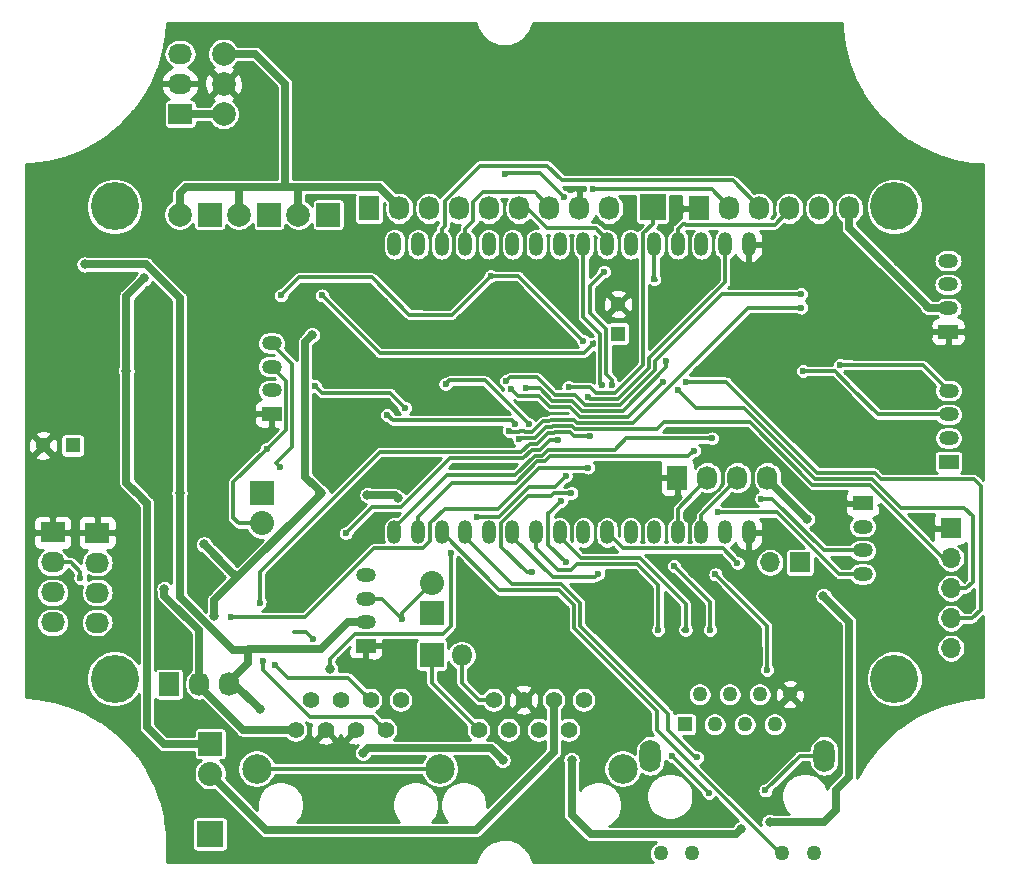
<source format=gbl>
G04 #@! TF.GenerationSoftware,KiCad,Pcbnew,5.1.10-88a1d61d58~90~ubuntu20.04.1*
G04 #@! TF.CreationDate,2021-11-30T20:52:45+01:00*
G04 #@! TF.ProjectId,SRSE2,53525345-322e-46b6-9963-61645f706362,1.1*
G04 #@! TF.SameCoordinates,Original*
G04 #@! TF.FileFunction,Copper,L2,Bot*
G04 #@! TF.FilePolarity,Positive*
%FSLAX46Y46*%
G04 Gerber Fmt 4.6, Leading zero omitted, Abs format (unit mm)*
G04 Created by KiCad (PCBNEW 5.1.10-88a1d61d58~90~ubuntu20.04.1) date 2021-11-30 20:52:45*
%MOMM*%
%LPD*%
G01*
G04 APERTURE LIST*
G04 #@! TA.AperFunction,ComponentPad*
%ADD10R,1.300000X1.300000*%
G04 #@! TD*
G04 #@! TA.AperFunction,ComponentPad*
%ADD11C,1.300000*%
G04 #@! TD*
G04 #@! TA.AperFunction,ComponentPad*
%ADD12O,1.700000X1.700000*%
G04 #@! TD*
G04 #@! TA.AperFunction,ComponentPad*
%ADD13R,1.700000X1.700000*%
G04 #@! TD*
G04 #@! TA.AperFunction,ComponentPad*
%ADD14O,1.200000X2.000000*%
G04 #@! TD*
G04 #@! TA.AperFunction,ComponentPad*
%ADD15R,1.270000X1.270000*%
G04 #@! TD*
G04 #@! TA.AperFunction,ComponentPad*
%ADD16C,1.270000*%
G04 #@! TD*
G04 #@! TA.AperFunction,ComponentPad*
%ADD17O,1.800000X2.743200*%
G04 #@! TD*
G04 #@! TA.AperFunction,ComponentPad*
%ADD18C,1.400000*%
G04 #@! TD*
G04 #@! TA.AperFunction,ComponentPad*
%ADD19C,2.500000*%
G04 #@! TD*
G04 #@! TA.AperFunction,ComponentPad*
%ADD20C,4.064000*%
G04 #@! TD*
G04 #@! TA.AperFunction,ComponentPad*
%ADD21R,2.000000X2.000000*%
G04 #@! TD*
G04 #@! TA.AperFunction,ComponentPad*
%ADD22C,2.000000*%
G04 #@! TD*
G04 #@! TA.AperFunction,ComponentPad*
%ADD23R,1.727200X2.032000*%
G04 #@! TD*
G04 #@! TA.AperFunction,ComponentPad*
%ADD24O,1.727200X2.032000*%
G04 #@! TD*
G04 #@! TA.AperFunction,ComponentPad*
%ADD25R,2.032000X2.032000*%
G04 #@! TD*
G04 #@! TA.AperFunction,ComponentPad*
%ADD26O,2.032000X2.032000*%
G04 #@! TD*
G04 #@! TA.AperFunction,ComponentPad*
%ADD27R,2.032000X1.727200*%
G04 #@! TD*
G04 #@! TA.AperFunction,ComponentPad*
%ADD28O,2.032000X1.727200*%
G04 #@! TD*
G04 #@! TA.AperFunction,ComponentPad*
%ADD29R,1.699260X1.198880*%
G04 #@! TD*
G04 #@! TA.AperFunction,ComponentPad*
%ADD30O,1.699260X1.198880*%
G04 #@! TD*
G04 #@! TA.AperFunction,ComponentPad*
%ADD31O,1.800000X1.800000*%
G04 #@! TD*
G04 #@! TA.AperFunction,ComponentPad*
%ADD32R,2.235200X2.235200*%
G04 #@! TD*
G04 #@! TA.AperFunction,ViaPad*
%ADD33C,0.600000*%
G04 #@! TD*
G04 #@! TA.AperFunction,ViaPad*
%ADD34C,0.800000*%
G04 #@! TD*
G04 #@! TA.AperFunction,Conductor*
%ADD35C,0.305000*%
G04 #@! TD*
G04 #@! TA.AperFunction,Conductor*
%ADD36C,0.635000*%
G04 #@! TD*
G04 #@! TA.AperFunction,Conductor*
%ADD37C,0.254000*%
G04 #@! TD*
G04 #@! TA.AperFunction,Conductor*
%ADD38C,0.100000*%
G04 #@! TD*
G04 APERTURE END LIST*
D10*
X104444800Y-110236000D03*
D11*
X101944800Y-110236000D03*
D12*
X163484560Y-120142000D03*
D13*
X166024560Y-120142000D03*
D12*
X178803300Y-127393700D03*
X178803300Y-124853700D03*
X178803300Y-122313700D03*
X178803300Y-119773700D03*
D13*
X178803300Y-117233700D03*
D14*
X161685000Y-117610000D03*
X161685000Y-93210000D03*
X159685000Y-117610000D03*
X159685000Y-93210000D03*
X157685000Y-117610000D03*
X157685000Y-93210000D03*
X155685000Y-117610000D03*
X155685000Y-93210000D03*
X153685000Y-117610000D03*
X153685000Y-93210000D03*
X151685000Y-117610000D03*
X151685000Y-93210000D03*
X149685000Y-117610000D03*
X149685000Y-93210000D03*
X147685000Y-117610000D03*
X147685000Y-93210000D03*
X145685000Y-117610000D03*
X145685000Y-93210000D03*
X143685000Y-117610000D03*
X143685000Y-93210000D03*
X141685000Y-117610000D03*
X141685000Y-93210000D03*
X139685000Y-117610000D03*
X139685000Y-93210000D03*
X137685000Y-117610000D03*
X137685000Y-93210000D03*
X135685000Y-117610000D03*
X135685000Y-93210000D03*
X133685000Y-117610000D03*
X133685000Y-93210000D03*
X131685000Y-117610000D03*
X131685000Y-93210000D03*
D15*
X156273500Y-133858000D03*
D16*
X157543500Y-131318000D03*
X158813500Y-133858000D03*
X160083500Y-131318000D03*
X161353500Y-133858000D03*
X162623500Y-131318000D03*
X163893500Y-133858000D03*
X165163500Y-131318000D03*
X154241500Y-144780000D03*
X156908500Y-144780000D03*
X167195500Y-144780000D03*
X164528500Y-144780000D03*
D17*
X153352500Y-136525000D03*
X168084500Y-136525000D03*
D18*
X141351000Y-134312500D03*
X138811000Y-134312500D03*
X140081000Y-131772500D03*
X142621000Y-131772500D03*
X143891000Y-134312500D03*
X145161000Y-131772500D03*
X146431000Y-134312500D03*
X147701000Y-131772500D03*
D19*
X151006000Y-137602500D03*
D20*
X108000000Y-130000000D03*
X174000000Y-130000000D03*
X174000000Y-90000000D03*
X108000000Y-90000000D03*
D10*
X150634700Y-100761800D03*
D11*
X150634700Y-98261800D03*
D21*
X116052600Y-90703400D03*
D22*
X113512600Y-90703400D03*
D21*
X121056400Y-90703400D03*
D22*
X118516400Y-90703400D03*
D21*
X126085600Y-90703400D03*
D22*
X123545600Y-90703400D03*
D18*
X125857000Y-134312500D03*
X123317000Y-134312500D03*
X124587000Y-131772500D03*
X127127000Y-131772500D03*
X128397000Y-134312500D03*
X129667000Y-131772500D03*
X130937000Y-134312500D03*
X132207000Y-131772500D03*
D19*
X120012000Y-137602500D03*
X135512000Y-137602500D03*
D23*
X157480000Y-90170000D03*
D24*
X160020000Y-90170000D03*
X162560000Y-90170000D03*
X165100000Y-90170000D03*
X167640000Y-90170000D03*
X170180000Y-90170000D03*
D23*
X129540000Y-90170000D03*
D24*
X132080000Y-90170000D03*
X134620000Y-90170000D03*
X137160000Y-90170000D03*
X139700000Y-90170000D03*
X142240000Y-90170000D03*
X144780000Y-90170000D03*
X147320000Y-90170000D03*
X149860000Y-90170000D03*
D25*
X134848600Y-124460000D03*
D26*
X134848600Y-121920000D03*
D25*
X120472200Y-114300000D03*
D26*
X120472200Y-116840000D03*
D27*
X113538000Y-82169000D03*
D28*
X113538000Y-79629000D03*
X113538000Y-77089000D03*
D29*
X178562000Y-100614480D03*
D30*
X178562000Y-96611440D03*
X178562000Y-98612960D03*
X178562000Y-94612460D03*
D29*
X178612800Y-111612680D03*
D30*
X178612800Y-107609640D03*
X178612800Y-109611160D03*
X178612800Y-105610660D03*
D29*
X129270000Y-127212280D03*
D30*
X129270000Y-123209240D03*
X129270000Y-125210760D03*
X129270000Y-121210260D03*
D29*
X171323000Y-115122960D03*
D30*
X171323000Y-119126000D03*
X171323000Y-117124480D03*
X171323000Y-121124980D03*
D27*
X102755700Y-117602000D03*
D28*
X102755700Y-120142000D03*
X102755700Y-122682000D03*
X102755700Y-125222000D03*
D27*
X106514900Y-117614700D03*
D28*
X106514900Y-120154700D03*
X106514900Y-122694700D03*
X106514900Y-125234700D03*
D22*
X117221000Y-82169000D03*
X117221000Y-79629000D03*
X117221000Y-77089000D03*
D23*
X112610000Y-130450000D03*
D24*
X115150000Y-130450000D03*
X117690000Y-130450000D03*
D25*
X134848600Y-127990600D03*
D31*
X137388600Y-127990600D03*
D25*
X116078000Y-135509000D03*
D26*
X116078000Y-138049000D03*
D32*
X116078000Y-143129000D03*
X153543000Y-90043000D03*
D23*
X155638500Y-112966500D03*
D24*
X158178500Y-112966500D03*
X160718500Y-112966500D03*
X163258500Y-112966500D03*
D29*
X121285000Y-107574080D03*
D30*
X121285000Y-103571040D03*
X121285000Y-105572560D03*
X121285000Y-101572060D03*
D33*
X129550000Y-113250000D03*
X121100000Y-123850000D03*
X130865853Y-98023151D03*
X127050000Y-128400000D03*
X129200000Y-99450000D03*
X145396926Y-130353074D03*
X159900000Y-128900000D03*
X162306000Y-123317000D03*
X168989566Y-133572219D03*
X139420600Y-126034800D03*
X140728700Y-111975900D03*
X142341600Y-98920300D03*
X132994400Y-97777300D03*
X144482417Y-107511399D03*
X123545600Y-118795800D03*
X147475077Y-100099264D03*
X145554562Y-105285999D03*
X129235200Y-108305600D03*
X136271000Y-109499400D03*
X171932600Y-124688600D03*
X173939200Y-116687600D03*
X137287000Y-107086400D03*
X137287000Y-105638600D03*
X137287000Y-103327200D03*
X135686800Y-107391200D03*
X111975900Y-118427500D03*
X112444235Y-115901298D03*
X108458000Y-124079000D03*
X108458000Y-119075200D03*
X106172000Y-127449839D03*
X152401695Y-128898305D03*
X145364200Y-124129800D03*
X146253200Y-125958600D03*
X139420600Y-122961400D03*
X149264410Y-105138490D03*
X149415500Y-95529400D03*
X150102854Y-105108666D03*
D34*
X124714000Y-100901500D03*
X115570000Y-118618000D03*
X125500000Y-114259582D03*
X129407112Y-114457112D03*
X116440015Y-124650620D03*
X131959093Y-114680723D03*
D33*
X148087203Y-106109393D03*
X154025624Y-125875159D03*
X156338504Y-125874509D03*
X158419800Y-125857000D03*
X155346400Y-120446800D03*
X148950000Y-121100000D03*
X158867480Y-121163166D03*
X163220400Y-129260600D03*
X157302200Y-136652000D03*
D34*
X166624000Y-116459000D03*
X120269000Y-132588000D03*
X129032000Y-136271000D03*
X161036000Y-142748000D03*
X163449000Y-142113000D03*
X140843000Y-136849990D03*
X146685000Y-136849990D03*
X105450499Y-94909499D03*
X113500000Y-114251640D03*
X168007030Y-122985530D03*
D33*
X141071600Y-87223600D03*
X146050000Y-89200000D03*
X158571291Y-109634290D03*
X148497521Y-88552479D03*
X162750000Y-114750000D03*
X166294498Y-103947480D03*
X132588000Y-107043490D03*
X124951532Y-105223268D03*
X153685000Y-96156252D03*
X166128700Y-97434400D03*
X141150575Y-104779067D03*
X166128700Y-98564700D03*
X141369378Y-109003160D03*
X142798800Y-105384600D03*
X156337000Y-104846120D03*
X154687118Y-103063144D03*
X155676600Y-105567480D03*
X154406775Y-104842993D03*
X141591989Y-105446279D03*
X142258252Y-109723077D03*
X131064000Y-107653090D03*
X141915695Y-108418732D03*
X136017000Y-105029000D03*
X143052768Y-108418732D03*
X124815600Y-126644400D03*
X146213235Y-120120041D03*
X145796000Y-114935000D03*
X146673629Y-114266402D03*
X143309290Y-120965627D03*
X121600000Y-128800000D03*
X120550000Y-128450000D03*
X132334000Y-124917200D03*
X139839700Y-95885000D03*
X147688764Y-101404276D03*
X122072400Y-97536000D03*
X148474672Y-101625400D03*
X125552200Y-97536000D03*
X157048200Y-110667800D03*
X120863360Y-110528145D03*
X163100000Y-139450000D03*
X155200000Y-136550000D03*
X158303810Y-139646191D03*
D34*
X108991400Y-103911400D03*
X110496499Y-96103403D03*
X112212528Y-122384074D03*
D33*
X145521324Y-109749518D03*
X127558800Y-117678200D03*
X169434270Y-103410390D03*
X105092500Y-121450100D03*
X146431000Y-105283000D03*
X159050000Y-115900000D03*
D34*
X126204606Y-129152520D03*
D33*
X138684000Y-116268500D03*
X146189700Y-112839500D03*
X136464571Y-119330389D03*
X117850000Y-124800000D03*
X148069300Y-112115600D03*
X120300000Y-123600000D03*
X148275046Y-109474380D03*
X122021600Y-112105440D03*
X160736280Y-120177560D03*
D35*
X127357523Y-115442477D02*
X129550000Y-113250000D01*
X140309600Y-129463800D02*
X140324998Y-129448402D01*
X140864160Y-130018360D02*
X140309600Y-129463800D01*
X140866860Y-130018360D02*
X140864160Y-130018360D01*
X130626849Y-98023151D02*
X130865853Y-98023151D01*
X129200000Y-99450000D02*
X130626849Y-98023151D01*
X142621000Y-131772500D02*
X140866860Y-130018360D01*
X127050000Y-128400000D02*
X128986720Y-128400000D01*
X128986720Y-128400000D02*
X129270000Y-128116720D01*
X129270000Y-128116720D02*
X129270000Y-127212280D01*
X161685000Y-122696000D02*
X161685000Y-117610000D01*
X162306000Y-123317000D02*
X161685000Y-122696000D01*
X144040426Y-130353074D02*
X144972662Y-130353074D01*
X144972662Y-130353074D02*
X145396926Y-130353074D01*
X142621000Y-131772500D02*
X144040426Y-130353074D01*
X165150800Y-130886200D02*
X166303547Y-130886200D01*
X166303547Y-130886200D02*
X168689567Y-133272220D01*
X168689567Y-133272220D02*
X168989566Y-133572219D01*
X140309600Y-126923800D02*
X139420600Y-126034800D01*
X140309600Y-129463800D02*
X140309600Y-126923800D01*
X126898923Y-115442477D02*
X123545600Y-118795800D01*
X127357523Y-115442477D02*
X126898923Y-115442477D01*
X173939200Y-122682000D02*
X173939200Y-116687600D01*
X171932600Y-124688600D02*
X173939200Y-122682000D01*
X137287000Y-107086400D02*
X137287000Y-105638600D01*
X137287000Y-103327200D02*
X148107400Y-103327200D01*
X129235200Y-108305600D02*
X130429000Y-109499400D01*
X130429000Y-109499400D02*
X136271000Y-109499400D01*
X136982200Y-107391200D02*
X137287000Y-107086400D01*
X135686800Y-107391200D02*
X136982200Y-107391200D01*
X111975900Y-116369633D02*
X112444235Y-115901298D01*
X111975900Y-118427500D02*
X111975900Y-116369633D01*
X108458000Y-124079000D02*
X108458000Y-119075200D01*
X108458000Y-125163839D02*
X106172000Y-127449839D01*
X108458000Y-124079000D02*
X108458000Y-125163839D01*
X152403390Y-128900000D02*
X152401695Y-128898305D01*
X159900000Y-128900000D02*
X152403390Y-128900000D01*
X145364200Y-124129800D02*
X145364200Y-125069600D01*
X145364200Y-125069600D02*
X146253200Y-125958600D01*
X139420600Y-126034800D02*
X139420600Y-122961400D01*
X149127188Y-105001268D02*
X149264410Y-105138490D01*
X147685000Y-93210000D02*
X147685000Y-99386398D01*
X147685000Y-99386398D02*
X149127188Y-100828586D01*
X149127188Y-100828586D02*
X149127188Y-105001268D01*
X145685000Y-93610000D02*
X145685000Y-93210000D01*
X148224690Y-96720210D02*
X148224690Y-99002482D01*
X149415500Y-95529400D02*
X148224690Y-96720210D01*
X149394954Y-100172746D02*
X149549222Y-100327014D01*
X148224690Y-99002482D02*
X149394954Y-100172746D01*
X150102854Y-104684402D02*
X150102854Y-105108666D01*
X149394954Y-100172746D02*
X149632199Y-100409991D01*
X149632199Y-104213747D02*
X150102854Y-104684402D01*
X149632199Y-100409991D02*
X149632199Y-104213747D01*
D36*
X173494700Y-95135700D02*
X176784000Y-98425000D01*
X176921160Y-98612960D02*
X178689000Y-98612960D01*
X176784000Y-98475800D02*
X176921160Y-98612960D01*
X176784000Y-98425000D02*
X176784000Y-98475800D01*
X122428000Y-88265000D02*
X122428000Y-79629000D01*
X122513000Y-88350000D02*
X122428000Y-88265000D01*
X122428000Y-79629000D02*
X119888000Y-77089000D01*
X119888000Y-77089000D02*
X117221000Y-77089000D01*
X132080000Y-90170000D02*
X132080000Y-90017600D01*
X132080000Y-90017600D02*
X130412400Y-88350000D01*
X117699238Y-120747238D02*
X117699238Y-120763656D01*
X117699238Y-120763656D02*
X118347582Y-121412000D01*
X117699238Y-120747238D02*
X115570000Y-118618000D01*
X170180000Y-90170000D02*
X170180000Y-91821000D01*
X170180000Y-91821000D02*
X173494700Y-95135700D01*
X173494700Y-95135700D02*
X173593760Y-95234760D01*
X125500000Y-114259582D02*
X125100001Y-114659581D01*
X125100001Y-114659581D02*
X118347582Y-121412000D01*
X118347582Y-121412000D02*
X116440015Y-123319567D01*
X116440015Y-123319567D02*
X116440015Y-124650620D01*
X123545600Y-88468200D02*
X123663800Y-88350000D01*
X123545600Y-90703400D02*
X123545600Y-88468200D01*
X123663800Y-88350000D02*
X122513000Y-88350000D01*
X130412400Y-88350000D02*
X123663800Y-88350000D01*
X113512600Y-88849200D02*
X113512600Y-90703400D01*
X114011800Y-88350000D02*
X113512600Y-88849200D01*
X118516400Y-88409600D02*
X118576000Y-88350000D01*
X118516400Y-90703400D02*
X118516400Y-88409600D01*
X118576000Y-88350000D02*
X114011800Y-88350000D01*
X122513000Y-88350000D02*
X118576000Y-88350000D01*
X129407112Y-114457112D02*
X131735482Y-114457112D01*
X131735482Y-114457112D02*
X131959093Y-114680723D01*
X124134030Y-101481470D02*
X124134030Y-112893612D01*
X124714000Y-100901500D02*
X124134030Y-101481470D01*
X124134030Y-112893612D02*
X125100001Y-113859583D01*
X125100001Y-113859583D02*
X125500000Y-114259582D01*
D35*
X150602582Y-106296011D02*
X148273820Y-106296010D01*
X153237501Y-103661092D02*
X150602582Y-106296011D01*
X159685000Y-93210000D02*
X159685000Y-96428280D01*
X148273820Y-106296010D02*
X148087203Y-106109393D01*
X153237501Y-102875779D02*
X153237501Y-103661092D01*
X159685000Y-96428280D02*
X153237501Y-102875779D01*
X145542542Y-120772542D02*
X146632771Y-120772542D01*
X146632771Y-120772542D02*
X147129883Y-120275430D01*
X143685000Y-118915000D02*
X145542542Y-120772542D01*
X147129883Y-120275430D02*
X151847630Y-120275430D01*
X143685000Y-117610000D02*
X143685000Y-118915000D01*
X151847630Y-120275430D02*
X151815800Y-120275430D01*
X151847630Y-120275430D02*
X152254030Y-120275430D01*
X154025624Y-122047024D02*
X154025624Y-125875159D01*
X152254030Y-120275430D02*
X154025624Y-122047024D01*
X156156208Y-125831600D02*
X156337000Y-125831600D01*
X156338504Y-125874509D02*
X156338504Y-123645711D01*
X156338504Y-123645711D02*
X152463212Y-119770419D01*
X145685000Y-118010000D02*
X145685000Y-117610000D01*
X152463212Y-119770419D02*
X147445420Y-119770420D01*
X147445420Y-119770420D02*
X145685000Y-118010000D01*
X158419800Y-125857000D02*
X158419800Y-124637296D01*
X158419800Y-124637296D02*
X158419800Y-123494800D01*
X158394400Y-123494800D02*
X158419800Y-123494800D01*
X158165800Y-123266200D02*
X158394400Y-123494800D01*
X155346400Y-120446800D02*
X158165800Y-123266200D01*
X141685000Y-118010000D02*
X141685000Y-117610000D01*
X148950000Y-121100000D02*
X148650001Y-121399999D01*
X145074999Y-121399999D02*
X141685000Y-118010000D01*
X148650001Y-121399999D02*
X145074999Y-121399999D01*
X159167479Y-121463165D02*
X158867480Y-121163166D01*
X163200000Y-125495686D02*
X159167479Y-121463165D01*
X163220400Y-129260600D02*
X163200000Y-125495686D01*
X141677179Y-122002179D02*
X145833364Y-122002179D01*
X154863800Y-134368992D02*
X157146808Y-136652000D01*
X154863800Y-132943600D02*
X154863800Y-134368992D01*
X147410713Y-123579528D02*
X147410713Y-125490513D01*
X145833364Y-122002179D02*
X147410713Y-123579528D01*
X157146808Y-136652000D02*
X157302200Y-136652000D01*
X137685000Y-117610000D02*
X137685000Y-118010000D01*
X137685000Y-118010000D02*
X141677179Y-122002179D01*
X147410713Y-125490513D02*
X154863800Y-132943600D01*
X153901589Y-132695581D02*
X153901589Y-134321182D01*
X146905702Y-125699694D02*
X153901589Y-132695581D01*
X164360407Y-144780000D02*
X164528500Y-144780000D01*
X140582190Y-122507190D02*
X145624182Y-122507190D01*
X146905702Y-123788710D02*
X146905702Y-125699694D01*
X145624182Y-122507190D02*
X146905702Y-123788710D01*
X153901589Y-134321182D02*
X164360407Y-144780000D01*
X135685000Y-117610000D02*
X140582190Y-122507190D01*
D36*
X170180000Y-131826000D02*
X170180000Y-138303000D01*
X163258500Y-113093500D02*
X166624000Y-116459000D01*
X120269000Y-132588000D02*
X118131000Y-130450000D01*
X163449000Y-142113000D02*
X167386000Y-142113000D01*
X148295597Y-143147999D02*
X146685000Y-141537402D01*
X129032000Y-136271000D02*
X129468001Y-135834999D01*
X129468001Y-135834999D02*
X139828009Y-135834999D01*
X140443001Y-136449991D02*
X140843000Y-136849990D01*
X160636001Y-143147999D02*
X148295597Y-143147999D01*
X139828009Y-135834999D02*
X140443001Y-136449991D01*
X161036000Y-142748000D02*
X160636001Y-143147999D01*
X146685000Y-141537402D02*
X146685000Y-137415675D01*
X146685000Y-137415675D02*
X146685000Y-136849990D01*
X170180000Y-125158500D02*
X170180000Y-131826000D01*
X168021000Y-142113000D02*
X167386000Y-142113000D01*
X169037000Y-141097000D02*
X168021000Y-142113000D01*
X169037000Y-139446000D02*
X169037000Y-141097000D01*
X170180000Y-138303000D02*
X169037000Y-139446000D01*
X117690000Y-130450000D02*
X118131000Y-130450000D01*
X163258500Y-112966500D02*
X163258500Y-113093500D01*
X125513631Y-127482499D02*
X119414083Y-127482499D01*
X129270000Y-125210760D02*
X127785370Y-125210760D01*
X119414083Y-127482499D02*
X119300000Y-127596582D01*
X127785370Y-125210760D02*
X125513631Y-127482499D01*
X117690000Y-130450000D02*
X117690000Y-130297600D01*
X117690000Y-130297600D02*
X119300000Y-128687600D01*
X119300000Y-128687600D02*
X119300000Y-127596582D01*
X129270000Y-125210760D02*
X129019810Y-125210760D01*
X119300000Y-127596582D02*
X118038797Y-127596582D01*
X118038797Y-127596582D02*
X113500000Y-123057785D01*
X113500000Y-123057785D02*
X113500000Y-114251640D01*
X168007030Y-122985530D02*
X170180000Y-125158500D01*
X113500000Y-114251640D02*
X113500000Y-97749000D01*
X113500000Y-97749000D02*
X110660499Y-94909499D01*
X110660499Y-94909499D02*
X105450499Y-94909499D01*
D35*
X141095200Y-87200000D02*
X141071600Y-87223600D01*
X146050000Y-89200000D02*
X144050000Y-87200000D01*
X144050000Y-87200000D02*
X143600000Y-87200000D01*
X143600000Y-87200000D02*
X141095200Y-87200000D01*
X141931376Y-112712604D02*
X143552702Y-111091278D01*
X151333382Y-109634290D02*
X158147027Y-109634290D01*
X143552702Y-111091278D02*
X144202699Y-111091277D01*
X144202699Y-111091277D02*
X144660542Y-110633433D01*
X150334239Y-110633433D02*
X151333382Y-109634290D01*
X136182396Y-112712604D02*
X141931376Y-112712604D01*
X144660542Y-110633433D02*
X150334239Y-110633433D01*
X131685000Y-117610000D02*
X131685000Y-117210000D01*
X158147027Y-109634290D02*
X158571291Y-109634290D01*
X131685000Y-117210000D02*
X136182396Y-112712604D01*
X135943890Y-91646110D02*
X135685000Y-91905000D01*
X144619243Y-86547498D02*
X138910263Y-86547498D01*
X162560000Y-90017600D02*
X160342400Y-87800000D01*
X162560000Y-90170000D02*
X162560000Y-90017600D01*
X138910263Y-86547498D02*
X135943890Y-89513871D01*
X135943890Y-89513871D02*
X135943890Y-91646110D01*
X160342400Y-87800000D02*
X145871745Y-87800000D01*
X135685000Y-91905000D02*
X135685000Y-93210000D01*
X145871745Y-87800000D02*
X144619243Y-86547498D01*
X156300000Y-91504102D02*
X156085898Y-91504102D01*
X156085898Y-91504102D02*
X155685000Y-91905000D01*
X155685000Y-91905000D02*
X155685000Y-93210000D01*
X165100000Y-90322400D02*
X163883899Y-91538501D01*
X165100000Y-90170000D02*
X165100000Y-90322400D01*
X163883899Y-91538501D02*
X156334399Y-91538501D01*
X156334399Y-91538501D02*
X156300000Y-91504102D01*
X160020000Y-90017600D02*
X158554879Y-88552479D01*
X158554879Y-88552479D02*
X148921785Y-88552479D01*
X148921785Y-88552479D02*
X148497521Y-88552479D01*
X160020000Y-90170000D02*
X160020000Y-90017600D01*
X163681254Y-114750000D02*
X162750000Y-114750000D01*
X171323000Y-119126000D02*
X168057254Y-119126000D01*
X168057254Y-119126000D02*
X163681254Y-114750000D01*
X178612800Y-107609640D02*
X172623833Y-107609640D01*
X168961673Y-103947480D02*
X166718762Y-103947480D01*
X170439433Y-105425240D02*
X168961673Y-103947480D01*
X166718762Y-103947480D02*
X166294498Y-103947480D01*
X172623833Y-107609640D02*
X170439433Y-105425240D01*
X131335510Y-105791000D02*
X132588000Y-107043490D01*
X131335510Y-105791000D02*
X125519264Y-105791000D01*
X125519264Y-105791000D02*
X124951532Y-105223268D01*
X153685000Y-96156252D02*
X153800776Y-96272028D01*
X153685000Y-93210000D02*
X153685000Y-96156252D01*
X153742512Y-103870273D02*
X150811764Y-106801021D01*
X143792935Y-104479068D02*
X141450574Y-104479068D01*
X147813127Y-106801021D02*
X146950606Y-105938500D01*
X153742512Y-103084961D02*
X153742512Y-103870273D01*
X159393073Y-97434400D02*
X153742512Y-103084961D01*
X166128700Y-97434400D02*
X159393073Y-97434400D01*
X150811764Y-106801021D02*
X147813127Y-106801021D01*
X145252367Y-105938500D02*
X143792935Y-104479068D01*
X141450574Y-104479068D02*
X141150575Y-104779067D01*
X146950606Y-105938500D02*
X145252367Y-105938500D01*
X146821711Y-108054589D02*
X146846607Y-108054589D01*
X166128700Y-98564700D02*
X161624870Y-98564700D01*
X147185581Y-108316054D02*
X146924116Y-108054589D01*
X146924116Y-108054589D02*
X146821711Y-108054589D01*
X151873516Y-108316054D02*
X147185581Y-108316054D01*
X161624870Y-98564700D02*
X151873516Y-108316054D01*
X142279697Y-109020434D02*
X142228897Y-109071234D01*
X143365970Y-109071234D02*
X142739566Y-109071234D01*
X142688766Y-109020434D02*
X142279697Y-109020434D01*
X142739566Y-109071234D02*
X142688766Y-109020434D01*
X144904929Y-108054589D02*
X144795618Y-108163900D01*
X141437452Y-109071234D02*
X141369378Y-109003160D01*
X146821711Y-108054589D02*
X144904929Y-108054589D01*
X142228897Y-109071234D02*
X141437452Y-109071234D01*
X144795618Y-108163900D02*
X144273304Y-108163900D01*
X144273304Y-108163900D02*
X143365970Y-109071234D01*
X144780000Y-90170000D02*
X144780000Y-90017600D01*
X137685000Y-91905000D02*
X137685000Y-93210000D01*
X138376110Y-89621651D02*
X138376110Y-91213890D01*
X138376110Y-91213890D02*
X137685000Y-91905000D01*
X144780000Y-90017600D02*
X143563890Y-88801490D01*
X139196271Y-88801490D02*
X138376110Y-89621651D01*
X143563890Y-88801490D02*
X139196271Y-88801490D01*
X181324521Y-120116600D02*
X181324521Y-124161279D01*
X180619400Y-124866400D02*
X179095400Y-124866400D01*
X181324521Y-124161279D02*
X180619400Y-124866400D01*
X181324521Y-120198879D02*
X181324521Y-120116600D01*
X181324521Y-120116600D02*
X181324521Y-113659419D01*
X167482009Y-112555011D02*
X159773118Y-104846120D01*
X172869707Y-113083899D02*
X172340819Y-112555011D01*
X172340819Y-112555011D02*
X167482009Y-112555011D01*
X181324521Y-113659419D02*
X180749001Y-113083899D01*
X180749001Y-113083899D02*
X172869707Y-113083899D01*
X159773118Y-104846120D02*
X156761264Y-104846120D01*
X156761264Y-104846120D02*
X156337000Y-104846120D01*
X143973268Y-105384600D02*
X145032179Y-106443511D01*
X154687118Y-103639863D02*
X154687118Y-103063144D01*
X142798800Y-105384600D02*
X143973268Y-105384600D01*
X145032179Y-106443511D02*
X146741424Y-106443511D01*
X147603945Y-107306032D02*
X151020950Y-107306031D01*
X151020950Y-107306031D02*
X154687118Y-103639863D01*
X146741424Y-106443511D02*
X147603945Y-107306032D01*
X180644800Y-120116600D02*
X180644800Y-121793000D01*
X179950691Y-115510891D02*
X180644800Y-116205000D01*
X180644800Y-116205000D02*
X180644800Y-120116600D01*
X174582508Y-115510891D02*
X179950691Y-115510891D01*
X180644800Y-121793000D02*
X180111400Y-122326400D01*
X180111400Y-122326400D02*
X179095400Y-122326400D01*
X174587718Y-115516101D02*
X174582508Y-115510891D01*
X174582508Y-115510891D02*
X172131638Y-113060022D01*
X167272827Y-113060022D02*
X161299326Y-107086521D01*
X172131638Y-113060022D02*
X167272827Y-113060022D01*
X157195641Y-107086521D02*
X155676600Y-105567480D01*
X161299326Y-107086521D02*
X157195641Y-107086521D01*
X144822997Y-106948522D02*
X143916118Y-106041643D01*
X151438725Y-107811043D02*
X147394763Y-107811043D01*
X143916118Y-106041643D02*
X142187353Y-106041643D01*
X146532242Y-106948522D02*
X144822997Y-106948522D01*
X154406775Y-104842993D02*
X151438725Y-107811043D01*
X142187353Y-106041643D02*
X141591989Y-105446279D01*
X147394763Y-107811043D02*
X146532242Y-106948522D01*
X179095400Y-119786400D02*
X178143824Y-119786400D01*
X178143824Y-119786400D02*
X171922456Y-113565032D01*
X175197425Y-116840000D02*
X171922456Y-113565032D01*
X154519755Y-108256851D02*
X154505734Y-108242830D01*
X171922456Y-113565032D02*
X167063644Y-113565032D01*
X167063644Y-113565032D02*
X161755463Y-108256851D01*
X161755463Y-108256851D02*
X154519755Y-108256851D01*
X144482486Y-108668911D02*
X143575152Y-109576245D01*
X142405084Y-109576245D02*
X142258252Y-109723077D01*
X143575152Y-109576245D02*
X142405084Y-109576245D01*
X148427108Y-108821065D02*
X146976399Y-108821065D01*
X145088416Y-108585295D02*
X145004800Y-108668911D01*
X146976399Y-108821065D02*
X146740629Y-108585295D01*
X145004800Y-108668911D02*
X144482486Y-108668911D01*
X146740629Y-108585295D02*
X145088416Y-108585295D01*
X148452508Y-108846465D02*
X148427108Y-108821065D01*
X153930141Y-108846465D02*
X148452508Y-108846465D01*
X154519755Y-108256851D02*
X153930141Y-108846465D01*
X131064000Y-107653090D02*
X131529643Y-108118733D01*
X141615696Y-108118733D02*
X141915695Y-108418732D01*
X131529643Y-108118733D02*
X141615696Y-108118733D01*
X136316999Y-104729001D02*
X139363037Y-104729001D01*
X136017000Y-105029000D02*
X136316999Y-104729001D01*
X139363037Y-104729001D02*
X143052768Y-108418732D01*
X123190000Y-126064000D02*
X124235200Y-126064000D01*
X124235200Y-126064000D02*
X124815600Y-126644400D01*
X144763490Y-115967510D02*
X145796000Y-114935000D01*
X146213235Y-120120041D02*
X144732490Y-118639296D01*
X144732490Y-118639296D02*
X144732490Y-115967510D01*
X144732490Y-115967510D02*
X144763490Y-115967510D01*
X143029724Y-114518224D02*
X143045447Y-114502501D01*
X143029724Y-114518224D02*
X144942776Y-114518224D01*
X144942776Y-114518224D02*
X145194598Y-114266402D01*
X145194598Y-114266402D02*
X146673629Y-114266402D01*
X140732490Y-116815458D02*
X140732490Y-118813091D01*
X140732490Y-118813091D02*
X142885026Y-120965627D01*
X143029724Y-114518224D02*
X140732490Y-116815458D01*
X142885026Y-120965627D02*
X143309290Y-120965627D01*
X127799521Y-129905021D02*
X128967001Y-131072501D01*
X121600000Y-128800000D02*
X122705021Y-129905021D01*
X122705021Y-129905021D02*
X127799521Y-129905021D01*
X129667000Y-131772500D02*
X128967001Y-131072501D01*
X129884499Y-133259999D02*
X130237001Y-133612501D01*
X124516797Y-133259999D02*
X129884499Y-133259999D01*
X130937000Y-134312500D02*
X130237001Y-133612501D01*
X120550000Y-129293202D02*
X124516797Y-133259999D01*
X120550000Y-128450000D02*
X120550000Y-129293202D01*
D36*
X116078000Y-138049000D02*
X120824001Y-142795001D01*
X120824001Y-142795001D02*
X138569401Y-142795001D01*
X138569401Y-142795001D02*
X145161000Y-136203402D01*
X145161000Y-136203402D02*
X145161000Y-132762449D01*
X145161000Y-132762449D02*
X145161000Y-131772500D01*
D35*
X129270000Y-123209240D02*
X130626040Y-123209240D01*
X130626040Y-123209240D02*
X132334000Y-124917200D01*
X129629240Y-122850000D02*
X129270000Y-123209240D01*
X132334000Y-124434600D02*
X134848600Y-121920000D01*
X132334000Y-124917200D02*
X132334000Y-124434600D01*
X132934991Y-99169499D02*
X129777492Y-96012000D01*
X134072200Y-99197498D02*
X134044201Y-99169499D01*
X136061690Y-99197498D02*
X134072200Y-99197498D01*
X134044201Y-99169499D02*
X132934991Y-99169499D01*
X136527202Y-99197498D02*
X139839700Y-95885000D01*
X136061690Y-99197498D02*
X136527202Y-99197498D01*
X142169488Y-95885000D02*
X147688764Y-101404276D01*
X139839700Y-95885000D02*
X142169488Y-95885000D01*
X123596400Y-96012000D02*
X122072400Y-97536000D01*
X129777492Y-96012000D02*
X123596400Y-96012000D01*
X148622178Y-101473000D02*
X148622178Y-101477894D01*
X148622178Y-101477894D02*
X148474672Y-101625400D01*
X147700597Y-102418103D02*
X148474678Y-101644022D01*
X130434303Y-102418103D02*
X147700597Y-102418103D01*
X125552200Y-97536000D02*
X130434303Y-102418103D01*
X141960602Y-113398300D02*
X143762615Y-111596287D01*
X133685000Y-117610000D02*
X133685000Y-116305000D01*
X133685000Y-116305000D02*
X136591700Y-113398300D01*
X156748201Y-110967799D02*
X157048200Y-110667800D01*
X144411883Y-111596287D02*
X144869725Y-111138444D01*
X143762615Y-111596287D02*
X144411883Y-111596287D01*
X156577556Y-111138444D02*
X156748201Y-110967799D01*
X144869725Y-111138444D02*
X156577556Y-111138444D01*
X136591700Y-113398300D02*
X141960602Y-113398300D01*
X135512000Y-137602500D02*
X133903499Y-137602500D01*
X133903499Y-137602500D02*
X120012000Y-137602500D01*
X120863360Y-110528145D02*
X118059200Y-113332305D01*
X120472200Y-116840000D02*
X118491000Y-116840000D01*
X118059200Y-116408200D02*
X118059200Y-113332305D01*
X118491000Y-116840000D02*
X118059200Y-116408200D01*
X120863360Y-110528145D02*
X122487140Y-108904365D01*
X122487140Y-108904365D02*
X122487140Y-104773180D01*
X122487140Y-104773180D02*
X121285000Y-103571040D01*
X163100000Y-139450000D02*
X166025000Y-136525000D01*
X166025000Y-136525000D02*
X168084500Y-136525000D01*
X155200000Y-136550000D02*
X158296191Y-139646191D01*
X158296191Y-139646191D02*
X158303810Y-139646191D01*
D36*
X113538000Y-82169000D02*
X117221000Y-82169000D01*
X110730401Y-115137294D02*
X110330402Y-114737295D01*
X110730401Y-134098401D02*
X110730401Y-115137294D01*
X112141000Y-135509000D02*
X110730401Y-134098401D01*
X116078000Y-135509000D02*
X112141000Y-135509000D01*
X110330402Y-114737295D02*
X110330402Y-114724602D01*
X108991400Y-113385600D02*
X108991400Y-103911400D01*
X110330402Y-114724602D02*
X108991400Y-113385600D01*
X108991400Y-97608502D02*
X110496499Y-96103403D01*
X108991400Y-103911400D02*
X108991400Y-97608502D01*
X115150000Y-130450000D02*
X115150000Y-130602400D01*
X115150000Y-130602400D02*
X118860100Y-134312500D01*
X118860100Y-134312500D02*
X122327051Y-134312500D01*
X122327051Y-134312500D02*
X123317000Y-134312500D01*
X115150000Y-130450000D02*
X115150000Y-130297600D01*
X115150000Y-130450000D02*
X115150000Y-125888668D01*
X115150000Y-125888668D02*
X112212528Y-122951196D01*
X112212528Y-122951196D02*
X112212528Y-122384074D01*
D35*
X143993516Y-110586267D02*
X144830264Y-109749518D01*
X143343519Y-110586267D02*
X143993516Y-110586267D01*
X129803775Y-115433225D02*
X132272591Y-115433225D01*
X127558800Y-117678200D02*
X129803775Y-115433225D01*
X144830264Y-109749518D02*
X145521324Y-109749518D01*
X142611296Y-111318490D02*
X143343519Y-110586267D01*
X136387326Y-111318490D02*
X142611296Y-111318490D01*
X132272591Y-115433225D02*
X136387326Y-111318490D01*
X136300000Y-131801500D02*
X138811000Y-134312500D01*
X134848600Y-130350100D02*
X136300000Y-131801500D01*
X134848600Y-127990600D02*
X134848600Y-130350100D01*
X137388600Y-127990600D02*
X137388600Y-130352800D01*
X138808300Y-131772500D02*
X140081000Y-131772500D01*
X137388600Y-130352800D02*
X138808300Y-131772500D01*
X176428400Y-103426260D02*
X178612800Y-105610660D01*
X170538140Y-103426260D02*
X176428400Y-103426260D01*
X170281592Y-103426260D02*
X170538140Y-103426260D01*
X170538140Y-103426260D02*
X170522270Y-103410390D01*
X170522270Y-103410390D02*
X169434270Y-103410390D01*
X105092500Y-120942100D02*
X104292400Y-120142000D01*
X105092500Y-121450100D02*
X105092500Y-120942100D01*
X104292400Y-120142000D02*
X102997000Y-120142000D01*
X104318000Y-120142000D02*
X104292400Y-120142000D01*
X152732490Y-95317510D02*
X152732490Y-92276110D01*
X152732490Y-92276110D02*
X153543000Y-91465600D01*
X153543000Y-91465600D02*
X153543000Y-90043000D01*
X146431000Y-105283000D02*
X148209000Y-105283000D01*
X148209000Y-105283000D02*
X148717000Y-105791000D01*
X148717000Y-105791000D02*
X150368000Y-105791000D01*
X152732490Y-103426510D02*
X152732490Y-95317510D01*
X150368000Y-105791000D02*
X152732490Y-103426510D01*
X169342042Y-121124980D02*
X171323000Y-121124980D01*
X164117062Y-115900000D02*
X169342042Y-121124980D01*
X159050000Y-115900000D02*
X164117062Y-115900000D01*
X140473010Y-116257490D02*
X140536510Y-116257490D01*
X138695010Y-116257490D02*
X138684000Y-116268500D01*
X140473010Y-116257490D02*
X138695010Y-116257490D01*
X140473010Y-116257490D02*
X140576268Y-116257490D01*
X140576268Y-116257490D02*
X143111132Y-113722626D01*
X143111132Y-113722626D02*
X145309691Y-113722626D01*
X145309691Y-113722626D02*
X146073503Y-112958814D01*
X136464571Y-125510531D02*
X136464571Y-119330389D01*
X128328731Y-126162710D02*
X135812392Y-126162710D01*
X126204606Y-129152520D02*
X126204606Y-128286835D01*
X135812392Y-126162710D02*
X136464571Y-125510531D01*
X126204606Y-128286835D02*
X128328731Y-126162710D01*
X143957492Y-112115600D02*
X148069300Y-112115600D01*
X135947948Y-115600000D02*
X140473092Y-115600000D01*
X140473092Y-115600000D02*
X143957492Y-112115600D01*
X134732490Y-116815458D02*
X135947948Y-115600000D01*
X134732490Y-118309562D02*
X134732490Y-116815458D01*
X134079542Y-118962510D02*
X134732490Y-118309562D01*
X124083810Y-124800000D02*
X129921300Y-118962510D01*
X117850000Y-124800000D02*
X124083810Y-124800000D01*
X129921300Y-118962510D02*
X134079542Y-118962510D01*
X143134337Y-110081256D02*
X143784334Y-110081256D01*
X142412613Y-110802979D02*
X143134337Y-110081256D01*
X145297598Y-109090306D02*
X146531447Y-109090306D01*
X146531447Y-109090306D02*
X146915521Y-109474380D01*
X120300000Y-120934298D02*
X130431319Y-110802979D01*
X120300000Y-123600000D02*
X120300000Y-120934298D01*
X146915521Y-109474380D02*
X148275046Y-109474380D01*
X144691668Y-109173922D02*
X145213982Y-109173922D01*
X145213982Y-109173922D02*
X145297598Y-109090306D01*
X143784334Y-110081256D02*
X144691668Y-109173922D01*
X130431319Y-110802979D02*
X142412613Y-110802979D01*
X160718500Y-112966500D02*
X160718500Y-113118900D01*
X160718500Y-113118900D02*
X157685000Y-116152400D01*
X157685000Y-116152400D02*
X157685000Y-116305000D01*
X157685000Y-116305000D02*
X157685000Y-117610000D01*
X155685000Y-117610000D02*
X155685000Y-115620800D01*
X157009900Y-114287500D02*
X157009900Y-114295900D01*
X157009900Y-114295900D02*
X155685000Y-115620800D01*
X157009900Y-114287500D02*
X158178500Y-113118900D01*
X158178500Y-113118900D02*
X158178500Y-112966500D01*
X158140400Y-113157000D02*
X158140400Y-113436400D01*
X158178500Y-113118900D02*
X158140400Y-113157000D01*
X121652851Y-111736691D02*
X122021600Y-112105440D01*
X122992151Y-110397391D02*
X122992151Y-103332551D01*
X121652851Y-111736691D02*
X122992151Y-110397391D01*
X121285000Y-101625400D02*
X122992151Y-103332551D01*
X121285000Y-101572060D02*
X121285000Y-101625400D01*
X148732490Y-91857490D02*
X149685000Y-92810000D01*
X149685000Y-92810000D02*
X149685000Y-93210000D01*
X144595251Y-91857490D02*
X148732490Y-91857490D01*
X142907761Y-90170000D02*
X144595251Y-91857490D01*
X142240000Y-90170000D02*
X142907761Y-90170000D01*
X159521230Y-118962510D02*
X160736280Y-120177560D01*
X151037510Y-118962510D02*
X159521230Y-118962510D01*
X149685000Y-117610000D02*
X151037510Y-118962510D01*
D37*
X138595655Y-74490289D02*
X138603402Y-74530904D01*
X138605243Y-74536999D01*
X138720667Y-74909874D01*
X138736678Y-74947964D01*
X138752164Y-74986294D01*
X138755152Y-74991911D01*
X138755154Y-74991916D01*
X138755157Y-74991920D01*
X138940805Y-75335270D01*
X138963942Y-75369573D01*
X138986547Y-75404118D01*
X138990565Y-75409045D01*
X138990570Y-75409052D01*
X138990576Y-75409058D01*
X139239378Y-75709807D01*
X139268711Y-75738936D01*
X139297620Y-75768457D01*
X139302526Y-75772516D01*
X139605011Y-76019216D01*
X139639429Y-76042084D01*
X139673536Y-76065438D01*
X139679137Y-76068466D01*
X140023779Y-76251716D01*
X140062012Y-76267475D01*
X140099978Y-76283747D01*
X140106053Y-76285628D01*
X140106059Y-76285630D01*
X140106065Y-76285631D01*
X140479732Y-76398448D01*
X140520265Y-76406474D01*
X140560701Y-76415069D01*
X140567033Y-76415734D01*
X140955502Y-76453824D01*
X140975423Y-76453824D01*
X140995233Y-76455976D01*
X141001600Y-76455997D01*
X141015563Y-76455948D01*
X141035370Y-76453936D01*
X141055292Y-76454075D01*
X141061628Y-76453453D01*
X141449821Y-76412652D01*
X141490289Y-76404345D01*
X141530904Y-76396598D01*
X141536999Y-76394757D01*
X141909874Y-76279333D01*
X141947964Y-76263322D01*
X141986294Y-76247836D01*
X141991911Y-76244848D01*
X141991916Y-76244846D01*
X141991920Y-76244843D01*
X142335270Y-76059195D01*
X142369573Y-76036058D01*
X142404118Y-76013453D01*
X142409045Y-76009435D01*
X142409052Y-76009430D01*
X142409058Y-76009424D01*
X142709807Y-75760622D01*
X142738936Y-75731289D01*
X142768457Y-75702380D01*
X142772516Y-75697474D01*
X143019216Y-75394989D01*
X143042084Y-75360571D01*
X143065438Y-75326464D01*
X143068466Y-75320863D01*
X143251716Y-74976221D01*
X143267475Y-74937988D01*
X143283747Y-74900022D01*
X143285628Y-74893947D01*
X143285630Y-74893941D01*
X143285631Y-74893935D01*
X143398448Y-74520268D01*
X143406474Y-74479735D01*
X143411519Y-74456000D01*
X169560414Y-74456000D01*
X169576532Y-74895568D01*
X169577881Y-74909839D01*
X169578481Y-74924148D01*
X169580127Y-74938378D01*
X169760454Y-76308096D01*
X169764033Y-76326860D01*
X169767020Y-76345718D01*
X169770291Y-76359664D01*
X170106854Y-77699579D01*
X170112567Y-77717808D01*
X170117701Y-77736197D01*
X170122549Y-77749660D01*
X170122553Y-77749674D01*
X170122557Y-77749683D01*
X170610893Y-79042025D01*
X170618656Y-79059460D01*
X170625876Y-79077153D01*
X170632246Y-79089984D01*
X171265886Y-80317641D01*
X171275615Y-80334092D01*
X171284809Y-80350815D01*
X171292610Y-80362829D01*
X172063155Y-81509521D01*
X172074706Y-81524739D01*
X172085765Y-81540300D01*
X172094896Y-81551337D01*
X172992132Y-82601866D01*
X173005345Y-82615645D01*
X173018129Y-82629843D01*
X173028468Y-82639758D01*
X174040503Y-83580199D01*
X174055224Y-83592377D01*
X174069544Y-83605002D01*
X174080954Y-83613662D01*
X175194374Y-84431550D01*
X175210393Y-84441953D01*
X175226073Y-84452851D01*
X175238403Y-84460143D01*
X176438449Y-85144637D01*
X176455555Y-85153128D01*
X176472386Y-85162153D01*
X176485472Y-85167980D01*
X177756240Y-85710008D01*
X177774219Y-85716481D01*
X177791965Y-85723507D01*
X177805634Y-85727791D01*
X179130279Y-86120169D01*
X179148870Y-86124529D01*
X179167319Y-86129473D01*
X179181390Y-86132157D01*
X180542354Y-86369683D01*
X180561331Y-86371879D01*
X180580218Y-86374668D01*
X180594505Y-86375717D01*
X181544000Y-86430465D01*
X181544001Y-113124416D01*
X181144780Y-112725196D01*
X181128068Y-112704832D01*
X181046832Y-112638164D01*
X180954150Y-112588625D01*
X180853585Y-112558119D01*
X180775205Y-112550399D01*
X180749001Y-112547818D01*
X180722797Y-112550399D01*
X179637790Y-112550399D01*
X179675126Y-112530442D01*
X179733141Y-112482831D01*
X179780752Y-112424816D01*
X179816131Y-112358628D01*
X179837917Y-112286809D01*
X179845273Y-112212120D01*
X179845273Y-111013240D01*
X179837917Y-110938551D01*
X179816131Y-110866732D01*
X179780752Y-110800544D01*
X179733141Y-110742529D01*
X179675126Y-110694918D01*
X179608938Y-110659539D01*
X179537119Y-110637753D01*
X179462430Y-110630397D01*
X177763170Y-110630397D01*
X177688481Y-110637753D01*
X177616662Y-110659539D01*
X177550474Y-110694918D01*
X177492459Y-110742529D01*
X177444848Y-110800544D01*
X177409469Y-110866732D01*
X177387683Y-110938551D01*
X177380327Y-111013240D01*
X177380327Y-112212120D01*
X177387683Y-112286809D01*
X177409469Y-112358628D01*
X177444848Y-112424816D01*
X177492459Y-112482831D01*
X177550474Y-112530442D01*
X177587810Y-112550399D01*
X173090690Y-112550399D01*
X172736598Y-112196308D01*
X172719886Y-112175944D01*
X172638650Y-112109276D01*
X172545968Y-112059737D01*
X172445403Y-112029231D01*
X172367023Y-112021511D01*
X172340819Y-112018930D01*
X172314615Y-112021511D01*
X167702992Y-112021511D01*
X165292641Y-109611160D01*
X177377427Y-109611160D01*
X177396357Y-109803360D01*
X177452420Y-109988173D01*
X177543460Y-110158498D01*
X177665980Y-110307790D01*
X177815272Y-110430310D01*
X177985597Y-110521350D01*
X178170410Y-110577413D01*
X178314453Y-110591600D01*
X178911147Y-110591600D01*
X179055190Y-110577413D01*
X179240003Y-110521350D01*
X179410328Y-110430310D01*
X179559620Y-110307790D01*
X179682140Y-110158498D01*
X179773180Y-109988173D01*
X179829243Y-109803360D01*
X179848173Y-109611160D01*
X179829243Y-109418960D01*
X179773180Y-109234147D01*
X179682140Y-109063822D01*
X179559620Y-108914530D01*
X179410328Y-108792010D01*
X179240003Y-108700970D01*
X179055190Y-108644907D01*
X178911147Y-108630720D01*
X178314453Y-108630720D01*
X178170410Y-108644907D01*
X177985597Y-108700970D01*
X177815272Y-108792010D01*
X177665980Y-108914530D01*
X177543460Y-109063822D01*
X177452420Y-109234147D01*
X177396357Y-109418960D01*
X177377427Y-109611160D01*
X165292641Y-109611160D01*
X160168898Y-104487418D01*
X160152185Y-104467053D01*
X160070949Y-104400385D01*
X159978267Y-104350846D01*
X159877702Y-104320340D01*
X159799322Y-104312620D01*
X159773118Y-104310039D01*
X159746914Y-104312620D01*
X156764328Y-104312620D01*
X156684663Y-104259390D01*
X157063646Y-103880407D01*
X165613498Y-103880407D01*
X165613498Y-104014553D01*
X165639669Y-104146120D01*
X165691004Y-104270054D01*
X165765531Y-104381592D01*
X165860386Y-104476447D01*
X165971924Y-104550974D01*
X166095858Y-104602309D01*
X166227425Y-104628480D01*
X166361571Y-104628480D01*
X166493138Y-104602309D01*
X166617072Y-104550974D01*
X166721826Y-104480980D01*
X168740691Y-104480980D01*
X170080720Y-105821010D01*
X170080725Y-105821014D01*
X172228058Y-107968348D01*
X172244766Y-107988707D01*
X172326002Y-108055375D01*
X172418684Y-108104914D01*
X172510711Y-108132830D01*
X172519249Y-108135420D01*
X172623832Y-108145721D01*
X172650036Y-108143140D01*
X177536063Y-108143140D01*
X177543460Y-108156978D01*
X177665980Y-108306270D01*
X177815272Y-108428790D01*
X177985597Y-108519830D01*
X178170410Y-108575893D01*
X178314453Y-108590080D01*
X178911147Y-108590080D01*
X179055190Y-108575893D01*
X179240003Y-108519830D01*
X179410328Y-108428790D01*
X179559620Y-108306270D01*
X179682140Y-108156978D01*
X179773180Y-107986653D01*
X179829243Y-107801840D01*
X179848173Y-107609640D01*
X179829243Y-107417440D01*
X179773180Y-107232627D01*
X179682140Y-107062302D01*
X179559620Y-106913010D01*
X179410328Y-106790490D01*
X179240003Y-106699450D01*
X179055190Y-106643387D01*
X178911147Y-106629200D01*
X178314453Y-106629200D01*
X178170410Y-106643387D01*
X177985597Y-106699450D01*
X177815272Y-106790490D01*
X177665980Y-106913010D01*
X177543460Y-107062302D01*
X177536063Y-107076140D01*
X172844816Y-107076140D01*
X170835207Y-105066532D01*
X170835203Y-105066527D01*
X169772259Y-104003584D01*
X169861598Y-103943890D01*
X170150141Y-103943890D01*
X170177008Y-103952040D01*
X170255388Y-103959760D01*
X170511936Y-103959760D01*
X170538140Y-103962341D01*
X170564344Y-103959760D01*
X176207418Y-103959760D01*
X177462481Y-105214824D01*
X177452420Y-105233647D01*
X177396357Y-105418460D01*
X177377427Y-105610660D01*
X177396357Y-105802860D01*
X177452420Y-105987673D01*
X177543460Y-106157998D01*
X177665980Y-106307290D01*
X177815272Y-106429810D01*
X177985597Y-106520850D01*
X178170410Y-106576913D01*
X178314453Y-106591100D01*
X178911147Y-106591100D01*
X179055190Y-106576913D01*
X179240003Y-106520850D01*
X179410328Y-106429810D01*
X179559620Y-106307290D01*
X179682140Y-106157998D01*
X179773180Y-105987673D01*
X179829243Y-105802860D01*
X179848173Y-105610660D01*
X179829243Y-105418460D01*
X179773180Y-105233647D01*
X179682140Y-105063322D01*
X179559620Y-104914030D01*
X179410328Y-104791510D01*
X179240003Y-104700470D01*
X179055190Y-104644407D01*
X178911147Y-104630220D01*
X178386843Y-104630220D01*
X176824180Y-103067558D01*
X176807467Y-103047193D01*
X176726231Y-102980525D01*
X176633549Y-102930986D01*
X176532984Y-102900480D01*
X176454604Y-102892760D01*
X176428400Y-102890179D01*
X176402196Y-102892760D01*
X170653721Y-102892760D01*
X170626854Y-102884610D01*
X170548474Y-102876890D01*
X170522270Y-102874309D01*
X170496066Y-102876890D01*
X169861598Y-102876890D01*
X169756844Y-102806896D01*
X169632910Y-102755561D01*
X169501343Y-102729390D01*
X169367197Y-102729390D01*
X169235630Y-102755561D01*
X169111696Y-102806896D01*
X169000158Y-102881423D01*
X168905303Y-102976278D01*
X168830776Y-103087816D01*
X168779441Y-103211750D01*
X168753270Y-103343317D01*
X168753270Y-103413980D01*
X166721826Y-103413980D01*
X166617072Y-103343986D01*
X166493138Y-103292651D01*
X166361571Y-103266480D01*
X166227425Y-103266480D01*
X166095858Y-103292651D01*
X165971924Y-103343986D01*
X165860386Y-103418513D01*
X165765531Y-103513368D01*
X165691004Y-103624906D01*
X165639669Y-103748840D01*
X165613498Y-103880407D01*
X157063646Y-103880407D01*
X159730133Y-101213920D01*
X177074298Y-101213920D01*
X177086558Y-101338402D01*
X177122868Y-101458100D01*
X177181833Y-101568414D01*
X177261185Y-101665105D01*
X177357876Y-101744457D01*
X177468190Y-101803422D01*
X177587888Y-101839732D01*
X177712370Y-101851992D01*
X178276250Y-101848920D01*
X178435000Y-101690170D01*
X178435000Y-100741480D01*
X178689000Y-100741480D01*
X178689000Y-101690170D01*
X178847750Y-101848920D01*
X179411630Y-101851992D01*
X179536112Y-101839732D01*
X179655810Y-101803422D01*
X179766124Y-101744457D01*
X179862815Y-101665105D01*
X179942167Y-101568414D01*
X180001132Y-101458100D01*
X180037442Y-101338402D01*
X180049702Y-101213920D01*
X180046630Y-100900230D01*
X179887880Y-100741480D01*
X178689000Y-100741480D01*
X178435000Y-100741480D01*
X177236120Y-100741480D01*
X177077370Y-100900230D01*
X177074298Y-101213920D01*
X159730133Y-101213920D01*
X161845853Y-99098200D01*
X165701372Y-99098200D01*
X165806126Y-99168194D01*
X165930060Y-99219529D01*
X166061627Y-99245700D01*
X166195773Y-99245700D01*
X166327340Y-99219529D01*
X166451274Y-99168194D01*
X166562812Y-99093667D01*
X166657667Y-98998812D01*
X166732194Y-98887274D01*
X166783529Y-98763340D01*
X166809700Y-98631773D01*
X166809700Y-98497627D01*
X166783529Y-98366060D01*
X166732194Y-98242126D01*
X166657667Y-98130588D01*
X166562812Y-98035733D01*
X166508660Y-97999550D01*
X166562812Y-97963367D01*
X166657667Y-97868512D01*
X166732194Y-97756974D01*
X166783529Y-97633040D01*
X166809700Y-97501473D01*
X166809700Y-97367327D01*
X166783529Y-97235760D01*
X166732194Y-97111826D01*
X166657667Y-97000288D01*
X166562812Y-96905433D01*
X166451274Y-96830906D01*
X166327340Y-96779571D01*
X166195773Y-96753400D01*
X166061627Y-96753400D01*
X165930060Y-96779571D01*
X165806126Y-96830906D01*
X165701372Y-96900900D01*
X159966863Y-96900900D01*
X160043708Y-96824055D01*
X160064067Y-96807347D01*
X160130735Y-96726111D01*
X160170832Y-96651094D01*
X160180274Y-96633430D01*
X160210780Y-96532864D01*
X160221082Y-96428280D01*
X160218500Y-96402068D01*
X160218500Y-94437182D01*
X160232651Y-94429618D01*
X160382028Y-94307028D01*
X160504618Y-94157651D01*
X160543993Y-94083986D01*
X160592610Y-94199946D01*
X160728693Y-94401725D01*
X160901526Y-94573078D01*
X161104467Y-94707421D01*
X161329718Y-94799591D01*
X161367391Y-94803462D01*
X161558000Y-94678731D01*
X161558000Y-93337000D01*
X161812000Y-93337000D01*
X161812000Y-94678731D01*
X162002609Y-94803462D01*
X162040282Y-94799591D01*
X162265533Y-94707421D01*
X162468474Y-94573078D01*
X162641307Y-94401725D01*
X162777390Y-94199946D01*
X162871493Y-93975496D01*
X162920000Y-93737000D01*
X162920000Y-93337000D01*
X161812000Y-93337000D01*
X161558000Y-93337000D01*
X161538000Y-93337000D01*
X161538000Y-93083000D01*
X161558000Y-93083000D01*
X161558000Y-93063000D01*
X161812000Y-93063000D01*
X161812000Y-93083000D01*
X162920000Y-93083000D01*
X162920000Y-92683000D01*
X162871493Y-92444504D01*
X162777390Y-92220054D01*
X162677541Y-92072001D01*
X163857695Y-92072001D01*
X163883899Y-92074582D01*
X163910103Y-92072001D01*
X163988483Y-92064281D01*
X164089048Y-92033775D01*
X164181730Y-91984236D01*
X164262966Y-91917568D01*
X164279679Y-91897203D01*
X164680986Y-91495897D01*
X164856017Y-91548992D01*
X165100000Y-91573022D01*
X165343984Y-91548992D01*
X165578592Y-91477824D01*
X165794808Y-91362254D01*
X165984323Y-91206723D01*
X166139854Y-91017207D01*
X166255424Y-90800991D01*
X166326592Y-90566383D01*
X166344600Y-90383542D01*
X166344600Y-89956458D01*
X166395400Y-89956458D01*
X166395400Y-90383543D01*
X166413408Y-90566384D01*
X166484576Y-90800992D01*
X166600147Y-91017208D01*
X166755678Y-91206723D01*
X166945193Y-91362254D01*
X167161409Y-91477824D01*
X167396017Y-91548992D01*
X167640000Y-91573022D01*
X167883984Y-91548992D01*
X168118592Y-91477824D01*
X168334808Y-91362254D01*
X168524323Y-91206723D01*
X168679854Y-91017207D01*
X168795424Y-90800991D01*
X168866592Y-90566383D01*
X168884600Y-90383542D01*
X168884600Y-89956458D01*
X168935400Y-89956458D01*
X168935400Y-90383543D01*
X168953408Y-90566384D01*
X169024576Y-90800992D01*
X169140147Y-91017208D01*
X169295678Y-91206723D01*
X169481501Y-91359224D01*
X169481501Y-91786692D01*
X169478122Y-91821000D01*
X169481501Y-91855308D01*
X169481501Y-91855309D01*
X169491608Y-91957930D01*
X169497781Y-91978279D01*
X169531549Y-92089598D01*
X169596409Y-92210943D01*
X169661826Y-92290653D01*
X169661830Y-92290657D01*
X169683698Y-92317303D01*
X169710344Y-92339171D01*
X173025046Y-95653874D01*
X176158490Y-98787318D01*
X176186000Y-98838786D01*
X176200409Y-98865743D01*
X176265826Y-98945453D01*
X176265829Y-98945456D01*
X176287698Y-98972103D01*
X176314344Y-98993971D01*
X176402985Y-99082612D01*
X176424857Y-99109263D01*
X176531217Y-99196551D01*
X176652563Y-99261412D01*
X176784230Y-99301353D01*
X176886851Y-99311460D01*
X176886862Y-99311460D01*
X176921160Y-99314838D01*
X176955458Y-99311460D01*
X177617459Y-99311460D01*
X177698898Y-99378295D01*
X177587888Y-99389228D01*
X177468190Y-99425538D01*
X177357876Y-99484503D01*
X177261185Y-99563855D01*
X177181833Y-99660546D01*
X177122868Y-99770860D01*
X177086558Y-99890558D01*
X177074298Y-100015040D01*
X177077370Y-100328730D01*
X177236120Y-100487480D01*
X178435000Y-100487480D01*
X178435000Y-100467480D01*
X178689000Y-100467480D01*
X178689000Y-100487480D01*
X179887880Y-100487480D01*
X180046630Y-100328730D01*
X180049702Y-100015040D01*
X180037442Y-99890558D01*
X180001132Y-99770860D01*
X179942167Y-99660546D01*
X179862815Y-99563855D01*
X179766124Y-99484503D01*
X179655810Y-99425538D01*
X179536112Y-99389228D01*
X179425102Y-99378295D01*
X179508820Y-99309590D01*
X179631340Y-99160298D01*
X179722380Y-98989973D01*
X179778443Y-98805160D01*
X179797373Y-98612960D01*
X179778443Y-98420760D01*
X179722380Y-98235947D01*
X179631340Y-98065622D01*
X179508820Y-97916330D01*
X179359528Y-97793810D01*
X179189203Y-97702770D01*
X179004390Y-97646707D01*
X178860347Y-97632520D01*
X178263653Y-97632520D01*
X178119610Y-97646707D01*
X177934797Y-97702770D01*
X177764472Y-97793810D01*
X177617459Y-97914460D01*
X177262954Y-97914460D01*
X177253662Y-97906834D01*
X175958268Y-96611440D01*
X177326627Y-96611440D01*
X177345557Y-96803640D01*
X177401620Y-96988453D01*
X177492660Y-97158778D01*
X177615180Y-97308070D01*
X177764472Y-97430590D01*
X177934797Y-97521630D01*
X178119610Y-97577693D01*
X178263653Y-97591880D01*
X178860347Y-97591880D01*
X179004390Y-97577693D01*
X179189203Y-97521630D01*
X179359528Y-97430590D01*
X179508820Y-97308070D01*
X179631340Y-97158778D01*
X179722380Y-96988453D01*
X179778443Y-96803640D01*
X179797373Y-96611440D01*
X179778443Y-96419240D01*
X179722380Y-96234427D01*
X179631340Y-96064102D01*
X179508820Y-95914810D01*
X179359528Y-95792290D01*
X179189203Y-95701250D01*
X179004390Y-95645187D01*
X178860347Y-95631000D01*
X178263653Y-95631000D01*
X178119610Y-95645187D01*
X177934797Y-95701250D01*
X177764472Y-95792290D01*
X177615180Y-95914810D01*
X177492660Y-96064102D01*
X177401620Y-96234427D01*
X177345557Y-96419240D01*
X177326627Y-96611440D01*
X175958268Y-96611440D01*
X174012874Y-94666046D01*
X173959288Y-94612460D01*
X177326627Y-94612460D01*
X177345557Y-94804660D01*
X177401620Y-94989473D01*
X177492660Y-95159798D01*
X177615180Y-95309090D01*
X177764472Y-95431610D01*
X177934797Y-95522650D01*
X178119610Y-95578713D01*
X178263653Y-95592900D01*
X178860347Y-95592900D01*
X179004390Y-95578713D01*
X179189203Y-95522650D01*
X179359528Y-95431610D01*
X179508820Y-95309090D01*
X179631340Y-95159798D01*
X179722380Y-94989473D01*
X179778443Y-94804660D01*
X179797373Y-94612460D01*
X179778443Y-94420260D01*
X179722380Y-94235447D01*
X179631340Y-94065122D01*
X179508820Y-93915830D01*
X179359528Y-93793310D01*
X179189203Y-93702270D01*
X179004390Y-93646207D01*
X178860347Y-93632020D01*
X178263653Y-93632020D01*
X178119610Y-93646207D01*
X177934797Y-93702270D01*
X177764472Y-93793310D01*
X177615180Y-93915830D01*
X177492660Y-94065122D01*
X177401620Y-94235447D01*
X177345557Y-94420260D01*
X177326627Y-94612460D01*
X173959288Y-94612460D01*
X170878500Y-91531673D01*
X170878500Y-91359224D01*
X171064323Y-91206723D01*
X171219854Y-91017207D01*
X171335424Y-90800991D01*
X171406592Y-90566383D01*
X171424600Y-90383542D01*
X171424600Y-89956457D01*
X171406592Y-89773616D01*
X171403172Y-89762340D01*
X171587000Y-89762340D01*
X171587000Y-90237660D01*
X171679731Y-90703846D01*
X171861628Y-91142984D01*
X172125701Y-91538198D01*
X172461802Y-91874299D01*
X172857016Y-92138372D01*
X173296154Y-92320269D01*
X173762340Y-92413000D01*
X174237660Y-92413000D01*
X174703846Y-92320269D01*
X175142984Y-92138372D01*
X175538198Y-91874299D01*
X175874299Y-91538198D01*
X176138372Y-91142984D01*
X176320269Y-90703846D01*
X176413000Y-90237660D01*
X176413000Y-89762340D01*
X176320269Y-89296154D01*
X176138372Y-88857016D01*
X175874299Y-88461802D01*
X175538198Y-88125701D01*
X175142984Y-87861628D01*
X174703846Y-87679731D01*
X174237660Y-87587000D01*
X173762340Y-87587000D01*
X173296154Y-87679731D01*
X172857016Y-87861628D01*
X172461802Y-88125701D01*
X172125701Y-88461802D01*
X171861628Y-88857016D01*
X171679731Y-89296154D01*
X171587000Y-89762340D01*
X171403172Y-89762340D01*
X171335424Y-89539008D01*
X171219854Y-89322792D01*
X171064323Y-89133277D01*
X170874807Y-88977746D01*
X170658591Y-88862176D01*
X170423983Y-88791008D01*
X170180000Y-88766978D01*
X169936016Y-88791008D01*
X169701408Y-88862176D01*
X169485192Y-88977746D01*
X169295677Y-89133277D01*
X169140146Y-89322793D01*
X169024576Y-89539009D01*
X168953408Y-89773617D01*
X168935400Y-89956458D01*
X168884600Y-89956458D01*
X168884600Y-89956457D01*
X168866592Y-89773616D01*
X168795424Y-89539008D01*
X168679854Y-89322792D01*
X168524323Y-89133277D01*
X168334807Y-88977746D01*
X168118591Y-88862176D01*
X167883983Y-88791008D01*
X167640000Y-88766978D01*
X167396016Y-88791008D01*
X167161408Y-88862176D01*
X166945192Y-88977746D01*
X166755677Y-89133277D01*
X166600146Y-89322793D01*
X166484576Y-89539009D01*
X166413408Y-89773617D01*
X166395400Y-89956458D01*
X166344600Y-89956458D01*
X166344600Y-89956457D01*
X166326592Y-89773616D01*
X166255424Y-89539008D01*
X166139854Y-89322792D01*
X165984323Y-89133277D01*
X165794807Y-88977746D01*
X165578591Y-88862176D01*
X165343983Y-88791008D01*
X165100000Y-88766978D01*
X164856016Y-88791008D01*
X164621408Y-88862176D01*
X164405192Y-88977746D01*
X164215677Y-89133277D01*
X164060146Y-89322793D01*
X163944576Y-89539009D01*
X163873408Y-89773617D01*
X163855400Y-89956458D01*
X163855400Y-90383543D01*
X163873408Y-90566384D01*
X163926503Y-90741414D01*
X163662917Y-91005001D01*
X163606378Y-91005001D01*
X163715424Y-90800991D01*
X163786592Y-90566383D01*
X163804600Y-90383542D01*
X163804600Y-89956457D01*
X163786592Y-89773616D01*
X163715424Y-89539008D01*
X163599854Y-89322792D01*
X163444323Y-89133277D01*
X163254807Y-88977746D01*
X163038591Y-88862176D01*
X162803983Y-88791008D01*
X162560000Y-88766978D01*
X162316016Y-88791008D01*
X162140986Y-88844103D01*
X160738180Y-87441298D01*
X160721467Y-87420933D01*
X160640231Y-87354265D01*
X160547549Y-87304726D01*
X160446984Y-87274220D01*
X160368604Y-87266500D01*
X160342400Y-87263919D01*
X160316196Y-87266500D01*
X146092728Y-87266500D01*
X145015023Y-86188796D01*
X144998310Y-86168431D01*
X144917074Y-86101763D01*
X144824392Y-86052224D01*
X144723827Y-86021718D01*
X144645447Y-86013998D01*
X144619243Y-86011417D01*
X144593039Y-86013998D01*
X138936467Y-86013998D01*
X138910263Y-86011417D01*
X138884059Y-86013998D01*
X138805679Y-86021718D01*
X138705114Y-86052224D01*
X138612432Y-86101763D01*
X138531196Y-86168431D01*
X138514488Y-86188790D01*
X135585188Y-89118091D01*
X135564823Y-89134804D01*
X135535200Y-89170900D01*
X135504323Y-89133277D01*
X135314807Y-88977746D01*
X135098591Y-88862176D01*
X134863983Y-88791008D01*
X134620000Y-88766978D01*
X134376016Y-88791008D01*
X134141408Y-88862176D01*
X133925192Y-88977746D01*
X133735677Y-89133277D01*
X133580146Y-89322793D01*
X133464576Y-89539009D01*
X133393408Y-89773617D01*
X133375400Y-89956458D01*
X133375400Y-90383543D01*
X133393408Y-90566384D01*
X133464576Y-90800992D01*
X133580147Y-91017208D01*
X133735678Y-91206723D01*
X133925193Y-91362254D01*
X134141409Y-91477824D01*
X134376017Y-91548992D01*
X134620000Y-91573022D01*
X134863984Y-91548992D01*
X135098592Y-91477824D01*
X135314808Y-91362254D01*
X135410391Y-91283811D01*
X135410391Y-91425127D01*
X135326298Y-91509220D01*
X135305933Y-91525933D01*
X135239265Y-91607169D01*
X135189726Y-91699852D01*
X135166778Y-91775502D01*
X135159220Y-91800417D01*
X135148919Y-91905000D01*
X135151500Y-91931205D01*
X135151500Y-91982819D01*
X135137350Y-91990382D01*
X134987973Y-92112972D01*
X134865383Y-92262349D01*
X134774290Y-92432771D01*
X134718196Y-92617690D01*
X134704000Y-92761813D01*
X134704000Y-93658186D01*
X134718195Y-93802309D01*
X134774289Y-93987228D01*
X134865382Y-94157651D01*
X134987972Y-94307028D01*
X135137349Y-94429618D01*
X135307771Y-94520711D01*
X135492690Y-94576805D01*
X135685000Y-94595746D01*
X135877309Y-94576805D01*
X136062228Y-94520711D01*
X136232651Y-94429618D01*
X136382028Y-94307028D01*
X136504618Y-94157651D01*
X136595711Y-93987229D01*
X136651805Y-93802310D01*
X136666000Y-93658187D01*
X136666000Y-92761814D01*
X136651805Y-92617691D01*
X136595711Y-92432771D01*
X136504618Y-92262349D01*
X136382028Y-92112972D01*
X136299356Y-92045126D01*
X136302592Y-92041890D01*
X136322957Y-92025177D01*
X136389625Y-91943941D01*
X136426849Y-91874299D01*
X136439164Y-91851260D01*
X136469670Y-91750694D01*
X136479971Y-91646110D01*
X136477390Y-91619906D01*
X136477390Y-91368773D01*
X136681409Y-91477824D01*
X136916017Y-91548992D01*
X137160000Y-91573022D01*
X137276723Y-91561526D01*
X137239265Y-91607169D01*
X137189726Y-91699852D01*
X137166778Y-91775502D01*
X137159220Y-91800417D01*
X137148919Y-91905000D01*
X137151500Y-91931205D01*
X137151500Y-91982819D01*
X137137350Y-91990382D01*
X136987973Y-92112972D01*
X136865383Y-92262349D01*
X136774290Y-92432771D01*
X136718196Y-92617690D01*
X136704000Y-92761813D01*
X136704000Y-93658186D01*
X136718195Y-93802309D01*
X136774289Y-93987228D01*
X136865382Y-94157651D01*
X136987972Y-94307028D01*
X137137349Y-94429618D01*
X137307771Y-94520711D01*
X137492690Y-94576805D01*
X137685000Y-94595746D01*
X137877309Y-94576805D01*
X138062228Y-94520711D01*
X138232651Y-94429618D01*
X138382028Y-94307028D01*
X138504618Y-94157651D01*
X138595711Y-93987229D01*
X138651805Y-93802310D01*
X138666000Y-93658187D01*
X138666000Y-92761814D01*
X138666000Y-92761813D01*
X138704000Y-92761813D01*
X138704000Y-93658186D01*
X138718195Y-93802309D01*
X138774289Y-93987228D01*
X138865382Y-94157651D01*
X138987972Y-94307028D01*
X139137349Y-94429618D01*
X139307771Y-94520711D01*
X139492690Y-94576805D01*
X139685000Y-94595746D01*
X139877309Y-94576805D01*
X140062228Y-94520711D01*
X140232651Y-94429618D01*
X140382028Y-94307028D01*
X140504618Y-94157651D01*
X140595711Y-93987229D01*
X140651805Y-93802310D01*
X140666000Y-93658187D01*
X140666000Y-92761814D01*
X140666000Y-92761813D01*
X140704000Y-92761813D01*
X140704000Y-93658186D01*
X140718195Y-93802309D01*
X140774289Y-93987228D01*
X140865382Y-94157651D01*
X140987972Y-94307028D01*
X141137349Y-94429618D01*
X141307771Y-94520711D01*
X141492690Y-94576805D01*
X141685000Y-94595746D01*
X141877309Y-94576805D01*
X142062228Y-94520711D01*
X142232651Y-94429618D01*
X142382028Y-94307028D01*
X142504618Y-94157651D01*
X142595711Y-93987229D01*
X142651805Y-93802310D01*
X142666000Y-93658187D01*
X142666000Y-92761814D01*
X142651805Y-92617691D01*
X142595711Y-92432771D01*
X142504618Y-92262349D01*
X142382028Y-92112972D01*
X142232651Y-91990382D01*
X142062229Y-91899289D01*
X141877310Y-91843195D01*
X141685000Y-91824254D01*
X141492691Y-91843195D01*
X141307772Y-91899289D01*
X141137350Y-91990382D01*
X140987973Y-92112972D01*
X140865383Y-92262349D01*
X140774290Y-92432771D01*
X140718196Y-92617690D01*
X140704000Y-92761813D01*
X140666000Y-92761813D01*
X140651805Y-92617691D01*
X140595711Y-92432771D01*
X140504618Y-92262349D01*
X140382028Y-92112972D01*
X140232651Y-91990382D01*
X140062229Y-91899289D01*
X139877310Y-91843195D01*
X139685000Y-91824254D01*
X139492691Y-91843195D01*
X139307772Y-91899289D01*
X139137350Y-91990382D01*
X138987973Y-92112972D01*
X138865383Y-92262349D01*
X138774290Y-92432771D01*
X138718196Y-92617690D01*
X138704000Y-92761813D01*
X138666000Y-92761813D01*
X138651805Y-92617691D01*
X138595711Y-92432771D01*
X138504618Y-92262349D01*
X138382028Y-92112972D01*
X138299357Y-92045126D01*
X138734818Y-91609665D01*
X138755177Y-91592957D01*
X138821845Y-91511721D01*
X138871384Y-91419039D01*
X138897875Y-91331710D01*
X138901890Y-91318475D01*
X138905626Y-91280542D01*
X139005193Y-91362254D01*
X139221409Y-91477824D01*
X139456017Y-91548992D01*
X139700000Y-91573022D01*
X139943984Y-91548992D01*
X140178592Y-91477824D01*
X140394808Y-91362254D01*
X140584323Y-91206723D01*
X140739854Y-91017207D01*
X140855424Y-90800991D01*
X140926592Y-90566383D01*
X140944600Y-90383542D01*
X140944600Y-89956457D01*
X140926592Y-89773616D01*
X140855424Y-89539008D01*
X140746374Y-89334990D01*
X141193627Y-89334990D01*
X141084576Y-89539009D01*
X141013408Y-89773617D01*
X140995400Y-89956458D01*
X140995400Y-90383543D01*
X141013408Y-90566384D01*
X141084576Y-90800992D01*
X141200147Y-91017208D01*
X141355678Y-91206723D01*
X141545193Y-91362254D01*
X141761409Y-91477824D01*
X141996017Y-91548992D01*
X142240000Y-91573022D01*
X142483984Y-91548992D01*
X142718592Y-91477824D01*
X142934808Y-91362254D01*
X143124323Y-91206723D01*
X143153928Y-91170649D01*
X143820919Y-91837641D01*
X143685000Y-91824254D01*
X143492691Y-91843195D01*
X143307772Y-91899289D01*
X143137350Y-91990382D01*
X142987973Y-92112972D01*
X142865383Y-92262349D01*
X142774290Y-92432771D01*
X142718196Y-92617690D01*
X142704000Y-92761813D01*
X142704000Y-93658186D01*
X142718195Y-93802309D01*
X142774289Y-93987228D01*
X142865382Y-94157651D01*
X142987972Y-94307028D01*
X143137349Y-94429618D01*
X143307771Y-94520711D01*
X143492690Y-94576805D01*
X143685000Y-94595746D01*
X143877309Y-94576805D01*
X144062228Y-94520711D01*
X144232651Y-94429618D01*
X144382028Y-94307028D01*
X144504618Y-94157651D01*
X144595711Y-93987229D01*
X144651805Y-93802310D01*
X144666000Y-93658187D01*
X144666000Y-92761814D01*
X144651805Y-92617691D01*
X144595711Y-92432771D01*
X144573619Y-92391440D01*
X144595250Y-92393571D01*
X144621454Y-92390990D01*
X144796623Y-92390990D01*
X144774290Y-92432771D01*
X144718196Y-92617690D01*
X144704000Y-92761813D01*
X144704000Y-93658186D01*
X144718195Y-93802309D01*
X144774289Y-93987228D01*
X144865382Y-94157651D01*
X144987972Y-94307028D01*
X145137349Y-94429618D01*
X145307771Y-94520711D01*
X145492690Y-94576805D01*
X145685000Y-94595746D01*
X145877309Y-94576805D01*
X146062228Y-94520711D01*
X146232651Y-94429618D01*
X146382028Y-94307028D01*
X146504618Y-94157651D01*
X146595711Y-93987229D01*
X146651805Y-93802310D01*
X146666000Y-93658187D01*
X146666000Y-92761814D01*
X146651805Y-92617691D01*
X146595711Y-92432771D01*
X146573378Y-92390990D01*
X146796623Y-92390990D01*
X146774290Y-92432771D01*
X146718196Y-92617690D01*
X146704000Y-92761813D01*
X146704000Y-93658186D01*
X146718195Y-93802309D01*
X146774289Y-93987228D01*
X146865382Y-94157651D01*
X146987972Y-94307028D01*
X147137349Y-94429618D01*
X147151500Y-94437182D01*
X147151501Y-99360184D01*
X147148919Y-99386398D01*
X147159220Y-99490981D01*
X147189727Y-99591547D01*
X147239266Y-99684229D01*
X147305934Y-99765465D01*
X147326293Y-99782173D01*
X148488519Y-100944400D01*
X148407599Y-100944400D01*
X148276032Y-100970571D01*
X148230582Y-100989397D01*
X148217731Y-100970164D01*
X148122876Y-100875309D01*
X148011338Y-100800782D01*
X147887404Y-100749447D01*
X147763839Y-100724868D01*
X142565268Y-95526298D01*
X142548555Y-95505933D01*
X142467319Y-95439265D01*
X142374637Y-95389726D01*
X142274072Y-95359220D01*
X142195692Y-95351500D01*
X142169488Y-95348919D01*
X142143284Y-95351500D01*
X140267028Y-95351500D01*
X140162274Y-95281506D01*
X140038340Y-95230171D01*
X139906773Y-95204000D01*
X139772627Y-95204000D01*
X139641060Y-95230171D01*
X139517126Y-95281506D01*
X139405588Y-95356033D01*
X139310733Y-95450888D01*
X139236206Y-95562426D01*
X139184871Y-95686360D01*
X139160292Y-95809925D01*
X136306220Y-98663998D01*
X134215636Y-98663998D01*
X134148785Y-98643719D01*
X134070405Y-98635999D01*
X134044201Y-98633418D01*
X134017997Y-98635999D01*
X133155974Y-98635999D01*
X130173272Y-95653298D01*
X130156559Y-95632933D01*
X130075323Y-95566265D01*
X129982641Y-95516726D01*
X129882076Y-95486220D01*
X129803696Y-95478500D01*
X129777492Y-95475919D01*
X129751288Y-95478500D01*
X123622603Y-95478500D01*
X123596399Y-95475919D01*
X123491815Y-95486220D01*
X123461309Y-95495474D01*
X123391251Y-95516726D01*
X123298569Y-95566265D01*
X123217333Y-95632933D01*
X123200625Y-95653292D01*
X121997326Y-96856591D01*
X121873760Y-96881171D01*
X121749826Y-96932506D01*
X121638288Y-97007033D01*
X121543433Y-97101888D01*
X121468906Y-97213426D01*
X121417571Y-97337360D01*
X121391400Y-97468927D01*
X121391400Y-97603073D01*
X121417571Y-97734640D01*
X121468906Y-97858574D01*
X121543433Y-97970112D01*
X121638288Y-98064967D01*
X121749826Y-98139494D01*
X121873760Y-98190829D01*
X122005327Y-98217000D01*
X122139473Y-98217000D01*
X122271040Y-98190829D01*
X122394974Y-98139494D01*
X122506512Y-98064967D01*
X122601367Y-97970112D01*
X122675894Y-97858574D01*
X122727229Y-97734640D01*
X122751809Y-97611074D01*
X123817383Y-96545500D01*
X129556510Y-96545500D01*
X132539216Y-99528207D01*
X132555924Y-99548566D01*
X132637160Y-99615234D01*
X132729842Y-99664773D01*
X132822139Y-99692771D01*
X132830407Y-99695279D01*
X132934991Y-99705580D01*
X132961195Y-99702999D01*
X133900765Y-99702999D01*
X133967616Y-99723278D01*
X134045996Y-99730998D01*
X134072200Y-99733579D01*
X134098404Y-99730998D01*
X136500998Y-99730998D01*
X136527202Y-99733579D01*
X136553406Y-99730998D01*
X136631786Y-99723278D01*
X136732351Y-99692772D01*
X136825033Y-99643233D01*
X136906269Y-99576565D01*
X136922982Y-99556200D01*
X139914775Y-96564408D01*
X140038340Y-96539829D01*
X140162274Y-96488494D01*
X140267028Y-96418500D01*
X141948506Y-96418500D01*
X147009356Y-101479351D01*
X147033935Y-101602916D01*
X147085270Y-101726850D01*
X147159797Y-101838388D01*
X147206012Y-101884603D01*
X130655286Y-101884603D01*
X126231609Y-97460926D01*
X126207029Y-97337360D01*
X126155694Y-97213426D01*
X126081167Y-97101888D01*
X125986312Y-97007033D01*
X125874774Y-96932506D01*
X125750840Y-96881171D01*
X125619273Y-96855000D01*
X125485127Y-96855000D01*
X125353560Y-96881171D01*
X125229626Y-96932506D01*
X125118088Y-97007033D01*
X125023233Y-97101888D01*
X124948706Y-97213426D01*
X124897371Y-97337360D01*
X124871200Y-97468927D01*
X124871200Y-97603073D01*
X124897371Y-97734640D01*
X124948706Y-97858574D01*
X125023233Y-97970112D01*
X125118088Y-98064967D01*
X125229626Y-98139494D01*
X125353560Y-98190829D01*
X125477126Y-98215409D01*
X130038528Y-102776811D01*
X130055236Y-102797170D01*
X130136472Y-102863838D01*
X130229154Y-102913377D01*
X130287207Y-102930987D01*
X130329718Y-102943883D01*
X130434302Y-102954184D01*
X130460506Y-102951603D01*
X147674393Y-102951603D01*
X147700597Y-102954184D01*
X147726801Y-102951603D01*
X147805181Y-102943883D01*
X147905746Y-102913377D01*
X147998428Y-102863838D01*
X148079664Y-102797170D01*
X148096377Y-102776805D01*
X148573000Y-102300183D01*
X148593688Y-102296068D01*
X148593689Y-104910783D01*
X148588067Y-104903933D01*
X148506831Y-104837265D01*
X148414149Y-104787726D01*
X148313584Y-104757220D01*
X148235204Y-104749500D01*
X148209000Y-104746919D01*
X148182796Y-104749500D01*
X146858328Y-104749500D01*
X146753574Y-104679506D01*
X146629640Y-104628171D01*
X146498073Y-104602000D01*
X146363927Y-104602000D01*
X146232360Y-104628171D01*
X146108426Y-104679506D01*
X145996888Y-104754033D01*
X145902033Y-104848888D01*
X145827506Y-104960426D01*
X145776171Y-105084360D01*
X145750000Y-105215927D01*
X145750000Y-105350073D01*
X145760926Y-105405000D01*
X145473350Y-105405000D01*
X144188715Y-104120366D01*
X144172002Y-104100001D01*
X144090766Y-104033333D01*
X143998084Y-103983794D01*
X143897519Y-103953288D01*
X143820571Y-103945709D01*
X143792935Y-103942987D01*
X143766731Y-103945568D01*
X141476778Y-103945568D01*
X141450574Y-103942987D01*
X141345990Y-103953288D01*
X141245424Y-103983794D01*
X141213141Y-104001050D01*
X141152743Y-104033333D01*
X141071507Y-104100001D01*
X141071064Y-104100541D01*
X140951935Y-104124238D01*
X140828001Y-104175573D01*
X140716463Y-104250100D01*
X140621608Y-104344955D01*
X140547081Y-104456493D01*
X140495746Y-104580427D01*
X140469575Y-104711994D01*
X140469575Y-104846140D01*
X140495746Y-104977707D01*
X140547081Y-105101641D01*
X140621608Y-105213179D01*
X140716463Y-105308034D01*
X140828001Y-105382561D01*
X140910989Y-105416936D01*
X140910989Y-105513352D01*
X140913253Y-105524735D01*
X139758817Y-104370299D01*
X139742104Y-104349934D01*
X139660868Y-104283266D01*
X139568186Y-104233727D01*
X139467621Y-104203221D01*
X139389241Y-104195501D01*
X139363037Y-104192920D01*
X139336833Y-104195501D01*
X136343203Y-104195501D01*
X136316999Y-104192920D01*
X136212415Y-104203221D01*
X136111849Y-104233727D01*
X136086269Y-104247400D01*
X136019168Y-104283266D01*
X135937932Y-104349934D01*
X135937489Y-104350474D01*
X135818360Y-104374171D01*
X135694426Y-104425506D01*
X135582888Y-104500033D01*
X135488033Y-104594888D01*
X135413506Y-104706426D01*
X135362171Y-104830360D01*
X135336000Y-104961927D01*
X135336000Y-105096073D01*
X135362171Y-105227640D01*
X135413506Y-105351574D01*
X135488033Y-105463112D01*
X135582888Y-105557967D01*
X135694426Y-105632494D01*
X135818360Y-105683829D01*
X135949927Y-105710000D01*
X136084073Y-105710000D01*
X136215640Y-105683829D01*
X136339574Y-105632494D01*
X136451112Y-105557967D01*
X136545967Y-105463112D01*
X136620494Y-105351574D01*
X136657389Y-105262501D01*
X139142055Y-105262501D01*
X141464786Y-107585233D01*
X133002991Y-107585233D01*
X133022112Y-107572457D01*
X133116967Y-107477602D01*
X133191494Y-107366064D01*
X133242829Y-107242130D01*
X133269000Y-107110563D01*
X133269000Y-106976417D01*
X133242829Y-106844850D01*
X133191494Y-106720916D01*
X133116967Y-106609378D01*
X133022112Y-106514523D01*
X132910574Y-106439996D01*
X132786640Y-106388661D01*
X132663074Y-106364082D01*
X131731290Y-105432298D01*
X131714577Y-105411933D01*
X131633341Y-105345265D01*
X131540659Y-105295726D01*
X131440094Y-105265220D01*
X131361714Y-105257500D01*
X131335510Y-105254919D01*
X131309306Y-105257500D01*
X125740247Y-105257500D01*
X125630940Y-105148194D01*
X125606361Y-105024628D01*
X125555026Y-104900694D01*
X125480499Y-104789156D01*
X125385644Y-104694301D01*
X125274106Y-104619774D01*
X125150172Y-104568439D01*
X125018605Y-104542268D01*
X124884459Y-104542268D01*
X124832530Y-104552598D01*
X124832530Y-101770797D01*
X124957227Y-101646101D01*
X125083942Y-101593613D01*
X125211859Y-101508142D01*
X125320642Y-101399359D01*
X125406113Y-101271442D01*
X125464987Y-101129309D01*
X125495000Y-100978422D01*
X125495000Y-100824578D01*
X125464987Y-100673691D01*
X125406113Y-100531558D01*
X125320642Y-100403641D01*
X125211859Y-100294858D01*
X125083942Y-100209387D01*
X124941809Y-100150513D01*
X124790922Y-100120500D01*
X124637078Y-100120500D01*
X124486191Y-100150513D01*
X124344058Y-100209387D01*
X124216141Y-100294858D01*
X124107358Y-100403641D01*
X124021887Y-100531558D01*
X123969399Y-100658273D01*
X123664374Y-100963299D01*
X123637727Y-100985168D01*
X123615859Y-101011814D01*
X123615856Y-101011817D01*
X123550439Y-101091527D01*
X123508442Y-101170099D01*
X123485578Y-101212874D01*
X123445637Y-101344541D01*
X123435530Y-101447162D01*
X123435530Y-101447172D01*
X123432152Y-101481470D01*
X123435530Y-101515768D01*
X123435530Y-103031849D01*
X123371218Y-102953484D01*
X123350859Y-102936776D01*
X122416739Y-102002657D01*
X122445380Y-101949073D01*
X122501443Y-101764260D01*
X122520373Y-101572060D01*
X122501443Y-101379860D01*
X122445380Y-101195047D01*
X122354340Y-101024722D01*
X122231820Y-100875430D01*
X122082528Y-100752910D01*
X121912203Y-100661870D01*
X121727390Y-100605807D01*
X121583347Y-100591620D01*
X120986653Y-100591620D01*
X120842610Y-100605807D01*
X120657797Y-100661870D01*
X120487472Y-100752910D01*
X120338180Y-100875430D01*
X120215660Y-101024722D01*
X120124620Y-101195047D01*
X120068557Y-101379860D01*
X120049627Y-101572060D01*
X120068557Y-101764260D01*
X120124620Y-101949073D01*
X120215660Y-102119398D01*
X120338180Y-102268690D01*
X120487472Y-102391210D01*
X120657797Y-102482250D01*
X120842610Y-102538313D01*
X120986653Y-102552500D01*
X121457618Y-102552500D01*
X121495718Y-102590600D01*
X120986653Y-102590600D01*
X120842610Y-102604787D01*
X120657797Y-102660850D01*
X120487472Y-102751890D01*
X120338180Y-102874410D01*
X120215660Y-103023702D01*
X120124620Y-103194027D01*
X120068557Y-103378840D01*
X120049627Y-103571040D01*
X120068557Y-103763240D01*
X120124620Y-103948053D01*
X120215660Y-104118378D01*
X120338180Y-104267670D01*
X120487472Y-104390190D01*
X120657797Y-104481230D01*
X120842610Y-104537293D01*
X120986653Y-104551480D01*
X121510957Y-104551480D01*
X121551597Y-104592120D01*
X120986653Y-104592120D01*
X120842610Y-104606307D01*
X120657797Y-104662370D01*
X120487472Y-104753410D01*
X120338180Y-104875930D01*
X120215660Y-105025222D01*
X120124620Y-105195547D01*
X120068557Y-105380360D01*
X120049627Y-105572560D01*
X120068557Y-105764760D01*
X120124620Y-105949573D01*
X120215660Y-106119898D01*
X120338180Y-106269190D01*
X120421898Y-106337895D01*
X120310888Y-106348828D01*
X120191190Y-106385138D01*
X120080876Y-106444103D01*
X119984185Y-106523455D01*
X119904833Y-106620146D01*
X119845868Y-106730460D01*
X119809558Y-106850158D01*
X119797298Y-106974640D01*
X119800370Y-107288330D01*
X119959120Y-107447080D01*
X121158000Y-107447080D01*
X121158000Y-107427080D01*
X121412000Y-107427080D01*
X121412000Y-107447080D01*
X121432000Y-107447080D01*
X121432000Y-107701080D01*
X121412000Y-107701080D01*
X121412000Y-108649770D01*
X121570750Y-108808520D01*
X121827106Y-108809917D01*
X120788286Y-109848736D01*
X120664720Y-109873316D01*
X120540786Y-109924651D01*
X120429248Y-109999178D01*
X120334393Y-110094033D01*
X120259866Y-110205571D01*
X120208531Y-110329505D01*
X120183952Y-110453070D01*
X117700493Y-112936530D01*
X117680134Y-112953238D01*
X117613466Y-113034474D01*
X117582894Y-113091671D01*
X117563927Y-113127156D01*
X117533420Y-113227722D01*
X117523119Y-113332305D01*
X117525701Y-113358519D01*
X117525700Y-116381996D01*
X117523119Y-116408200D01*
X117530318Y-116481287D01*
X117533420Y-116512783D01*
X117563926Y-116613348D01*
X117613465Y-116706031D01*
X117680133Y-116787267D01*
X117700497Y-116803979D01*
X118095224Y-117198707D01*
X118111933Y-117219067D01*
X118193169Y-117285735D01*
X118285851Y-117335274D01*
X118339470Y-117351539D01*
X118386415Y-117365780D01*
X118490999Y-117376081D01*
X118517203Y-117373500D01*
X119181081Y-117373500D01*
X119234195Y-117501727D01*
X119387080Y-117730535D01*
X119581665Y-117925120D01*
X119810473Y-118078005D01*
X120064710Y-118183314D01*
X120334608Y-118237000D01*
X120534755Y-118237000D01*
X118347582Y-120424173D01*
X118285270Y-120361861D01*
X118282829Y-120357294D01*
X118217412Y-120277583D01*
X118217400Y-120277571D01*
X118195540Y-120250935D01*
X118168905Y-120229076D01*
X116314601Y-118374774D01*
X116262113Y-118248058D01*
X116176642Y-118120141D01*
X116067859Y-118011358D01*
X115939942Y-117925887D01*
X115797809Y-117867013D01*
X115646922Y-117837000D01*
X115493078Y-117837000D01*
X115342191Y-117867013D01*
X115200058Y-117925887D01*
X115072141Y-118011358D01*
X114963358Y-118120141D01*
X114877887Y-118248058D01*
X114819013Y-118390191D01*
X114789000Y-118541078D01*
X114789000Y-118694922D01*
X114819013Y-118845809D01*
X114877887Y-118987942D01*
X114963358Y-119115859D01*
X115072141Y-119224642D01*
X115200058Y-119310113D01*
X115326774Y-119362601D01*
X117113209Y-121149038D01*
X117115647Y-121153599D01*
X117181064Y-121233309D01*
X117181067Y-121233312D01*
X117202936Y-121259959D01*
X117229581Y-121281826D01*
X117359754Y-121411999D01*
X115970359Y-122801396D01*
X115943712Y-122823265D01*
X115921844Y-122849911D01*
X115921841Y-122849914D01*
X115856424Y-122929624D01*
X115801185Y-123032970D01*
X115791563Y-123050971D01*
X115751622Y-123182638D01*
X115741515Y-123285259D01*
X115741515Y-123285269D01*
X115738137Y-123319567D01*
X115741515Y-123353866D01*
X115741516Y-124296096D01*
X115737012Y-124306969D01*
X114198500Y-122768458D01*
X114198500Y-114606163D01*
X114250987Y-114479449D01*
X114281000Y-114328562D01*
X114281000Y-114174718D01*
X114250987Y-114023831D01*
X114198500Y-113897117D01*
X114198500Y-108173520D01*
X119797298Y-108173520D01*
X119809558Y-108298002D01*
X119845868Y-108417700D01*
X119904833Y-108528014D01*
X119984185Y-108624705D01*
X120080876Y-108704057D01*
X120191190Y-108763022D01*
X120310888Y-108799332D01*
X120435370Y-108811592D01*
X120999250Y-108808520D01*
X121158000Y-108649770D01*
X121158000Y-107701080D01*
X119959120Y-107701080D01*
X119800370Y-107859830D01*
X119797298Y-108173520D01*
X114198500Y-108173520D01*
X114198500Y-97783298D01*
X114201878Y-97749000D01*
X114198500Y-97714702D01*
X114198500Y-97714691D01*
X114188393Y-97612070D01*
X114148452Y-97480403D01*
X114118260Y-97423917D01*
X114083591Y-97359056D01*
X114018174Y-97279346D01*
X114018171Y-97279343D01*
X113996303Y-97252697D01*
X113969657Y-97230829D01*
X111178674Y-94439847D01*
X111156802Y-94413196D01*
X111050442Y-94325908D01*
X110929096Y-94261047D01*
X110797429Y-94221106D01*
X110694808Y-94210999D01*
X110694797Y-94210999D01*
X110660499Y-94207621D01*
X110626201Y-94210999D01*
X105805022Y-94210999D01*
X105678308Y-94158512D01*
X105527421Y-94128499D01*
X105373577Y-94128499D01*
X105222690Y-94158512D01*
X105080557Y-94217386D01*
X104952640Y-94302857D01*
X104843857Y-94411640D01*
X104758386Y-94539557D01*
X104699512Y-94681690D01*
X104669499Y-94832577D01*
X104669499Y-94986421D01*
X104699512Y-95137308D01*
X104758386Y-95279441D01*
X104843857Y-95407358D01*
X104952640Y-95516141D01*
X105080557Y-95601612D01*
X105222690Y-95660486D01*
X105373577Y-95690499D01*
X105527421Y-95690499D01*
X105678308Y-95660486D01*
X105805022Y-95607999D01*
X109888217Y-95607999D01*
X109804386Y-95733461D01*
X109751899Y-95860176D01*
X108521744Y-97090331D01*
X108495098Y-97112199D01*
X108473230Y-97138845D01*
X108473226Y-97138849D01*
X108407809Y-97218559D01*
X108342949Y-97339904D01*
X108331917Y-97376273D01*
X108303811Y-97468927D01*
X108303008Y-97471573D01*
X108289522Y-97608502D01*
X108292901Y-97642810D01*
X108292900Y-103556877D01*
X108240413Y-103683591D01*
X108210400Y-103834478D01*
X108210400Y-103988322D01*
X108240413Y-104139209D01*
X108292901Y-104265925D01*
X108292900Y-113351302D01*
X108289522Y-113385600D01*
X108292900Y-113419898D01*
X108292900Y-113419908D01*
X108303007Y-113522529D01*
X108340158Y-113644998D01*
X108342949Y-113654198D01*
X108407809Y-113775543D01*
X108473226Y-113855253D01*
X108473229Y-113855256D01*
X108495097Y-113881902D01*
X108521744Y-113903771D01*
X109754138Y-115136166D01*
X109812228Y-115206948D01*
X109812231Y-115206951D01*
X109834099Y-115233597D01*
X109860746Y-115255466D01*
X110031902Y-115426622D01*
X110031901Y-128697671D01*
X109874299Y-128461802D01*
X109538198Y-128125701D01*
X109142984Y-127861628D01*
X108703846Y-127679731D01*
X108237660Y-127587000D01*
X107762340Y-127587000D01*
X107296154Y-127679731D01*
X106857016Y-127861628D01*
X106461802Y-128125701D01*
X106125701Y-128461802D01*
X105861628Y-128857016D01*
X105679731Y-129296154D01*
X105587000Y-129762340D01*
X105587000Y-130237660D01*
X105679731Y-130703846D01*
X105861628Y-131142984D01*
X106125701Y-131538198D01*
X106461802Y-131874299D01*
X106857016Y-132138372D01*
X107296154Y-132320269D01*
X107762340Y-132413000D01*
X108237660Y-132413000D01*
X108703846Y-132320269D01*
X109142984Y-132138372D01*
X109538198Y-131874299D01*
X109874299Y-131538198D01*
X110031901Y-131302329D01*
X110031901Y-134064103D01*
X110028523Y-134098401D01*
X110031901Y-134132699D01*
X110031901Y-134132709D01*
X110042008Y-134235330D01*
X110080810Y-134363242D01*
X110081950Y-134366999D01*
X110146810Y-134488344D01*
X110212227Y-134568054D01*
X110212230Y-134568057D01*
X110234098Y-134594703D01*
X110260745Y-134616572D01*
X111622834Y-135978662D01*
X111644697Y-136005303D01*
X111671337Y-136027166D01*
X111671345Y-136027174D01*
X111751056Y-136092591D01*
X111866375Y-136154230D01*
X111872403Y-136157452D01*
X112004070Y-136197393D01*
X112106691Y-136207500D01*
X112106701Y-136207500D01*
X112140999Y-136210878D01*
X112175297Y-136207500D01*
X114679157Y-136207500D01*
X114679157Y-136525000D01*
X114686513Y-136599689D01*
X114708299Y-136671508D01*
X114743678Y-136737696D01*
X114791289Y-136795711D01*
X114849304Y-136843322D01*
X114915492Y-136878701D01*
X114987311Y-136900487D01*
X115062000Y-136907843D01*
X115271330Y-136907843D01*
X115187465Y-136963880D01*
X114992880Y-137158465D01*
X114839995Y-137387273D01*
X114734686Y-137641510D01*
X114681000Y-137911408D01*
X114681000Y-138186592D01*
X114734686Y-138456490D01*
X114839995Y-138710727D01*
X114992880Y-138939535D01*
X115187465Y-139134120D01*
X115416273Y-139287005D01*
X115670510Y-139392314D01*
X115940408Y-139446000D01*
X116215592Y-139446000D01*
X116442115Y-139400942D01*
X120305830Y-143264658D01*
X120327698Y-143291304D01*
X120354344Y-143313172D01*
X120354347Y-143313175D01*
X120434057Y-143378592D01*
X120549155Y-143440113D01*
X120555404Y-143443453D01*
X120687071Y-143483394D01*
X120789692Y-143493501D01*
X120789703Y-143493501D01*
X120824001Y-143496879D01*
X120858299Y-143493501D01*
X138535103Y-143493501D01*
X138569401Y-143496879D01*
X138603699Y-143493501D01*
X138603710Y-143493501D01*
X138706331Y-143483394D01*
X138837998Y-143443453D01*
X138959344Y-143378592D01*
X139065704Y-143291304D01*
X139087576Y-143264653D01*
X145630662Y-136721568D01*
X145657302Y-136699705D01*
X145679167Y-136673063D01*
X145679174Y-136673056D01*
X145744591Y-136593346D01*
X145793152Y-136502494D01*
X145809452Y-136471999D01*
X145849393Y-136340332D01*
X145859500Y-136237711D01*
X145859500Y-136237700D01*
X145862878Y-136203402D01*
X145859500Y-136169104D01*
X145859500Y-135230743D01*
X145918955Y-135270469D01*
X146115684Y-135351957D01*
X146324531Y-135393500D01*
X146537469Y-135393500D01*
X146746316Y-135351957D01*
X146943045Y-135270469D01*
X147120097Y-135152167D01*
X147270667Y-135001597D01*
X147388969Y-134824545D01*
X147470457Y-134627816D01*
X147512000Y-134418969D01*
X147512000Y-134206031D01*
X147470457Y-133997184D01*
X147388969Y-133800455D01*
X147270667Y-133623403D01*
X147120097Y-133472833D01*
X146943045Y-133354531D01*
X146746316Y-133273043D01*
X146537469Y-133231500D01*
X146324531Y-133231500D01*
X146115684Y-133273043D01*
X145918955Y-133354531D01*
X145859500Y-133394257D01*
X145859500Y-132602764D01*
X146000667Y-132461597D01*
X146118969Y-132284545D01*
X146200457Y-132087816D01*
X146242000Y-131878969D01*
X146242000Y-131666031D01*
X146620000Y-131666031D01*
X146620000Y-131878969D01*
X146661543Y-132087816D01*
X146743031Y-132284545D01*
X146861333Y-132461597D01*
X147011903Y-132612167D01*
X147188955Y-132730469D01*
X147385684Y-132811957D01*
X147594531Y-132853500D01*
X147807469Y-132853500D01*
X148016316Y-132811957D01*
X148213045Y-132730469D01*
X148390097Y-132612167D01*
X148540667Y-132461597D01*
X148658969Y-132284545D01*
X148740457Y-132087816D01*
X148782000Y-131878969D01*
X148782000Y-131666031D01*
X148740457Y-131457184D01*
X148658969Y-131260455D01*
X148540667Y-131083403D01*
X148390097Y-130932833D01*
X148213045Y-130814531D01*
X148016316Y-130733043D01*
X147807469Y-130691500D01*
X147594531Y-130691500D01*
X147385684Y-130733043D01*
X147188955Y-130814531D01*
X147011903Y-130932833D01*
X146861333Y-131083403D01*
X146743031Y-131260455D01*
X146661543Y-131457184D01*
X146620000Y-131666031D01*
X146242000Y-131666031D01*
X146200457Y-131457184D01*
X146118969Y-131260455D01*
X146000667Y-131083403D01*
X145850097Y-130932833D01*
X145673045Y-130814531D01*
X145476316Y-130733043D01*
X145267469Y-130691500D01*
X145054531Y-130691500D01*
X144845684Y-130733043D01*
X144648955Y-130814531D01*
X144471903Y-130932833D01*
X144321333Y-131083403D01*
X144203031Y-131260455D01*
X144121543Y-131457184D01*
X144080000Y-131666031D01*
X144080000Y-131878969D01*
X144121543Y-132087816D01*
X144203031Y-132284545D01*
X144321333Y-132461597D01*
X144462500Y-132602764D01*
X144462500Y-132796757D01*
X144462501Y-132796767D01*
X144462501Y-133394258D01*
X144403045Y-133354531D01*
X144206316Y-133273043D01*
X143997469Y-133231500D01*
X143784531Y-133231500D01*
X143575684Y-133273043D01*
X143378955Y-133354531D01*
X143201903Y-133472833D01*
X143051333Y-133623403D01*
X142933031Y-133800455D01*
X142851543Y-133997184D01*
X142810000Y-134206031D01*
X142810000Y-134418969D01*
X142851543Y-134627816D01*
X142933031Y-134824545D01*
X143051333Y-135001597D01*
X143201903Y-135152167D01*
X143378955Y-135270469D01*
X143575684Y-135351957D01*
X143784531Y-135393500D01*
X143997469Y-135393500D01*
X144206316Y-135351957D01*
X144403045Y-135270469D01*
X144462500Y-135230742D01*
X144462500Y-135914074D01*
X139547000Y-140829575D01*
X139547000Y-140454926D01*
X139469910Y-140067371D01*
X139318694Y-139702303D01*
X139099162Y-139373750D01*
X138819750Y-139094338D01*
X138491197Y-138874806D01*
X138126129Y-138723590D01*
X137738574Y-138646500D01*
X137343426Y-138646500D01*
X136955871Y-138723590D01*
X136590803Y-138874806D01*
X136262250Y-139094338D01*
X135982838Y-139373750D01*
X135763306Y-139702303D01*
X135612090Y-140067371D01*
X135535000Y-140454926D01*
X135535000Y-140850074D01*
X135612090Y-141237629D01*
X135763306Y-141602697D01*
X135982838Y-141931250D01*
X136148089Y-142096501D01*
X134869911Y-142096501D01*
X135035162Y-141931250D01*
X135254694Y-141602697D01*
X135405910Y-141237629D01*
X135483000Y-140850074D01*
X135483000Y-140454926D01*
X135405910Y-140067371D01*
X135254694Y-139702303D01*
X135035162Y-139373750D01*
X134755750Y-139094338D01*
X134427197Y-138874806D01*
X134062129Y-138723590D01*
X133674574Y-138646500D01*
X133279426Y-138646500D01*
X132891871Y-138723590D01*
X132526803Y-138874806D01*
X132198250Y-139094338D01*
X131918838Y-139373750D01*
X131699306Y-139702303D01*
X131548090Y-140067371D01*
X131471000Y-140454926D01*
X131471000Y-140850074D01*
X131548090Y-141237629D01*
X131699306Y-141602697D01*
X131918838Y-141931250D01*
X132084089Y-142096501D01*
X123439911Y-142096501D01*
X123605162Y-141931250D01*
X123824694Y-141602697D01*
X123975910Y-141237629D01*
X124053000Y-140850074D01*
X124053000Y-140454926D01*
X123975910Y-140067371D01*
X123824694Y-139702303D01*
X123605162Y-139373750D01*
X123325750Y-139094338D01*
X122997197Y-138874806D01*
X122632129Y-138723590D01*
X122244574Y-138646500D01*
X121849426Y-138646500D01*
X121461871Y-138723590D01*
X121096803Y-138874806D01*
X120768250Y-139094338D01*
X120488838Y-139373750D01*
X120269306Y-139702303D01*
X120118090Y-140067371D01*
X120041000Y-140454926D01*
X120041000Y-140850074D01*
X120084229Y-141067402D01*
X117429942Y-138413115D01*
X117475000Y-138186592D01*
X117475000Y-137911408D01*
X117421314Y-137641510D01*
X117316005Y-137387273D01*
X117163120Y-137158465D01*
X116968535Y-136963880D01*
X116884670Y-136907843D01*
X117094000Y-136907843D01*
X117168689Y-136900487D01*
X117240508Y-136878701D01*
X117306696Y-136843322D01*
X117364711Y-136795711D01*
X117412322Y-136737696D01*
X117447701Y-136671508D01*
X117469487Y-136599689D01*
X117476843Y-136525000D01*
X117476843Y-134493000D01*
X117469487Y-134418311D01*
X117447701Y-134346492D01*
X117412322Y-134280304D01*
X117364711Y-134222289D01*
X117306696Y-134174678D01*
X117240508Y-134139299D01*
X117168689Y-134117513D01*
X117094000Y-134110157D01*
X115062000Y-134110157D01*
X114987311Y-134117513D01*
X114915492Y-134139299D01*
X114849304Y-134174678D01*
X114791289Y-134222289D01*
X114743678Y-134280304D01*
X114708299Y-134346492D01*
X114686513Y-134418311D01*
X114679157Y-134493000D01*
X114679157Y-134810500D01*
X112430329Y-134810500D01*
X111428901Y-133809074D01*
X111428901Y-131679699D01*
X111475689Y-131736711D01*
X111533704Y-131784322D01*
X111599892Y-131819701D01*
X111671711Y-131841487D01*
X111746400Y-131848843D01*
X113473600Y-131848843D01*
X113548289Y-131841487D01*
X113620108Y-131819701D01*
X113686296Y-131784322D01*
X113744311Y-131736711D01*
X113791922Y-131678696D01*
X113827301Y-131612508D01*
X113849087Y-131540689D01*
X113856443Y-131466000D01*
X113856443Y-129434000D01*
X113849087Y-129359311D01*
X113827301Y-129287492D01*
X113791922Y-129221304D01*
X113744311Y-129163289D01*
X113686296Y-129115678D01*
X113620108Y-129080299D01*
X113548289Y-129058513D01*
X113473600Y-129051157D01*
X111746400Y-129051157D01*
X111671711Y-129058513D01*
X111599892Y-129080299D01*
X111533704Y-129115678D01*
X111475689Y-129163289D01*
X111428901Y-129220301D01*
X111428901Y-115171591D01*
X111432279Y-115137293D01*
X111428901Y-115102995D01*
X111428901Y-115102985D01*
X111418794Y-115000364D01*
X111378853Y-114868697D01*
X111373286Y-114858282D01*
X111313992Y-114747350D01*
X111259311Y-114680723D01*
X111226704Y-114640991D01*
X111200053Y-114619119D01*
X110906675Y-114325741D01*
X110848576Y-114254948D01*
X110848568Y-114254940D01*
X110826705Y-114228300D01*
X110800063Y-114206435D01*
X109689900Y-113096273D01*
X109689900Y-104265923D01*
X109742387Y-104139209D01*
X109772400Y-103988322D01*
X109772400Y-103834478D01*
X109742387Y-103683591D01*
X109689900Y-103556877D01*
X109689900Y-97897829D01*
X110739726Y-96848003D01*
X110866441Y-96795516D01*
X110994358Y-96710045D01*
X111103141Y-96601262D01*
X111188612Y-96473345D01*
X111202643Y-96439471D01*
X112801501Y-98038329D01*
X112801500Y-113897117D01*
X112749013Y-114023831D01*
X112719000Y-114174718D01*
X112719000Y-114328562D01*
X112749013Y-114479449D01*
X112801501Y-114606165D01*
X112801500Y-121868545D01*
X112710387Y-121777432D01*
X112582470Y-121691961D01*
X112440337Y-121633087D01*
X112289450Y-121603074D01*
X112135606Y-121603074D01*
X111984719Y-121633087D01*
X111842586Y-121691961D01*
X111714669Y-121777432D01*
X111605886Y-121886215D01*
X111520415Y-122014132D01*
X111461541Y-122156265D01*
X111431528Y-122307152D01*
X111431528Y-122460996D01*
X111461541Y-122611883D01*
X111514028Y-122738597D01*
X111514028Y-122916898D01*
X111510650Y-122951196D01*
X111514028Y-122985494D01*
X111514028Y-122985504D01*
X111524135Y-123088125D01*
X111564076Y-123219792D01*
X111564077Y-123219794D01*
X111628937Y-123341139D01*
X111694354Y-123420849D01*
X111694357Y-123420852D01*
X111716225Y-123447498D01*
X111742872Y-123469367D01*
X114451501Y-126177997D01*
X114451500Y-129260776D01*
X114265677Y-129413277D01*
X114110146Y-129602793D01*
X113994576Y-129819009D01*
X113923408Y-130053617D01*
X113905400Y-130236458D01*
X113905400Y-130663543D01*
X113923408Y-130846384D01*
X113994576Y-131080992D01*
X114110147Y-131297208D01*
X114265678Y-131486723D01*
X114455193Y-131642254D01*
X114671409Y-131757824D01*
X114906017Y-131828992D01*
X115150000Y-131853022D01*
X115389233Y-131829460D01*
X118341929Y-134782157D01*
X118363797Y-134808803D01*
X118390443Y-134830671D01*
X118390446Y-134830674D01*
X118470156Y-134896091D01*
X118525007Y-134925409D01*
X118591503Y-134960952D01*
X118723170Y-135000893D01*
X118825791Y-135011000D01*
X118825802Y-135011000D01*
X118860100Y-135014378D01*
X118894398Y-135011000D01*
X122486736Y-135011000D01*
X122627903Y-135152167D01*
X122804955Y-135270469D01*
X123001684Y-135351957D01*
X123210531Y-135393500D01*
X123423469Y-135393500D01*
X123632316Y-135351957D01*
X123829045Y-135270469D01*
X123883970Y-135233769D01*
X125115336Y-135233769D01*
X125174797Y-135467537D01*
X125413242Y-135578434D01*
X125668740Y-135640683D01*
X125931473Y-135651890D01*
X126191344Y-135611625D01*
X126438366Y-135521435D01*
X126539203Y-135467537D01*
X126598664Y-135233769D01*
X125857000Y-134492105D01*
X125115336Y-135233769D01*
X123883970Y-135233769D01*
X124006097Y-135152167D01*
X124156667Y-135001597D01*
X124274969Y-134824545D01*
X124356457Y-134627816D01*
X124398000Y-134418969D01*
X124398000Y-134206031D01*
X124356457Y-133997184D01*
X124274969Y-133800455D01*
X124202831Y-133692492D01*
X124218966Y-133705734D01*
X124311648Y-133755273D01*
X124375915Y-133774768D01*
X124412212Y-133785779D01*
X124516796Y-133796080D01*
X124543000Y-133793499D01*
X124626060Y-133793499D01*
X124591066Y-133868742D01*
X124528817Y-134124240D01*
X124517610Y-134386973D01*
X124557875Y-134646844D01*
X124648065Y-134893866D01*
X124701963Y-134994703D01*
X124935731Y-135054164D01*
X125677395Y-134312500D01*
X125663253Y-134298358D01*
X125842858Y-134118753D01*
X125857000Y-134132895D01*
X125871143Y-134118753D01*
X126050748Y-134298358D01*
X126036605Y-134312500D01*
X126778269Y-135054164D01*
X127012037Y-134994703D01*
X127122934Y-134756258D01*
X127128893Y-134731799D01*
X127188065Y-134893866D01*
X127241963Y-134994703D01*
X127475731Y-135054164D01*
X128217395Y-134312500D01*
X128203253Y-134298358D01*
X128382858Y-134118753D01*
X128397000Y-134132895D01*
X128411143Y-134118753D01*
X128590748Y-134298358D01*
X128576605Y-134312500D01*
X128590748Y-134326643D01*
X128411143Y-134506248D01*
X128397000Y-134492105D01*
X127655336Y-135233769D01*
X127714797Y-135467537D01*
X127953242Y-135578434D01*
X128208740Y-135640683D01*
X128471473Y-135651890D01*
X128577353Y-135635485D01*
X128534141Y-135664358D01*
X128425358Y-135773141D01*
X128339887Y-135901058D01*
X128281013Y-136043191D01*
X128251000Y-136194078D01*
X128251000Y-136347922D01*
X128281013Y-136498809D01*
X128339887Y-136640942D01*
X128425358Y-136768859D01*
X128534141Y-136877642D01*
X128662058Y-136963113D01*
X128804191Y-137021987D01*
X128955078Y-137052000D01*
X129108922Y-137052000D01*
X129259809Y-137021987D01*
X129401942Y-136963113D01*
X129529859Y-136877642D01*
X129638642Y-136768859D01*
X129724113Y-136640942D01*
X129768618Y-136533499D01*
X134274418Y-136533499D01*
X134245119Y-136562798D01*
X134066626Y-136829932D01*
X133967601Y-137069000D01*
X121556399Y-137069000D01*
X121457374Y-136829932D01*
X121278881Y-136562798D01*
X121051702Y-136335619D01*
X120784568Y-136157126D01*
X120487745Y-136034178D01*
X120172640Y-135971500D01*
X119851360Y-135971500D01*
X119536255Y-136034178D01*
X119239432Y-136157126D01*
X118972298Y-136335619D01*
X118745119Y-136562798D01*
X118566626Y-136829932D01*
X118443678Y-137126755D01*
X118381000Y-137441860D01*
X118381000Y-137763140D01*
X118443678Y-138078245D01*
X118566626Y-138375068D01*
X118745119Y-138642202D01*
X118972298Y-138869381D01*
X119239432Y-139047874D01*
X119536255Y-139170822D01*
X119851360Y-139233500D01*
X120172640Y-139233500D01*
X120487745Y-139170822D01*
X120784568Y-139047874D01*
X121051702Y-138869381D01*
X121278881Y-138642202D01*
X121457374Y-138375068D01*
X121556399Y-138136000D01*
X133967601Y-138136000D01*
X134066626Y-138375068D01*
X134245119Y-138642202D01*
X134472298Y-138869381D01*
X134739432Y-139047874D01*
X135036255Y-139170822D01*
X135351360Y-139233500D01*
X135672640Y-139233500D01*
X135987745Y-139170822D01*
X136284568Y-139047874D01*
X136551702Y-138869381D01*
X136778881Y-138642202D01*
X136957374Y-138375068D01*
X137080322Y-138078245D01*
X137143000Y-137763140D01*
X137143000Y-137441860D01*
X137080322Y-137126755D01*
X136957374Y-136829932D01*
X136778881Y-136562798D01*
X136749582Y-136533499D01*
X139538682Y-136533499D01*
X139973347Y-136968165D01*
X139973353Y-136968170D01*
X140098399Y-137093216D01*
X140150887Y-137219932D01*
X140236358Y-137347849D01*
X140345141Y-137456632D01*
X140473058Y-137542103D01*
X140615191Y-137600977D01*
X140766078Y-137630990D01*
X140919922Y-137630990D01*
X141070809Y-137600977D01*
X141212942Y-137542103D01*
X141340859Y-137456632D01*
X141449642Y-137347849D01*
X141535113Y-137219932D01*
X141593987Y-137077799D01*
X141624000Y-136926912D01*
X141624000Y-136773068D01*
X141593987Y-136622181D01*
X141535113Y-136480048D01*
X141449642Y-136352131D01*
X141340859Y-136243348D01*
X141212942Y-136157877D01*
X141086226Y-136105389D01*
X140961180Y-135980343D01*
X140961175Y-135980337D01*
X140346184Y-135365347D01*
X140324312Y-135338696D01*
X140217952Y-135251408D01*
X140096606Y-135186547D01*
X139964939Y-135146606D01*
X139862318Y-135136499D01*
X139862307Y-135136499D01*
X139828009Y-135133121D01*
X139793711Y-135136499D01*
X139515765Y-135136499D01*
X139650667Y-135001597D01*
X139768969Y-134824545D01*
X139850457Y-134627816D01*
X139892000Y-134418969D01*
X139892000Y-134206031D01*
X140270000Y-134206031D01*
X140270000Y-134418969D01*
X140311543Y-134627816D01*
X140393031Y-134824545D01*
X140511333Y-135001597D01*
X140661903Y-135152167D01*
X140838955Y-135270469D01*
X141035684Y-135351957D01*
X141244531Y-135393500D01*
X141457469Y-135393500D01*
X141666316Y-135351957D01*
X141863045Y-135270469D01*
X142040097Y-135152167D01*
X142190667Y-135001597D01*
X142308969Y-134824545D01*
X142390457Y-134627816D01*
X142432000Y-134418969D01*
X142432000Y-134206031D01*
X142390457Y-133997184D01*
X142308969Y-133800455D01*
X142190667Y-133623403D01*
X142040097Y-133472833D01*
X141863045Y-133354531D01*
X141666316Y-133273043D01*
X141457469Y-133231500D01*
X141244531Y-133231500D01*
X141035684Y-133273043D01*
X140838955Y-133354531D01*
X140661903Y-133472833D01*
X140511333Y-133623403D01*
X140393031Y-133800455D01*
X140311543Y-133997184D01*
X140270000Y-134206031D01*
X139892000Y-134206031D01*
X139850457Y-133997184D01*
X139768969Y-133800455D01*
X139650667Y-133623403D01*
X139500097Y-133472833D01*
X139323045Y-133354531D01*
X139126316Y-133273043D01*
X138917469Y-133231500D01*
X138704531Y-133231500D01*
X138520992Y-133268009D01*
X136695770Y-131442787D01*
X135382100Y-130129118D01*
X135382100Y-129389443D01*
X135864600Y-129389443D01*
X135939289Y-129382087D01*
X136011108Y-129360301D01*
X136077296Y-129324922D01*
X136135311Y-129277311D01*
X136182922Y-129219296D01*
X136218301Y-129153108D01*
X136240087Y-129081289D01*
X136247443Y-129006600D01*
X136247443Y-128583017D01*
X136253393Y-128597381D01*
X136393582Y-128807190D01*
X136572010Y-128985618D01*
X136781819Y-129125807D01*
X136855100Y-129156161D01*
X136855101Y-130326586D01*
X136852519Y-130352800D01*
X136862820Y-130457383D01*
X136877740Y-130506566D01*
X136893327Y-130557949D01*
X136942866Y-130650631D01*
X137009534Y-130731867D01*
X137029893Y-130748575D01*
X138412525Y-132131208D01*
X138429233Y-132151567D01*
X138510469Y-132218235D01*
X138603151Y-132267774D01*
X138692758Y-132294956D01*
X138703716Y-132298280D01*
X138808300Y-132308581D01*
X138834504Y-132306000D01*
X139137367Y-132306000D01*
X139241333Y-132461597D01*
X139391903Y-132612167D01*
X139568955Y-132730469D01*
X139765684Y-132811957D01*
X139974531Y-132853500D01*
X140187469Y-132853500D01*
X140396316Y-132811957D01*
X140593045Y-132730469D01*
X140647970Y-132693769D01*
X141879336Y-132693769D01*
X141938797Y-132927537D01*
X142177242Y-133038434D01*
X142432740Y-133100683D01*
X142695473Y-133111890D01*
X142955344Y-133071625D01*
X143202366Y-132981435D01*
X143303203Y-132927537D01*
X143362664Y-132693769D01*
X142621000Y-131952105D01*
X141879336Y-132693769D01*
X140647970Y-132693769D01*
X140770097Y-132612167D01*
X140920667Y-132461597D01*
X141038969Y-132284545D01*
X141120457Y-132087816D01*
X141162000Y-131878969D01*
X141162000Y-131846973D01*
X141281610Y-131846973D01*
X141321875Y-132106844D01*
X141412065Y-132353866D01*
X141465963Y-132454703D01*
X141699731Y-132514164D01*
X142441395Y-131772500D01*
X142800605Y-131772500D01*
X143542269Y-132514164D01*
X143776037Y-132454703D01*
X143886934Y-132216258D01*
X143949183Y-131960760D01*
X143960390Y-131698027D01*
X143920125Y-131438156D01*
X143829935Y-131191134D01*
X143776037Y-131090297D01*
X143542269Y-131030836D01*
X142800605Y-131772500D01*
X142441395Y-131772500D01*
X141699731Y-131030836D01*
X141465963Y-131090297D01*
X141355066Y-131328742D01*
X141292817Y-131584240D01*
X141281610Y-131846973D01*
X141162000Y-131846973D01*
X141162000Y-131666031D01*
X141120457Y-131457184D01*
X141038969Y-131260455D01*
X140920667Y-131083403D01*
X140770097Y-130932833D01*
X140647971Y-130851231D01*
X141879336Y-130851231D01*
X142621000Y-131592895D01*
X143362664Y-130851231D01*
X143303203Y-130617463D01*
X143064758Y-130506566D01*
X142809260Y-130444317D01*
X142546527Y-130433110D01*
X142286656Y-130473375D01*
X142039634Y-130563565D01*
X141938797Y-130617463D01*
X141879336Y-130851231D01*
X140647971Y-130851231D01*
X140593045Y-130814531D01*
X140396316Y-130733043D01*
X140187469Y-130691500D01*
X139974531Y-130691500D01*
X139765684Y-130733043D01*
X139568955Y-130814531D01*
X139391903Y-130932833D01*
X139241333Y-131083403D01*
X139137367Y-131239000D01*
X139029283Y-131239000D01*
X137922100Y-130131818D01*
X137922100Y-129156161D01*
X137995381Y-129125807D01*
X138205190Y-128985618D01*
X138383618Y-128807190D01*
X138523807Y-128597381D01*
X138620372Y-128364254D01*
X138669600Y-128116767D01*
X138669600Y-127864433D01*
X138620372Y-127616946D01*
X138523807Y-127383819D01*
X138383618Y-127174010D01*
X138205190Y-126995582D01*
X137995381Y-126855393D01*
X137762254Y-126758828D01*
X137514767Y-126709600D01*
X137262433Y-126709600D01*
X137014946Y-126758828D01*
X136781819Y-126855393D01*
X136572010Y-126995582D01*
X136393582Y-127174010D01*
X136253393Y-127383819D01*
X136247443Y-127398183D01*
X136247443Y-126974600D01*
X136240087Y-126899911D01*
X136218301Y-126828092D01*
X136182922Y-126761904D01*
X136135311Y-126703889D01*
X136077296Y-126656278D01*
X136049015Y-126641161D01*
X136110223Y-126608445D01*
X136191459Y-126541777D01*
X136208172Y-126521413D01*
X136823279Y-125906306D01*
X136843638Y-125889598D01*
X136910306Y-125808362D01*
X136959845Y-125715680D01*
X136981097Y-125645622D01*
X136990351Y-125615116D01*
X137000652Y-125510532D01*
X136998071Y-125484328D01*
X136998071Y-119757717D01*
X137030180Y-119709662D01*
X140186415Y-122865898D01*
X140203123Y-122886257D01*
X140255968Y-122929625D01*
X140284359Y-122952925D01*
X140377040Y-123002464D01*
X140477606Y-123032970D01*
X140582190Y-123043272D01*
X140608402Y-123040690D01*
X145403200Y-123040690D01*
X146372202Y-124009693D01*
X146372203Y-125673480D01*
X146369621Y-125699694D01*
X146379922Y-125804277D01*
X146403865Y-125883204D01*
X146410429Y-125904843D01*
X146459968Y-125997525D01*
X146526636Y-126078761D01*
X146546995Y-126095469D01*
X153368089Y-132916564D01*
X153368090Y-134294968D01*
X153365508Y-134321182D01*
X153375809Y-134425765D01*
X153398559Y-134500760D01*
X153406316Y-134526331D01*
X153455855Y-134619013D01*
X153522523Y-134700249D01*
X153542882Y-134716957D01*
X153622626Y-134796701D01*
X153603619Y-134790935D01*
X153352500Y-134766202D01*
X153101380Y-134790935D01*
X152859911Y-134864184D01*
X152637371Y-134983134D01*
X152442314Y-135143214D01*
X152282234Y-135338272D01*
X152163284Y-135560812D01*
X152090035Y-135802281D01*
X152071500Y-135990471D01*
X152071500Y-136361417D01*
X152045702Y-136335619D01*
X151778568Y-136157126D01*
X151481745Y-136034178D01*
X151166640Y-135971500D01*
X150845360Y-135971500D01*
X150530255Y-136034178D01*
X150233432Y-136157126D01*
X149966298Y-136335619D01*
X149739119Y-136562798D01*
X149560626Y-136829932D01*
X149437678Y-137126755D01*
X149375000Y-137441860D01*
X149375000Y-137763140D01*
X149437678Y-138078245D01*
X149560626Y-138375068D01*
X149739119Y-138642202D01*
X149966298Y-138869381D01*
X150233432Y-139047874D01*
X150530255Y-139170822D01*
X150845360Y-139233500D01*
X151166640Y-139233500D01*
X151481745Y-139170822D01*
X151778568Y-139047874D01*
X152045702Y-138869381D01*
X152272881Y-138642202D01*
X152451374Y-138375068D01*
X152574322Y-138078245D01*
X152585116Y-138023980D01*
X152637372Y-138066866D01*
X152859912Y-138185816D01*
X153101381Y-138259065D01*
X153352500Y-138283798D01*
X153603620Y-138259065D01*
X153845089Y-138185816D01*
X154067629Y-138066866D01*
X154262686Y-137906786D01*
X154422766Y-137711729D01*
X154541716Y-137489189D01*
X154614965Y-137247720D01*
X154633500Y-137059529D01*
X154633500Y-136927940D01*
X154671033Y-136984112D01*
X154765888Y-137078967D01*
X154877426Y-137153494D01*
X155001360Y-137204829D01*
X155124926Y-137229409D01*
X157626294Y-139730776D01*
X157648981Y-139844831D01*
X157700316Y-139968765D01*
X157774843Y-140080303D01*
X157869698Y-140175158D01*
X157981236Y-140249685D01*
X158105170Y-140301020D01*
X158236737Y-140327191D01*
X158370883Y-140327191D01*
X158502450Y-140301020D01*
X158626384Y-140249685D01*
X158737922Y-140175158D01*
X158832777Y-140080303D01*
X158862197Y-140036273D01*
X160820491Y-141994566D01*
X160808191Y-141997013D01*
X160666058Y-142055887D01*
X160538141Y-142141358D01*
X160429358Y-142250141D01*
X160343887Y-142378058D01*
X160314295Y-142449499D01*
X149874591Y-142449499D01*
X149921197Y-142430194D01*
X150249750Y-142210662D01*
X150529162Y-141931250D01*
X150748694Y-141602697D01*
X150899910Y-141237629D01*
X150977000Y-140850074D01*
X150977000Y-140454926D01*
X150899910Y-140067371D01*
X150771113Y-139756426D01*
X152997500Y-139756426D01*
X152997500Y-140151574D01*
X153074590Y-140539129D01*
X153225806Y-140904197D01*
X153445338Y-141232750D01*
X153724750Y-141512162D01*
X154053303Y-141731694D01*
X154418371Y-141882910D01*
X154805926Y-141960000D01*
X155201074Y-141960000D01*
X155588629Y-141882910D01*
X155953697Y-141731694D01*
X156282250Y-141512162D01*
X156561662Y-141232750D01*
X156781194Y-140904197D01*
X156932410Y-140539129D01*
X157009500Y-140151574D01*
X157009500Y-139756426D01*
X156932410Y-139368871D01*
X156781194Y-139003803D01*
X156561662Y-138675250D01*
X156282250Y-138395838D01*
X155953697Y-138176306D01*
X155588629Y-138025090D01*
X155201074Y-137948000D01*
X154805926Y-137948000D01*
X154418371Y-138025090D01*
X154053303Y-138176306D01*
X153724750Y-138395838D01*
X153445338Y-138675250D01*
X153225806Y-139003803D01*
X153074590Y-139368871D01*
X152997500Y-139756426D01*
X150771113Y-139756426D01*
X150748694Y-139702303D01*
X150529162Y-139373750D01*
X150249750Y-139094338D01*
X149921197Y-138874806D01*
X149556129Y-138723590D01*
X149168574Y-138646500D01*
X148773426Y-138646500D01*
X148385871Y-138723590D01*
X148020803Y-138874806D01*
X147692250Y-139094338D01*
X147412838Y-139373750D01*
X147383500Y-139417657D01*
X147383500Y-137204513D01*
X147435987Y-137077799D01*
X147466000Y-136926912D01*
X147466000Y-136773068D01*
X147435987Y-136622181D01*
X147377113Y-136480048D01*
X147291642Y-136352131D01*
X147182859Y-136243348D01*
X147054942Y-136157877D01*
X146912809Y-136099003D01*
X146761922Y-136068990D01*
X146608078Y-136068990D01*
X146457191Y-136099003D01*
X146315058Y-136157877D01*
X146187141Y-136243348D01*
X146078358Y-136352131D01*
X145992887Y-136480048D01*
X145934013Y-136622181D01*
X145904000Y-136773068D01*
X145904000Y-136926912D01*
X145934013Y-137077799D01*
X145986500Y-137204513D01*
X145986500Y-137449983D01*
X145986501Y-137449993D01*
X145986500Y-141503104D01*
X145983122Y-141537402D01*
X145986500Y-141571700D01*
X145986500Y-141571710D01*
X145996607Y-141674331D01*
X146036548Y-141805998D01*
X146036549Y-141806000D01*
X146101409Y-141927345D01*
X146166826Y-142007055D01*
X146166829Y-142007058D01*
X146188697Y-142033704D01*
X146215344Y-142055573D01*
X147777431Y-143617661D01*
X147799294Y-143644302D01*
X147825934Y-143666165D01*
X147825942Y-143666173D01*
X147905653Y-143731590D01*
X148026998Y-143796450D01*
X148027000Y-143796451D01*
X148158667Y-143836392D01*
X148261288Y-143846499D01*
X148261298Y-143846499D01*
X148295596Y-143849877D01*
X148329894Y-143846499D01*
X153840234Y-143846499D01*
X153760244Y-143879632D01*
X153593838Y-143990821D01*
X153452321Y-144132338D01*
X153341132Y-144298744D01*
X153264544Y-144483644D01*
X153225500Y-144679933D01*
X153225500Y-144880067D01*
X153264544Y-145076356D01*
X153341132Y-145261256D01*
X153452321Y-145427662D01*
X153568659Y-145544000D01*
X143411384Y-145544000D01*
X143404345Y-145509711D01*
X143396598Y-145469096D01*
X143394757Y-145463001D01*
X143279333Y-145090126D01*
X143263322Y-145052036D01*
X143247836Y-145013706D01*
X143244846Y-145008085D01*
X143244846Y-145008084D01*
X143244843Y-145008080D01*
X143059195Y-144664730D01*
X143036069Y-144630443D01*
X143013453Y-144595882D01*
X143009436Y-144590957D01*
X143009430Y-144590949D01*
X143009423Y-144590942D01*
X142760622Y-144290193D01*
X142731291Y-144261066D01*
X142702380Y-144231542D01*
X142697479Y-144227489D01*
X142697473Y-144227483D01*
X142697466Y-144227479D01*
X142394989Y-143980783D01*
X142360549Y-143957902D01*
X142326463Y-143934562D01*
X142320862Y-143931534D01*
X141976221Y-143748284D01*
X141938006Y-143732533D01*
X141900021Y-143716252D01*
X141893943Y-143714371D01*
X141893937Y-143714369D01*
X141520267Y-143601552D01*
X141479750Y-143593529D01*
X141439300Y-143584931D01*
X141432967Y-143584266D01*
X141044498Y-143546176D01*
X141024577Y-143546176D01*
X141004767Y-143544024D01*
X140998400Y-143544003D01*
X140984437Y-143544052D01*
X140964630Y-143546064D01*
X140944708Y-143545925D01*
X140938371Y-143546547D01*
X140550179Y-143587348D01*
X140509711Y-143595655D01*
X140469096Y-143603402D01*
X140463001Y-143605243D01*
X140090126Y-143720667D01*
X140052036Y-143736678D01*
X140013706Y-143752164D01*
X140008089Y-143755152D01*
X140008084Y-143755154D01*
X140008080Y-143755157D01*
X139664730Y-143940805D01*
X139630443Y-143963931D01*
X139595882Y-143986547D01*
X139590957Y-143990564D01*
X139590949Y-143990570D01*
X139590942Y-143990577D01*
X139290193Y-144239378D01*
X139261066Y-144268709D01*
X139231542Y-144297620D01*
X139227489Y-144302521D01*
X139227483Y-144302527D01*
X139227479Y-144302534D01*
X138980783Y-144605011D01*
X138957902Y-144639451D01*
X138934562Y-144673537D01*
X138931534Y-144679138D01*
X138748284Y-145023779D01*
X138732533Y-145061994D01*
X138716252Y-145099979D01*
X138714370Y-145106061D01*
X138601552Y-145479733D01*
X138593529Y-145520250D01*
X138588481Y-145544000D01*
X112456000Y-145544000D01*
X112456000Y-143977601D01*
X112455180Y-143969276D01*
X112423468Y-143104433D01*
X112422119Y-143090163D01*
X112421519Y-143075852D01*
X112419873Y-143061622D01*
X112281609Y-142011400D01*
X114577557Y-142011400D01*
X114577557Y-144246600D01*
X114584913Y-144321289D01*
X114606699Y-144393108D01*
X114642078Y-144459296D01*
X114689689Y-144517311D01*
X114747704Y-144564922D01*
X114813892Y-144600301D01*
X114885711Y-144622087D01*
X114960400Y-144629443D01*
X117195600Y-144629443D01*
X117270289Y-144622087D01*
X117342108Y-144600301D01*
X117408296Y-144564922D01*
X117466311Y-144517311D01*
X117513922Y-144459296D01*
X117549301Y-144393108D01*
X117571087Y-144321289D01*
X117578443Y-144246600D01*
X117578443Y-142011400D01*
X117571087Y-141936711D01*
X117549301Y-141864892D01*
X117513922Y-141798704D01*
X117466311Y-141740689D01*
X117408296Y-141693078D01*
X117342108Y-141657699D01*
X117270289Y-141635913D01*
X117195600Y-141628557D01*
X114960400Y-141628557D01*
X114885711Y-141635913D01*
X114813892Y-141657699D01*
X114747704Y-141693078D01*
X114689689Y-141740689D01*
X114642078Y-141798704D01*
X114606699Y-141864892D01*
X114584913Y-141936711D01*
X114577557Y-142011400D01*
X112281609Y-142011400D01*
X112239546Y-141691904D01*
X112235966Y-141673138D01*
X112232980Y-141654282D01*
X112229709Y-141640336D01*
X111893146Y-140300422D01*
X111887433Y-140282192D01*
X111882299Y-140263804D01*
X111877447Y-140250326D01*
X111389107Y-138957975D01*
X111381343Y-138940537D01*
X111374124Y-138922846D01*
X111367764Y-138910036D01*
X111367755Y-138910016D01*
X111367747Y-138910003D01*
X110734113Y-137682359D01*
X110724393Y-137665924D01*
X110715191Y-137649185D01*
X110707390Y-137637171D01*
X109936845Y-136490479D01*
X109925294Y-136475261D01*
X109914235Y-136459700D01*
X109905104Y-136448663D01*
X109007868Y-135398134D01*
X108994655Y-135384355D01*
X108981871Y-135370157D01*
X108971532Y-135360243D01*
X107959497Y-134419801D01*
X107944776Y-134407623D01*
X107930456Y-134394998D01*
X107919046Y-134386338D01*
X106805626Y-133568450D01*
X106789607Y-133558047D01*
X106773927Y-133547149D01*
X106761597Y-133539857D01*
X105561551Y-132855363D01*
X105544450Y-132846874D01*
X105527614Y-132837847D01*
X105514528Y-132832021D01*
X104243761Y-132289992D01*
X104225775Y-132283517D01*
X104208035Y-132276493D01*
X104194366Y-132272209D01*
X102869721Y-131879831D01*
X102851130Y-131875471D01*
X102832681Y-131870527D01*
X102818610Y-131867843D01*
X101457646Y-131630317D01*
X101438669Y-131628121D01*
X101419782Y-131625332D01*
X101405495Y-131624283D01*
X100456000Y-131569535D01*
X100456000Y-125222000D01*
X101352678Y-125222000D01*
X101376708Y-125465984D01*
X101447876Y-125700592D01*
X101563446Y-125916808D01*
X101718977Y-126106323D01*
X101908492Y-126261854D01*
X102124708Y-126377424D01*
X102359316Y-126448592D01*
X102542157Y-126466600D01*
X102969243Y-126466600D01*
X103152084Y-126448592D01*
X103386692Y-126377424D01*
X103602908Y-126261854D01*
X103792423Y-126106323D01*
X103947954Y-125916808D01*
X104063524Y-125700592D01*
X104134692Y-125465984D01*
X104157471Y-125234700D01*
X105111878Y-125234700D01*
X105135908Y-125478684D01*
X105207076Y-125713292D01*
X105322646Y-125929508D01*
X105478177Y-126119023D01*
X105667692Y-126274554D01*
X105883908Y-126390124D01*
X106118516Y-126461292D01*
X106301357Y-126479300D01*
X106728443Y-126479300D01*
X106911284Y-126461292D01*
X107145892Y-126390124D01*
X107362108Y-126274554D01*
X107551623Y-126119023D01*
X107707154Y-125929508D01*
X107822724Y-125713292D01*
X107893892Y-125478684D01*
X107917922Y-125234700D01*
X107893892Y-124990716D01*
X107822724Y-124756108D01*
X107707154Y-124539892D01*
X107551623Y-124350377D01*
X107362108Y-124194846D01*
X107145892Y-124079276D01*
X106911284Y-124008108D01*
X106728443Y-123990100D01*
X106301357Y-123990100D01*
X106118516Y-124008108D01*
X105883908Y-124079276D01*
X105667692Y-124194846D01*
X105478177Y-124350377D01*
X105322646Y-124539892D01*
X105207076Y-124756108D01*
X105135908Y-124990716D01*
X105111878Y-125234700D01*
X104157471Y-125234700D01*
X104158722Y-125222000D01*
X104134692Y-124978016D01*
X104063524Y-124743408D01*
X103947954Y-124527192D01*
X103792423Y-124337677D01*
X103602908Y-124182146D01*
X103386692Y-124066576D01*
X103152084Y-123995408D01*
X102969243Y-123977400D01*
X102542157Y-123977400D01*
X102359316Y-123995408D01*
X102124708Y-124066576D01*
X101908492Y-124182146D01*
X101718977Y-124337677D01*
X101563446Y-124527192D01*
X101447876Y-124743408D01*
X101376708Y-124978016D01*
X101352678Y-125222000D01*
X100456000Y-125222000D01*
X100456000Y-122682000D01*
X101352678Y-122682000D01*
X101376708Y-122925984D01*
X101447876Y-123160592D01*
X101563446Y-123376808D01*
X101718977Y-123566323D01*
X101908492Y-123721854D01*
X102124708Y-123837424D01*
X102359316Y-123908592D01*
X102542157Y-123926600D01*
X102969243Y-123926600D01*
X103152084Y-123908592D01*
X103386692Y-123837424D01*
X103602908Y-123721854D01*
X103792423Y-123566323D01*
X103947954Y-123376808D01*
X104063524Y-123160592D01*
X104134692Y-122925984D01*
X104158722Y-122682000D01*
X104134692Y-122438016D01*
X104063524Y-122203408D01*
X103947954Y-121987192D01*
X103792423Y-121797677D01*
X103602908Y-121642146D01*
X103386692Y-121526576D01*
X103152084Y-121455408D01*
X102969243Y-121437400D01*
X102542157Y-121437400D01*
X102359316Y-121455408D01*
X102124708Y-121526576D01*
X101908492Y-121642146D01*
X101718977Y-121797677D01*
X101563446Y-121987192D01*
X101447876Y-122203408D01*
X101376708Y-122438016D01*
X101352678Y-122682000D01*
X100456000Y-122682000D01*
X100456000Y-118465600D01*
X101101628Y-118465600D01*
X101113888Y-118590082D01*
X101150198Y-118709780D01*
X101209163Y-118820094D01*
X101288515Y-118916785D01*
X101385206Y-118996137D01*
X101495520Y-119055102D01*
X101615218Y-119091412D01*
X101739700Y-119103672D01*
X101907493Y-119102966D01*
X101718977Y-119257677D01*
X101563446Y-119447192D01*
X101447876Y-119663408D01*
X101376708Y-119898016D01*
X101352678Y-120142000D01*
X101376708Y-120385984D01*
X101447876Y-120620592D01*
X101563446Y-120836808D01*
X101718977Y-121026323D01*
X101908492Y-121181854D01*
X102124708Y-121297424D01*
X102359316Y-121368592D01*
X102542157Y-121386600D01*
X102969243Y-121386600D01*
X103152084Y-121368592D01*
X103386692Y-121297424D01*
X103602908Y-121181854D01*
X103792423Y-121026323D01*
X103947954Y-120836808D01*
X104034175Y-120675500D01*
X104071418Y-120675500D01*
X104502800Y-121106882D01*
X104489006Y-121127526D01*
X104437671Y-121251460D01*
X104411500Y-121383027D01*
X104411500Y-121517173D01*
X104437671Y-121648740D01*
X104489006Y-121772674D01*
X104563533Y-121884212D01*
X104658388Y-121979067D01*
X104769926Y-122053594D01*
X104893860Y-122104929D01*
X105025427Y-122131100D01*
X105159573Y-122131100D01*
X105263571Y-122110413D01*
X105207076Y-122216108D01*
X105135908Y-122450716D01*
X105111878Y-122694700D01*
X105135908Y-122938684D01*
X105207076Y-123173292D01*
X105322646Y-123389508D01*
X105478177Y-123579023D01*
X105667692Y-123734554D01*
X105883908Y-123850124D01*
X106118516Y-123921292D01*
X106301357Y-123939300D01*
X106728443Y-123939300D01*
X106911284Y-123921292D01*
X107145892Y-123850124D01*
X107362108Y-123734554D01*
X107551623Y-123579023D01*
X107707154Y-123389508D01*
X107822724Y-123173292D01*
X107893892Y-122938684D01*
X107917922Y-122694700D01*
X107893892Y-122450716D01*
X107822724Y-122216108D01*
X107707154Y-121999892D01*
X107551623Y-121810377D01*
X107362108Y-121654846D01*
X107145892Y-121539276D01*
X106911284Y-121468108D01*
X106728443Y-121450100D01*
X106301357Y-121450100D01*
X106118516Y-121468108D01*
X105883908Y-121539276D01*
X105755445Y-121607941D01*
X105773500Y-121517173D01*
X105773500Y-121383027D01*
X105747329Y-121251460D01*
X105739701Y-121233043D01*
X105883908Y-121310124D01*
X106118516Y-121381292D01*
X106301357Y-121399300D01*
X106728443Y-121399300D01*
X106911284Y-121381292D01*
X107145892Y-121310124D01*
X107362108Y-121194554D01*
X107551623Y-121039023D01*
X107707154Y-120849508D01*
X107822724Y-120633292D01*
X107893892Y-120398684D01*
X107917922Y-120154700D01*
X107893892Y-119910716D01*
X107822724Y-119676108D01*
X107707154Y-119459892D01*
X107551623Y-119270377D01*
X107363107Y-119115666D01*
X107530900Y-119116372D01*
X107655382Y-119104112D01*
X107775080Y-119067802D01*
X107885394Y-119008837D01*
X107982085Y-118929485D01*
X108061437Y-118832794D01*
X108120402Y-118722480D01*
X108156712Y-118602782D01*
X108168972Y-118478300D01*
X108165900Y-117900450D01*
X108007150Y-117741700D01*
X106641900Y-117741700D01*
X106641900Y-117761700D01*
X106387900Y-117761700D01*
X106387900Y-117741700D01*
X105022650Y-117741700D01*
X104863900Y-117900450D01*
X104860828Y-118478300D01*
X104873088Y-118602782D01*
X104909398Y-118722480D01*
X104968363Y-118832794D01*
X105047715Y-118929485D01*
X105144406Y-119008837D01*
X105254720Y-119067802D01*
X105374418Y-119104112D01*
X105498900Y-119116372D01*
X105666693Y-119115666D01*
X105478177Y-119270377D01*
X105322646Y-119459892D01*
X105207076Y-119676108D01*
X105135908Y-119910716D01*
X105111878Y-120154700D01*
X105117591Y-120212709D01*
X104780596Y-119875714D01*
X104763735Y-119844169D01*
X104697067Y-119762933D01*
X104615831Y-119696265D01*
X104523149Y-119646726D01*
X104422584Y-119616220D01*
X104344204Y-119608500D01*
X104318604Y-119608500D01*
X104292400Y-119605919D01*
X104266196Y-119608500D01*
X104034175Y-119608500D01*
X103947954Y-119447192D01*
X103792423Y-119257677D01*
X103603907Y-119102966D01*
X103771700Y-119103672D01*
X103896182Y-119091412D01*
X104015880Y-119055102D01*
X104126194Y-118996137D01*
X104222885Y-118916785D01*
X104302237Y-118820094D01*
X104361202Y-118709780D01*
X104397512Y-118590082D01*
X104409772Y-118465600D01*
X104406700Y-117887750D01*
X104247950Y-117729000D01*
X102882700Y-117729000D01*
X102882700Y-117749000D01*
X102628700Y-117749000D01*
X102628700Y-117729000D01*
X101263450Y-117729000D01*
X101104700Y-117887750D01*
X101101628Y-118465600D01*
X100456000Y-118465600D01*
X100456000Y-116738400D01*
X101101628Y-116738400D01*
X101104700Y-117316250D01*
X101263450Y-117475000D01*
X102628700Y-117475000D01*
X102628700Y-116262150D01*
X102882700Y-116262150D01*
X102882700Y-117475000D01*
X104247950Y-117475000D01*
X104406700Y-117316250D01*
X104409704Y-116751100D01*
X104860828Y-116751100D01*
X104863900Y-117328950D01*
X105022650Y-117487700D01*
X106387900Y-117487700D01*
X106387900Y-116274850D01*
X106641900Y-116274850D01*
X106641900Y-117487700D01*
X108007150Y-117487700D01*
X108165900Y-117328950D01*
X108168972Y-116751100D01*
X108156712Y-116626618D01*
X108120402Y-116506920D01*
X108061437Y-116396606D01*
X107982085Y-116299915D01*
X107885394Y-116220563D01*
X107775080Y-116161598D01*
X107655382Y-116125288D01*
X107530900Y-116113028D01*
X106800650Y-116116100D01*
X106641900Y-116274850D01*
X106387900Y-116274850D01*
X106229150Y-116116100D01*
X105498900Y-116113028D01*
X105374418Y-116125288D01*
X105254720Y-116161598D01*
X105144406Y-116220563D01*
X105047715Y-116299915D01*
X104968363Y-116396606D01*
X104909398Y-116506920D01*
X104873088Y-116626618D01*
X104860828Y-116751100D01*
X104409704Y-116751100D01*
X104409772Y-116738400D01*
X104397512Y-116613918D01*
X104361202Y-116494220D01*
X104302237Y-116383906D01*
X104222885Y-116287215D01*
X104126194Y-116207863D01*
X104015880Y-116148898D01*
X103896182Y-116112588D01*
X103771700Y-116100328D01*
X103041450Y-116103400D01*
X102882700Y-116262150D01*
X102628700Y-116262150D01*
X102469950Y-116103400D01*
X101739700Y-116100328D01*
X101615218Y-116112588D01*
X101495520Y-116148898D01*
X101385206Y-116207863D01*
X101288515Y-116287215D01*
X101209163Y-116383906D01*
X101150198Y-116494220D01*
X101113888Y-116613918D01*
X101101628Y-116738400D01*
X100456000Y-116738400D01*
X100456000Y-111121527D01*
X101238878Y-111121527D01*
X101292266Y-111350201D01*
X101522174Y-111456095D01*
X101768324Y-111515102D01*
X102021255Y-111524952D01*
X102271249Y-111485270D01*
X102508696Y-111397578D01*
X102597334Y-111350201D01*
X102650722Y-111121527D01*
X101944800Y-110415605D01*
X101238878Y-111121527D01*
X100456000Y-111121527D01*
X100456000Y-110312455D01*
X100655848Y-110312455D01*
X100695530Y-110562449D01*
X100783222Y-110799896D01*
X100830599Y-110888534D01*
X101059273Y-110941922D01*
X101765195Y-110236000D01*
X102124405Y-110236000D01*
X102830327Y-110941922D01*
X103059001Y-110888534D01*
X103164895Y-110658626D01*
X103223902Y-110412476D01*
X103233752Y-110159545D01*
X103194070Y-109909551D01*
X103106378Y-109672104D01*
X103060356Y-109586000D01*
X103411957Y-109586000D01*
X103411957Y-110886000D01*
X103419313Y-110960689D01*
X103441099Y-111032508D01*
X103476478Y-111098696D01*
X103524089Y-111156711D01*
X103582104Y-111204322D01*
X103648292Y-111239701D01*
X103720111Y-111261487D01*
X103794800Y-111268843D01*
X105094800Y-111268843D01*
X105169489Y-111261487D01*
X105241308Y-111239701D01*
X105307496Y-111204322D01*
X105365511Y-111156711D01*
X105413122Y-111098696D01*
X105448501Y-111032508D01*
X105470287Y-110960689D01*
X105477643Y-110886000D01*
X105477643Y-109586000D01*
X105470287Y-109511311D01*
X105448501Y-109439492D01*
X105413122Y-109373304D01*
X105365511Y-109315289D01*
X105307496Y-109267678D01*
X105241308Y-109232299D01*
X105169489Y-109210513D01*
X105094800Y-109203157D01*
X103794800Y-109203157D01*
X103720111Y-109210513D01*
X103648292Y-109232299D01*
X103582104Y-109267678D01*
X103524089Y-109315289D01*
X103476478Y-109373304D01*
X103441099Y-109439492D01*
X103419313Y-109511311D01*
X103411957Y-109586000D01*
X103060356Y-109586000D01*
X103059001Y-109583466D01*
X102830327Y-109530078D01*
X102124405Y-110236000D01*
X101765195Y-110236000D01*
X101059273Y-109530078D01*
X100830599Y-109583466D01*
X100724705Y-109813374D01*
X100665698Y-110059524D01*
X100655848Y-110312455D01*
X100456000Y-110312455D01*
X100456000Y-109350473D01*
X101238878Y-109350473D01*
X101944800Y-110056395D01*
X102650722Y-109350473D01*
X102597334Y-109121799D01*
X102367426Y-109015905D01*
X102121276Y-108956898D01*
X101868345Y-108947048D01*
X101618351Y-108986730D01*
X101380904Y-109074422D01*
X101292266Y-109121799D01*
X101238878Y-109350473D01*
X100456000Y-109350473D01*
X100456000Y-92761813D01*
X130704000Y-92761813D01*
X130704000Y-93658186D01*
X130718195Y-93802309D01*
X130774289Y-93987228D01*
X130865382Y-94157651D01*
X130987972Y-94307028D01*
X131137349Y-94429618D01*
X131307771Y-94520711D01*
X131492690Y-94576805D01*
X131685000Y-94595746D01*
X131877309Y-94576805D01*
X132062228Y-94520711D01*
X132232651Y-94429618D01*
X132382028Y-94307028D01*
X132504618Y-94157651D01*
X132595711Y-93987229D01*
X132651805Y-93802310D01*
X132666000Y-93658187D01*
X132666000Y-92761814D01*
X132666000Y-92761813D01*
X132704000Y-92761813D01*
X132704000Y-93658186D01*
X132718195Y-93802309D01*
X132774289Y-93987228D01*
X132865382Y-94157651D01*
X132987972Y-94307028D01*
X133137349Y-94429618D01*
X133307771Y-94520711D01*
X133492690Y-94576805D01*
X133685000Y-94595746D01*
X133877309Y-94576805D01*
X134062228Y-94520711D01*
X134232651Y-94429618D01*
X134382028Y-94307028D01*
X134504618Y-94157651D01*
X134595711Y-93987229D01*
X134651805Y-93802310D01*
X134666000Y-93658187D01*
X134666000Y-92761814D01*
X134651805Y-92617691D01*
X134595711Y-92432771D01*
X134504618Y-92262349D01*
X134382028Y-92112972D01*
X134232651Y-91990382D01*
X134062229Y-91899289D01*
X133877310Y-91843195D01*
X133685000Y-91824254D01*
X133492691Y-91843195D01*
X133307772Y-91899289D01*
X133137350Y-91990382D01*
X132987973Y-92112972D01*
X132865383Y-92262349D01*
X132774290Y-92432771D01*
X132718196Y-92617690D01*
X132704000Y-92761813D01*
X132666000Y-92761813D01*
X132651805Y-92617691D01*
X132595711Y-92432771D01*
X132504618Y-92262349D01*
X132382028Y-92112972D01*
X132232651Y-91990382D01*
X132062229Y-91899289D01*
X131877310Y-91843195D01*
X131685000Y-91824254D01*
X131492691Y-91843195D01*
X131307772Y-91899289D01*
X131137350Y-91990382D01*
X130987973Y-92112972D01*
X130865383Y-92262349D01*
X130774290Y-92432771D01*
X130718196Y-92617690D01*
X130704000Y-92761813D01*
X100456000Y-92761813D01*
X100456000Y-89762340D01*
X105587000Y-89762340D01*
X105587000Y-90237660D01*
X105679731Y-90703846D01*
X105861628Y-91142984D01*
X106125701Y-91538198D01*
X106461802Y-91874299D01*
X106857016Y-92138372D01*
X107296154Y-92320269D01*
X107762340Y-92413000D01*
X108237660Y-92413000D01*
X108703846Y-92320269D01*
X109142984Y-92138372D01*
X109538198Y-91874299D01*
X109874299Y-91538198D01*
X110138372Y-91142984D01*
X110320269Y-90703846D01*
X110347413Y-90567383D01*
X112131600Y-90567383D01*
X112131600Y-90839417D01*
X112184671Y-91106223D01*
X112288774Y-91357549D01*
X112439907Y-91583736D01*
X112632264Y-91776093D01*
X112858451Y-91927226D01*
X113109777Y-92031329D01*
X113376583Y-92084400D01*
X113648617Y-92084400D01*
X113915423Y-92031329D01*
X114166749Y-91927226D01*
X114392936Y-91776093D01*
X114585293Y-91583736D01*
X114669757Y-91457326D01*
X114669757Y-91703400D01*
X114677113Y-91778089D01*
X114698899Y-91849908D01*
X114734278Y-91916096D01*
X114781889Y-91974111D01*
X114839904Y-92021722D01*
X114906092Y-92057101D01*
X114977911Y-92078887D01*
X115052600Y-92086243D01*
X117052600Y-92086243D01*
X117127289Y-92078887D01*
X117199108Y-92057101D01*
X117265296Y-92021722D01*
X117323311Y-91974111D01*
X117370922Y-91916096D01*
X117406301Y-91849908D01*
X117428087Y-91778089D01*
X117435443Y-91703400D01*
X117435443Y-91571368D01*
X117443707Y-91583736D01*
X117636064Y-91776093D01*
X117862251Y-91927226D01*
X118113577Y-92031329D01*
X118380383Y-92084400D01*
X118652417Y-92084400D01*
X118919223Y-92031329D01*
X119170549Y-91927226D01*
X119396736Y-91776093D01*
X119589093Y-91583736D01*
X119673557Y-91457326D01*
X119673557Y-91703400D01*
X119680913Y-91778089D01*
X119702699Y-91849908D01*
X119738078Y-91916096D01*
X119785689Y-91974111D01*
X119843704Y-92021722D01*
X119909892Y-92057101D01*
X119981711Y-92078887D01*
X120056400Y-92086243D01*
X122056400Y-92086243D01*
X122131089Y-92078887D01*
X122202908Y-92057101D01*
X122269096Y-92021722D01*
X122327111Y-91974111D01*
X122374722Y-91916096D01*
X122410101Y-91849908D01*
X122431887Y-91778089D01*
X122439243Y-91703400D01*
X122439243Y-91533354D01*
X122472907Y-91583736D01*
X122665264Y-91776093D01*
X122891451Y-91927226D01*
X123142777Y-92031329D01*
X123409583Y-92084400D01*
X123681617Y-92084400D01*
X123948423Y-92031329D01*
X124199749Y-91927226D01*
X124425936Y-91776093D01*
X124618293Y-91583736D01*
X124702757Y-91457326D01*
X124702757Y-91703400D01*
X124710113Y-91778089D01*
X124731899Y-91849908D01*
X124767278Y-91916096D01*
X124814889Y-91974111D01*
X124872904Y-92021722D01*
X124939092Y-92057101D01*
X125010911Y-92078887D01*
X125085600Y-92086243D01*
X127085600Y-92086243D01*
X127160289Y-92078887D01*
X127232108Y-92057101D01*
X127298296Y-92021722D01*
X127356311Y-91974111D01*
X127403922Y-91916096D01*
X127439301Y-91849908D01*
X127461087Y-91778089D01*
X127468443Y-91703400D01*
X127468443Y-89703400D01*
X127461087Y-89628711D01*
X127439301Y-89556892D01*
X127403922Y-89490704D01*
X127356311Y-89432689D01*
X127298296Y-89385078D01*
X127232108Y-89349699D01*
X127160289Y-89327913D01*
X127085600Y-89320557D01*
X125085600Y-89320557D01*
X125010911Y-89327913D01*
X124939092Y-89349699D01*
X124872904Y-89385078D01*
X124814889Y-89432689D01*
X124767278Y-89490704D01*
X124731899Y-89556892D01*
X124710113Y-89628711D01*
X124702757Y-89703400D01*
X124702757Y-89949474D01*
X124618293Y-89823064D01*
X124425936Y-89630707D01*
X124244100Y-89509208D01*
X124244100Y-89048500D01*
X128310259Y-89048500D01*
X128300913Y-89079311D01*
X128293557Y-89154000D01*
X128293557Y-91186000D01*
X128300913Y-91260689D01*
X128322699Y-91332508D01*
X128358078Y-91398696D01*
X128405689Y-91456711D01*
X128463704Y-91504322D01*
X128529892Y-91539701D01*
X128601711Y-91561487D01*
X128676400Y-91568843D01*
X130403600Y-91568843D01*
X130478289Y-91561487D01*
X130550108Y-91539701D01*
X130616296Y-91504322D01*
X130674311Y-91456711D01*
X130721922Y-91398696D01*
X130757301Y-91332508D01*
X130779087Y-91260689D01*
X130786443Y-91186000D01*
X130786443Y-89711871D01*
X130852940Y-89778368D01*
X130835400Y-89956458D01*
X130835400Y-90383543D01*
X130853408Y-90566384D01*
X130924576Y-90800992D01*
X131040147Y-91017208D01*
X131195678Y-91206723D01*
X131385193Y-91362254D01*
X131601409Y-91477824D01*
X131836017Y-91548992D01*
X132080000Y-91573022D01*
X132323984Y-91548992D01*
X132558592Y-91477824D01*
X132774808Y-91362254D01*
X132964323Y-91206723D01*
X133119854Y-91017207D01*
X133235424Y-90800991D01*
X133306592Y-90566383D01*
X133324600Y-90383542D01*
X133324600Y-89956457D01*
X133306592Y-89773616D01*
X133235424Y-89539008D01*
X133119854Y-89322792D01*
X132964323Y-89133277D01*
X132774807Y-88977746D01*
X132558591Y-88862176D01*
X132323983Y-88791008D01*
X132080000Y-88766978D01*
X131840768Y-88790540D01*
X130930573Y-87880346D01*
X130908703Y-87853697D01*
X130802343Y-87766409D01*
X130680997Y-87701548D01*
X130549330Y-87661607D01*
X130446709Y-87651500D01*
X130446698Y-87651500D01*
X130412400Y-87648122D01*
X130378102Y-87651500D01*
X123698097Y-87651500D01*
X123663799Y-87648122D01*
X123629501Y-87651500D01*
X123126500Y-87651500D01*
X123126500Y-79663297D01*
X123129878Y-79628999D01*
X123126500Y-79594701D01*
X123126500Y-79594691D01*
X123116393Y-79492070D01*
X123076452Y-79360403D01*
X123049176Y-79309373D01*
X123011591Y-79239056D01*
X122946173Y-79159345D01*
X122946171Y-79159343D01*
X122924303Y-79132697D01*
X122897657Y-79110829D01*
X120406175Y-76619348D01*
X120384303Y-76592697D01*
X120277943Y-76505409D01*
X120156597Y-76440548D01*
X120024930Y-76400607D01*
X119922309Y-76390500D01*
X119922298Y-76390500D01*
X119888000Y-76387122D01*
X119853702Y-76390500D01*
X118415192Y-76390500D01*
X118293693Y-76208664D01*
X118101336Y-76016307D01*
X117875149Y-75865174D01*
X117623823Y-75761071D01*
X117357017Y-75708000D01*
X117084983Y-75708000D01*
X116818177Y-75761071D01*
X116566851Y-75865174D01*
X116340664Y-76016307D01*
X116148307Y-76208664D01*
X115997174Y-76434851D01*
X115893071Y-76686177D01*
X115840000Y-76952983D01*
X115840000Y-77225017D01*
X115893071Y-77491823D01*
X115997174Y-77743149D01*
X116148307Y-77969336D01*
X116340664Y-78161693D01*
X116405801Y-78205216D01*
X116360956Y-78229186D01*
X116265192Y-78493587D01*
X117221000Y-79449395D01*
X118176808Y-78493587D01*
X118081044Y-78229186D01*
X118034333Y-78206463D01*
X118101336Y-78161693D01*
X118293693Y-77969336D01*
X118415192Y-77787500D01*
X119598673Y-77787500D01*
X121729501Y-79918329D01*
X121729500Y-87651500D01*
X118610297Y-87651500D01*
X118575999Y-87648122D01*
X118541701Y-87651500D01*
X114046097Y-87651500D01*
X114011799Y-87648122D01*
X113977501Y-87651500D01*
X113977491Y-87651500D01*
X113874870Y-87661607D01*
X113743203Y-87701548D01*
X113743201Y-87701549D01*
X113621856Y-87766409D01*
X113542145Y-87831827D01*
X113515497Y-87853697D01*
X113493629Y-87880343D01*
X113042944Y-88331029D01*
X113016297Y-88352898D01*
X112994429Y-88379544D01*
X112994426Y-88379547D01*
X112929009Y-88459257D01*
X112880553Y-88549913D01*
X112864148Y-88580604D01*
X112824207Y-88712271D01*
X112814100Y-88814892D01*
X112814100Y-88814902D01*
X112810722Y-88849200D01*
X112814100Y-88883499D01*
X112814100Y-89509208D01*
X112632264Y-89630707D01*
X112439907Y-89823064D01*
X112288774Y-90049251D01*
X112184671Y-90300577D01*
X112131600Y-90567383D01*
X110347413Y-90567383D01*
X110413000Y-90237660D01*
X110413000Y-89762340D01*
X110320269Y-89296154D01*
X110138372Y-88857016D01*
X109874299Y-88461802D01*
X109538198Y-88125701D01*
X109142984Y-87861628D01*
X108703846Y-87679731D01*
X108237660Y-87587000D01*
X107762340Y-87587000D01*
X107296154Y-87679731D01*
X106857016Y-87861628D01*
X106461802Y-88125701D01*
X106125701Y-88461802D01*
X105861628Y-88857016D01*
X105679731Y-89296154D01*
X105587000Y-89762340D01*
X100456000Y-89762340D01*
X100456000Y-86439586D01*
X100895568Y-86423468D01*
X100909839Y-86422119D01*
X100924148Y-86421519D01*
X100938378Y-86419873D01*
X102308096Y-86239546D01*
X102326860Y-86235967D01*
X102345718Y-86232980D01*
X102359664Y-86229709D01*
X103699579Y-85893146D01*
X103717808Y-85887433D01*
X103736197Y-85882299D01*
X103749660Y-85877451D01*
X103749674Y-85877447D01*
X103749683Y-85877443D01*
X105042025Y-85389107D01*
X105059460Y-85381344D01*
X105077153Y-85374124D01*
X105089984Y-85367754D01*
X106317641Y-84734114D01*
X106334092Y-84724385D01*
X106350815Y-84715191D01*
X106362829Y-84707390D01*
X107509521Y-83936845D01*
X107524739Y-83925294D01*
X107540300Y-83914235D01*
X107551337Y-83905104D01*
X108601866Y-83007868D01*
X108615645Y-82994655D01*
X108629843Y-82981871D01*
X108639758Y-82971532D01*
X109580199Y-81959497D01*
X109592377Y-81944776D01*
X109605002Y-81930456D01*
X109613662Y-81919046D01*
X110431550Y-80805626D01*
X110441953Y-80789607D01*
X110452851Y-80773927D01*
X110460143Y-80761597D01*
X110901380Y-79988026D01*
X111930642Y-79988026D01*
X111933291Y-80003789D01*
X112034314Y-80279919D01*
X112187267Y-80531035D01*
X112386271Y-80747486D01*
X112623679Y-80920954D01*
X112627132Y-80922557D01*
X112522000Y-80922557D01*
X112447311Y-80929913D01*
X112375492Y-80951699D01*
X112309304Y-80987078D01*
X112251289Y-81034689D01*
X112203678Y-81092704D01*
X112168299Y-81158892D01*
X112146513Y-81230711D01*
X112139157Y-81305400D01*
X112139157Y-83032600D01*
X112146513Y-83107289D01*
X112168299Y-83179108D01*
X112203678Y-83245296D01*
X112251289Y-83303311D01*
X112309304Y-83350922D01*
X112375492Y-83386301D01*
X112447311Y-83408087D01*
X112522000Y-83415443D01*
X114554000Y-83415443D01*
X114628689Y-83408087D01*
X114700508Y-83386301D01*
X114766696Y-83350922D01*
X114824711Y-83303311D01*
X114872322Y-83245296D01*
X114907701Y-83179108D01*
X114929487Y-83107289D01*
X114936843Y-83032600D01*
X114936843Y-82867500D01*
X116026808Y-82867500D01*
X116148307Y-83049336D01*
X116340664Y-83241693D01*
X116566851Y-83392826D01*
X116818177Y-83496929D01*
X117084983Y-83550000D01*
X117357017Y-83550000D01*
X117623823Y-83496929D01*
X117875149Y-83392826D01*
X118101336Y-83241693D01*
X118293693Y-83049336D01*
X118444826Y-82823149D01*
X118548929Y-82571823D01*
X118602000Y-82305017D01*
X118602000Y-82032983D01*
X118548929Y-81766177D01*
X118444826Y-81514851D01*
X118293693Y-81288664D01*
X118101336Y-81096307D01*
X118036199Y-81052784D01*
X118081044Y-81028814D01*
X118176808Y-80764413D01*
X117221000Y-79808605D01*
X116265192Y-80764413D01*
X116360956Y-81028814D01*
X116407667Y-81051537D01*
X116340664Y-81096307D01*
X116148307Y-81288664D01*
X116026808Y-81470500D01*
X114936843Y-81470500D01*
X114936843Y-81305400D01*
X114929487Y-81230711D01*
X114907701Y-81158892D01*
X114872322Y-81092704D01*
X114824711Y-81034689D01*
X114766696Y-80987078D01*
X114700508Y-80951699D01*
X114628689Y-80929913D01*
X114554000Y-80922557D01*
X114448868Y-80922557D01*
X114452321Y-80920954D01*
X114689729Y-80747486D01*
X114888733Y-80531035D01*
X115041686Y-80279919D01*
X115142709Y-80003789D01*
X115145358Y-79988026D01*
X115024217Y-79756000D01*
X113665000Y-79756000D01*
X113665000Y-79776000D01*
X113411000Y-79776000D01*
X113411000Y-79756000D01*
X112051783Y-79756000D01*
X111930642Y-79988026D01*
X110901380Y-79988026D01*
X111070461Y-79691595D01*
X115579282Y-79691595D01*
X115623039Y-80010675D01*
X115728205Y-80315088D01*
X115821186Y-80489044D01*
X116085587Y-80584808D01*
X117041395Y-79629000D01*
X117400605Y-79629000D01*
X118356413Y-80584808D01*
X118620814Y-80489044D01*
X118761704Y-80199429D01*
X118843384Y-79887892D01*
X118862718Y-79566405D01*
X118818961Y-79247325D01*
X118713795Y-78942912D01*
X118620814Y-78768956D01*
X118356413Y-78673192D01*
X117400605Y-79629000D01*
X117041395Y-79629000D01*
X116085587Y-78673192D01*
X115821186Y-78768956D01*
X115680296Y-79058571D01*
X115598616Y-79370108D01*
X115579282Y-79691595D01*
X111070461Y-79691595D01*
X111144637Y-79561551D01*
X111153128Y-79544445D01*
X111162153Y-79527614D01*
X111167980Y-79514528D01*
X111272291Y-79269974D01*
X111930642Y-79269974D01*
X112051783Y-79502000D01*
X113411000Y-79502000D01*
X113411000Y-79482000D01*
X113665000Y-79482000D01*
X113665000Y-79502000D01*
X115024217Y-79502000D01*
X115145358Y-79269974D01*
X115142709Y-79254211D01*
X115041686Y-78978081D01*
X114888733Y-78726965D01*
X114689729Y-78510514D01*
X114452321Y-78337046D01*
X114207962Y-78223594D01*
X114385208Y-78128854D01*
X114574723Y-77973323D01*
X114730254Y-77783808D01*
X114845824Y-77567592D01*
X114916992Y-77332984D01*
X114941022Y-77089000D01*
X114916992Y-76845016D01*
X114845824Y-76610408D01*
X114730254Y-76394192D01*
X114574723Y-76204677D01*
X114385208Y-76049146D01*
X114168992Y-75933576D01*
X113934384Y-75862408D01*
X113751543Y-75844400D01*
X113324457Y-75844400D01*
X113141616Y-75862408D01*
X112907008Y-75933576D01*
X112690792Y-76049146D01*
X112501277Y-76204677D01*
X112345746Y-76394192D01*
X112230176Y-76610408D01*
X112159008Y-76845016D01*
X112134978Y-77089000D01*
X112159008Y-77332984D01*
X112230176Y-77567592D01*
X112345746Y-77783808D01*
X112501277Y-77973323D01*
X112690792Y-78128854D01*
X112868038Y-78223594D01*
X112623679Y-78337046D01*
X112386271Y-78510514D01*
X112187267Y-78726965D01*
X112034314Y-78978081D01*
X111933291Y-79254211D01*
X111930642Y-79269974D01*
X111272291Y-79269974D01*
X111710008Y-78243760D01*
X111716481Y-78225781D01*
X111723507Y-78208035D01*
X111727791Y-78194366D01*
X112120169Y-76869721D01*
X112124529Y-76851130D01*
X112129473Y-76832681D01*
X112132157Y-76818610D01*
X112369683Y-75457646D01*
X112371879Y-75438669D01*
X112374668Y-75419782D01*
X112375717Y-75405495D01*
X112430465Y-74456000D01*
X138588616Y-74456000D01*
X138595655Y-74490289D01*
G04 #@! TA.AperFunction,Conductor*
D38*
G36*
X138595655Y-74490289D02*
G01*
X138603402Y-74530904D01*
X138605243Y-74536999D01*
X138720667Y-74909874D01*
X138736678Y-74947964D01*
X138752164Y-74986294D01*
X138755152Y-74991911D01*
X138755154Y-74991916D01*
X138755157Y-74991920D01*
X138940805Y-75335270D01*
X138963942Y-75369573D01*
X138986547Y-75404118D01*
X138990565Y-75409045D01*
X138990570Y-75409052D01*
X138990576Y-75409058D01*
X139239378Y-75709807D01*
X139268711Y-75738936D01*
X139297620Y-75768457D01*
X139302526Y-75772516D01*
X139605011Y-76019216D01*
X139639429Y-76042084D01*
X139673536Y-76065438D01*
X139679137Y-76068466D01*
X140023779Y-76251716D01*
X140062012Y-76267475D01*
X140099978Y-76283747D01*
X140106053Y-76285628D01*
X140106059Y-76285630D01*
X140106065Y-76285631D01*
X140479732Y-76398448D01*
X140520265Y-76406474D01*
X140560701Y-76415069D01*
X140567033Y-76415734D01*
X140955502Y-76453824D01*
X140975423Y-76453824D01*
X140995233Y-76455976D01*
X141001600Y-76455997D01*
X141015563Y-76455948D01*
X141035370Y-76453936D01*
X141055292Y-76454075D01*
X141061628Y-76453453D01*
X141449821Y-76412652D01*
X141490289Y-76404345D01*
X141530904Y-76396598D01*
X141536999Y-76394757D01*
X141909874Y-76279333D01*
X141947964Y-76263322D01*
X141986294Y-76247836D01*
X141991911Y-76244848D01*
X141991916Y-76244846D01*
X141991920Y-76244843D01*
X142335270Y-76059195D01*
X142369573Y-76036058D01*
X142404118Y-76013453D01*
X142409045Y-76009435D01*
X142409052Y-76009430D01*
X142409058Y-76009424D01*
X142709807Y-75760622D01*
X142738936Y-75731289D01*
X142768457Y-75702380D01*
X142772516Y-75697474D01*
X143019216Y-75394989D01*
X143042084Y-75360571D01*
X143065438Y-75326464D01*
X143068466Y-75320863D01*
X143251716Y-74976221D01*
X143267475Y-74937988D01*
X143283747Y-74900022D01*
X143285628Y-74893947D01*
X143285630Y-74893941D01*
X143285631Y-74893935D01*
X143398448Y-74520268D01*
X143406474Y-74479735D01*
X143411519Y-74456000D01*
X169560414Y-74456000D01*
X169576532Y-74895568D01*
X169577881Y-74909839D01*
X169578481Y-74924148D01*
X169580127Y-74938378D01*
X169760454Y-76308096D01*
X169764033Y-76326860D01*
X169767020Y-76345718D01*
X169770291Y-76359664D01*
X170106854Y-77699579D01*
X170112567Y-77717808D01*
X170117701Y-77736197D01*
X170122549Y-77749660D01*
X170122553Y-77749674D01*
X170122557Y-77749683D01*
X170610893Y-79042025D01*
X170618656Y-79059460D01*
X170625876Y-79077153D01*
X170632246Y-79089984D01*
X171265886Y-80317641D01*
X171275615Y-80334092D01*
X171284809Y-80350815D01*
X171292610Y-80362829D01*
X172063155Y-81509521D01*
X172074706Y-81524739D01*
X172085765Y-81540300D01*
X172094896Y-81551337D01*
X172992132Y-82601866D01*
X173005345Y-82615645D01*
X173018129Y-82629843D01*
X173028468Y-82639758D01*
X174040503Y-83580199D01*
X174055224Y-83592377D01*
X174069544Y-83605002D01*
X174080954Y-83613662D01*
X175194374Y-84431550D01*
X175210393Y-84441953D01*
X175226073Y-84452851D01*
X175238403Y-84460143D01*
X176438449Y-85144637D01*
X176455555Y-85153128D01*
X176472386Y-85162153D01*
X176485472Y-85167980D01*
X177756240Y-85710008D01*
X177774219Y-85716481D01*
X177791965Y-85723507D01*
X177805634Y-85727791D01*
X179130279Y-86120169D01*
X179148870Y-86124529D01*
X179167319Y-86129473D01*
X179181390Y-86132157D01*
X180542354Y-86369683D01*
X180561331Y-86371879D01*
X180580218Y-86374668D01*
X180594505Y-86375717D01*
X181544000Y-86430465D01*
X181544001Y-113124416D01*
X181144780Y-112725196D01*
X181128068Y-112704832D01*
X181046832Y-112638164D01*
X180954150Y-112588625D01*
X180853585Y-112558119D01*
X180775205Y-112550399D01*
X180749001Y-112547818D01*
X180722797Y-112550399D01*
X179637790Y-112550399D01*
X179675126Y-112530442D01*
X179733141Y-112482831D01*
X179780752Y-112424816D01*
X179816131Y-112358628D01*
X179837917Y-112286809D01*
X179845273Y-112212120D01*
X179845273Y-111013240D01*
X179837917Y-110938551D01*
X179816131Y-110866732D01*
X179780752Y-110800544D01*
X179733141Y-110742529D01*
X179675126Y-110694918D01*
X179608938Y-110659539D01*
X179537119Y-110637753D01*
X179462430Y-110630397D01*
X177763170Y-110630397D01*
X177688481Y-110637753D01*
X177616662Y-110659539D01*
X177550474Y-110694918D01*
X177492459Y-110742529D01*
X177444848Y-110800544D01*
X177409469Y-110866732D01*
X177387683Y-110938551D01*
X177380327Y-111013240D01*
X177380327Y-112212120D01*
X177387683Y-112286809D01*
X177409469Y-112358628D01*
X177444848Y-112424816D01*
X177492459Y-112482831D01*
X177550474Y-112530442D01*
X177587810Y-112550399D01*
X173090690Y-112550399D01*
X172736598Y-112196308D01*
X172719886Y-112175944D01*
X172638650Y-112109276D01*
X172545968Y-112059737D01*
X172445403Y-112029231D01*
X172367023Y-112021511D01*
X172340819Y-112018930D01*
X172314615Y-112021511D01*
X167702992Y-112021511D01*
X165292641Y-109611160D01*
X177377427Y-109611160D01*
X177396357Y-109803360D01*
X177452420Y-109988173D01*
X177543460Y-110158498D01*
X177665980Y-110307790D01*
X177815272Y-110430310D01*
X177985597Y-110521350D01*
X178170410Y-110577413D01*
X178314453Y-110591600D01*
X178911147Y-110591600D01*
X179055190Y-110577413D01*
X179240003Y-110521350D01*
X179410328Y-110430310D01*
X179559620Y-110307790D01*
X179682140Y-110158498D01*
X179773180Y-109988173D01*
X179829243Y-109803360D01*
X179848173Y-109611160D01*
X179829243Y-109418960D01*
X179773180Y-109234147D01*
X179682140Y-109063822D01*
X179559620Y-108914530D01*
X179410328Y-108792010D01*
X179240003Y-108700970D01*
X179055190Y-108644907D01*
X178911147Y-108630720D01*
X178314453Y-108630720D01*
X178170410Y-108644907D01*
X177985597Y-108700970D01*
X177815272Y-108792010D01*
X177665980Y-108914530D01*
X177543460Y-109063822D01*
X177452420Y-109234147D01*
X177396357Y-109418960D01*
X177377427Y-109611160D01*
X165292641Y-109611160D01*
X160168898Y-104487418D01*
X160152185Y-104467053D01*
X160070949Y-104400385D01*
X159978267Y-104350846D01*
X159877702Y-104320340D01*
X159799322Y-104312620D01*
X159773118Y-104310039D01*
X159746914Y-104312620D01*
X156764328Y-104312620D01*
X156684663Y-104259390D01*
X157063646Y-103880407D01*
X165613498Y-103880407D01*
X165613498Y-104014553D01*
X165639669Y-104146120D01*
X165691004Y-104270054D01*
X165765531Y-104381592D01*
X165860386Y-104476447D01*
X165971924Y-104550974D01*
X166095858Y-104602309D01*
X166227425Y-104628480D01*
X166361571Y-104628480D01*
X166493138Y-104602309D01*
X166617072Y-104550974D01*
X166721826Y-104480980D01*
X168740691Y-104480980D01*
X170080720Y-105821010D01*
X170080725Y-105821014D01*
X172228058Y-107968348D01*
X172244766Y-107988707D01*
X172326002Y-108055375D01*
X172418684Y-108104914D01*
X172510711Y-108132830D01*
X172519249Y-108135420D01*
X172623832Y-108145721D01*
X172650036Y-108143140D01*
X177536063Y-108143140D01*
X177543460Y-108156978D01*
X177665980Y-108306270D01*
X177815272Y-108428790D01*
X177985597Y-108519830D01*
X178170410Y-108575893D01*
X178314453Y-108590080D01*
X178911147Y-108590080D01*
X179055190Y-108575893D01*
X179240003Y-108519830D01*
X179410328Y-108428790D01*
X179559620Y-108306270D01*
X179682140Y-108156978D01*
X179773180Y-107986653D01*
X179829243Y-107801840D01*
X179848173Y-107609640D01*
X179829243Y-107417440D01*
X179773180Y-107232627D01*
X179682140Y-107062302D01*
X179559620Y-106913010D01*
X179410328Y-106790490D01*
X179240003Y-106699450D01*
X179055190Y-106643387D01*
X178911147Y-106629200D01*
X178314453Y-106629200D01*
X178170410Y-106643387D01*
X177985597Y-106699450D01*
X177815272Y-106790490D01*
X177665980Y-106913010D01*
X177543460Y-107062302D01*
X177536063Y-107076140D01*
X172844816Y-107076140D01*
X170835207Y-105066532D01*
X170835203Y-105066527D01*
X169772259Y-104003584D01*
X169861598Y-103943890D01*
X170150141Y-103943890D01*
X170177008Y-103952040D01*
X170255388Y-103959760D01*
X170511936Y-103959760D01*
X170538140Y-103962341D01*
X170564344Y-103959760D01*
X176207418Y-103959760D01*
X177462481Y-105214824D01*
X177452420Y-105233647D01*
X177396357Y-105418460D01*
X177377427Y-105610660D01*
X177396357Y-105802860D01*
X177452420Y-105987673D01*
X177543460Y-106157998D01*
X177665980Y-106307290D01*
X177815272Y-106429810D01*
X177985597Y-106520850D01*
X178170410Y-106576913D01*
X178314453Y-106591100D01*
X178911147Y-106591100D01*
X179055190Y-106576913D01*
X179240003Y-106520850D01*
X179410328Y-106429810D01*
X179559620Y-106307290D01*
X179682140Y-106157998D01*
X179773180Y-105987673D01*
X179829243Y-105802860D01*
X179848173Y-105610660D01*
X179829243Y-105418460D01*
X179773180Y-105233647D01*
X179682140Y-105063322D01*
X179559620Y-104914030D01*
X179410328Y-104791510D01*
X179240003Y-104700470D01*
X179055190Y-104644407D01*
X178911147Y-104630220D01*
X178386843Y-104630220D01*
X176824180Y-103067558D01*
X176807467Y-103047193D01*
X176726231Y-102980525D01*
X176633549Y-102930986D01*
X176532984Y-102900480D01*
X176454604Y-102892760D01*
X176428400Y-102890179D01*
X176402196Y-102892760D01*
X170653721Y-102892760D01*
X170626854Y-102884610D01*
X170548474Y-102876890D01*
X170522270Y-102874309D01*
X170496066Y-102876890D01*
X169861598Y-102876890D01*
X169756844Y-102806896D01*
X169632910Y-102755561D01*
X169501343Y-102729390D01*
X169367197Y-102729390D01*
X169235630Y-102755561D01*
X169111696Y-102806896D01*
X169000158Y-102881423D01*
X168905303Y-102976278D01*
X168830776Y-103087816D01*
X168779441Y-103211750D01*
X168753270Y-103343317D01*
X168753270Y-103413980D01*
X166721826Y-103413980D01*
X166617072Y-103343986D01*
X166493138Y-103292651D01*
X166361571Y-103266480D01*
X166227425Y-103266480D01*
X166095858Y-103292651D01*
X165971924Y-103343986D01*
X165860386Y-103418513D01*
X165765531Y-103513368D01*
X165691004Y-103624906D01*
X165639669Y-103748840D01*
X165613498Y-103880407D01*
X157063646Y-103880407D01*
X159730133Y-101213920D01*
X177074298Y-101213920D01*
X177086558Y-101338402D01*
X177122868Y-101458100D01*
X177181833Y-101568414D01*
X177261185Y-101665105D01*
X177357876Y-101744457D01*
X177468190Y-101803422D01*
X177587888Y-101839732D01*
X177712370Y-101851992D01*
X178276250Y-101848920D01*
X178435000Y-101690170D01*
X178435000Y-100741480D01*
X178689000Y-100741480D01*
X178689000Y-101690170D01*
X178847750Y-101848920D01*
X179411630Y-101851992D01*
X179536112Y-101839732D01*
X179655810Y-101803422D01*
X179766124Y-101744457D01*
X179862815Y-101665105D01*
X179942167Y-101568414D01*
X180001132Y-101458100D01*
X180037442Y-101338402D01*
X180049702Y-101213920D01*
X180046630Y-100900230D01*
X179887880Y-100741480D01*
X178689000Y-100741480D01*
X178435000Y-100741480D01*
X177236120Y-100741480D01*
X177077370Y-100900230D01*
X177074298Y-101213920D01*
X159730133Y-101213920D01*
X161845853Y-99098200D01*
X165701372Y-99098200D01*
X165806126Y-99168194D01*
X165930060Y-99219529D01*
X166061627Y-99245700D01*
X166195773Y-99245700D01*
X166327340Y-99219529D01*
X166451274Y-99168194D01*
X166562812Y-99093667D01*
X166657667Y-98998812D01*
X166732194Y-98887274D01*
X166783529Y-98763340D01*
X166809700Y-98631773D01*
X166809700Y-98497627D01*
X166783529Y-98366060D01*
X166732194Y-98242126D01*
X166657667Y-98130588D01*
X166562812Y-98035733D01*
X166508660Y-97999550D01*
X166562812Y-97963367D01*
X166657667Y-97868512D01*
X166732194Y-97756974D01*
X166783529Y-97633040D01*
X166809700Y-97501473D01*
X166809700Y-97367327D01*
X166783529Y-97235760D01*
X166732194Y-97111826D01*
X166657667Y-97000288D01*
X166562812Y-96905433D01*
X166451274Y-96830906D01*
X166327340Y-96779571D01*
X166195773Y-96753400D01*
X166061627Y-96753400D01*
X165930060Y-96779571D01*
X165806126Y-96830906D01*
X165701372Y-96900900D01*
X159966863Y-96900900D01*
X160043708Y-96824055D01*
X160064067Y-96807347D01*
X160130735Y-96726111D01*
X160170832Y-96651094D01*
X160180274Y-96633430D01*
X160210780Y-96532864D01*
X160221082Y-96428280D01*
X160218500Y-96402068D01*
X160218500Y-94437182D01*
X160232651Y-94429618D01*
X160382028Y-94307028D01*
X160504618Y-94157651D01*
X160543993Y-94083986D01*
X160592610Y-94199946D01*
X160728693Y-94401725D01*
X160901526Y-94573078D01*
X161104467Y-94707421D01*
X161329718Y-94799591D01*
X161367391Y-94803462D01*
X161558000Y-94678731D01*
X161558000Y-93337000D01*
X161812000Y-93337000D01*
X161812000Y-94678731D01*
X162002609Y-94803462D01*
X162040282Y-94799591D01*
X162265533Y-94707421D01*
X162468474Y-94573078D01*
X162641307Y-94401725D01*
X162777390Y-94199946D01*
X162871493Y-93975496D01*
X162920000Y-93737000D01*
X162920000Y-93337000D01*
X161812000Y-93337000D01*
X161558000Y-93337000D01*
X161538000Y-93337000D01*
X161538000Y-93083000D01*
X161558000Y-93083000D01*
X161558000Y-93063000D01*
X161812000Y-93063000D01*
X161812000Y-93083000D01*
X162920000Y-93083000D01*
X162920000Y-92683000D01*
X162871493Y-92444504D01*
X162777390Y-92220054D01*
X162677541Y-92072001D01*
X163857695Y-92072001D01*
X163883899Y-92074582D01*
X163910103Y-92072001D01*
X163988483Y-92064281D01*
X164089048Y-92033775D01*
X164181730Y-91984236D01*
X164262966Y-91917568D01*
X164279679Y-91897203D01*
X164680986Y-91495897D01*
X164856017Y-91548992D01*
X165100000Y-91573022D01*
X165343984Y-91548992D01*
X165578592Y-91477824D01*
X165794808Y-91362254D01*
X165984323Y-91206723D01*
X166139854Y-91017207D01*
X166255424Y-90800991D01*
X166326592Y-90566383D01*
X166344600Y-90383542D01*
X166344600Y-89956458D01*
X166395400Y-89956458D01*
X166395400Y-90383543D01*
X166413408Y-90566384D01*
X166484576Y-90800992D01*
X166600147Y-91017208D01*
X166755678Y-91206723D01*
X166945193Y-91362254D01*
X167161409Y-91477824D01*
X167396017Y-91548992D01*
X167640000Y-91573022D01*
X167883984Y-91548992D01*
X168118592Y-91477824D01*
X168334808Y-91362254D01*
X168524323Y-91206723D01*
X168679854Y-91017207D01*
X168795424Y-90800991D01*
X168866592Y-90566383D01*
X168884600Y-90383542D01*
X168884600Y-89956458D01*
X168935400Y-89956458D01*
X168935400Y-90383543D01*
X168953408Y-90566384D01*
X169024576Y-90800992D01*
X169140147Y-91017208D01*
X169295678Y-91206723D01*
X169481501Y-91359224D01*
X169481501Y-91786692D01*
X169478122Y-91821000D01*
X169481501Y-91855308D01*
X169481501Y-91855309D01*
X169491608Y-91957930D01*
X169497781Y-91978279D01*
X169531549Y-92089598D01*
X169596409Y-92210943D01*
X169661826Y-92290653D01*
X169661830Y-92290657D01*
X169683698Y-92317303D01*
X169710344Y-92339171D01*
X173025046Y-95653874D01*
X176158490Y-98787318D01*
X176186000Y-98838786D01*
X176200409Y-98865743D01*
X176265826Y-98945453D01*
X176265829Y-98945456D01*
X176287698Y-98972103D01*
X176314344Y-98993971D01*
X176402985Y-99082612D01*
X176424857Y-99109263D01*
X176531217Y-99196551D01*
X176652563Y-99261412D01*
X176784230Y-99301353D01*
X176886851Y-99311460D01*
X176886862Y-99311460D01*
X176921160Y-99314838D01*
X176955458Y-99311460D01*
X177617459Y-99311460D01*
X177698898Y-99378295D01*
X177587888Y-99389228D01*
X177468190Y-99425538D01*
X177357876Y-99484503D01*
X177261185Y-99563855D01*
X177181833Y-99660546D01*
X177122868Y-99770860D01*
X177086558Y-99890558D01*
X177074298Y-100015040D01*
X177077370Y-100328730D01*
X177236120Y-100487480D01*
X178435000Y-100487480D01*
X178435000Y-100467480D01*
X178689000Y-100467480D01*
X178689000Y-100487480D01*
X179887880Y-100487480D01*
X180046630Y-100328730D01*
X180049702Y-100015040D01*
X180037442Y-99890558D01*
X180001132Y-99770860D01*
X179942167Y-99660546D01*
X179862815Y-99563855D01*
X179766124Y-99484503D01*
X179655810Y-99425538D01*
X179536112Y-99389228D01*
X179425102Y-99378295D01*
X179508820Y-99309590D01*
X179631340Y-99160298D01*
X179722380Y-98989973D01*
X179778443Y-98805160D01*
X179797373Y-98612960D01*
X179778443Y-98420760D01*
X179722380Y-98235947D01*
X179631340Y-98065622D01*
X179508820Y-97916330D01*
X179359528Y-97793810D01*
X179189203Y-97702770D01*
X179004390Y-97646707D01*
X178860347Y-97632520D01*
X178263653Y-97632520D01*
X178119610Y-97646707D01*
X177934797Y-97702770D01*
X177764472Y-97793810D01*
X177617459Y-97914460D01*
X177262954Y-97914460D01*
X177253662Y-97906834D01*
X175958268Y-96611440D01*
X177326627Y-96611440D01*
X177345557Y-96803640D01*
X177401620Y-96988453D01*
X177492660Y-97158778D01*
X177615180Y-97308070D01*
X177764472Y-97430590D01*
X177934797Y-97521630D01*
X178119610Y-97577693D01*
X178263653Y-97591880D01*
X178860347Y-97591880D01*
X179004390Y-97577693D01*
X179189203Y-97521630D01*
X179359528Y-97430590D01*
X179508820Y-97308070D01*
X179631340Y-97158778D01*
X179722380Y-96988453D01*
X179778443Y-96803640D01*
X179797373Y-96611440D01*
X179778443Y-96419240D01*
X179722380Y-96234427D01*
X179631340Y-96064102D01*
X179508820Y-95914810D01*
X179359528Y-95792290D01*
X179189203Y-95701250D01*
X179004390Y-95645187D01*
X178860347Y-95631000D01*
X178263653Y-95631000D01*
X178119610Y-95645187D01*
X177934797Y-95701250D01*
X177764472Y-95792290D01*
X177615180Y-95914810D01*
X177492660Y-96064102D01*
X177401620Y-96234427D01*
X177345557Y-96419240D01*
X177326627Y-96611440D01*
X175958268Y-96611440D01*
X174012874Y-94666046D01*
X173959288Y-94612460D01*
X177326627Y-94612460D01*
X177345557Y-94804660D01*
X177401620Y-94989473D01*
X177492660Y-95159798D01*
X177615180Y-95309090D01*
X177764472Y-95431610D01*
X177934797Y-95522650D01*
X178119610Y-95578713D01*
X178263653Y-95592900D01*
X178860347Y-95592900D01*
X179004390Y-95578713D01*
X179189203Y-95522650D01*
X179359528Y-95431610D01*
X179508820Y-95309090D01*
X179631340Y-95159798D01*
X179722380Y-94989473D01*
X179778443Y-94804660D01*
X179797373Y-94612460D01*
X179778443Y-94420260D01*
X179722380Y-94235447D01*
X179631340Y-94065122D01*
X179508820Y-93915830D01*
X179359528Y-93793310D01*
X179189203Y-93702270D01*
X179004390Y-93646207D01*
X178860347Y-93632020D01*
X178263653Y-93632020D01*
X178119610Y-93646207D01*
X177934797Y-93702270D01*
X177764472Y-93793310D01*
X177615180Y-93915830D01*
X177492660Y-94065122D01*
X177401620Y-94235447D01*
X177345557Y-94420260D01*
X177326627Y-94612460D01*
X173959288Y-94612460D01*
X170878500Y-91531673D01*
X170878500Y-91359224D01*
X171064323Y-91206723D01*
X171219854Y-91017207D01*
X171335424Y-90800991D01*
X171406592Y-90566383D01*
X171424600Y-90383542D01*
X171424600Y-89956457D01*
X171406592Y-89773616D01*
X171403172Y-89762340D01*
X171587000Y-89762340D01*
X171587000Y-90237660D01*
X171679731Y-90703846D01*
X171861628Y-91142984D01*
X172125701Y-91538198D01*
X172461802Y-91874299D01*
X172857016Y-92138372D01*
X173296154Y-92320269D01*
X173762340Y-92413000D01*
X174237660Y-92413000D01*
X174703846Y-92320269D01*
X175142984Y-92138372D01*
X175538198Y-91874299D01*
X175874299Y-91538198D01*
X176138372Y-91142984D01*
X176320269Y-90703846D01*
X176413000Y-90237660D01*
X176413000Y-89762340D01*
X176320269Y-89296154D01*
X176138372Y-88857016D01*
X175874299Y-88461802D01*
X175538198Y-88125701D01*
X175142984Y-87861628D01*
X174703846Y-87679731D01*
X174237660Y-87587000D01*
X173762340Y-87587000D01*
X173296154Y-87679731D01*
X172857016Y-87861628D01*
X172461802Y-88125701D01*
X172125701Y-88461802D01*
X171861628Y-88857016D01*
X171679731Y-89296154D01*
X171587000Y-89762340D01*
X171403172Y-89762340D01*
X171335424Y-89539008D01*
X171219854Y-89322792D01*
X171064323Y-89133277D01*
X170874807Y-88977746D01*
X170658591Y-88862176D01*
X170423983Y-88791008D01*
X170180000Y-88766978D01*
X169936016Y-88791008D01*
X169701408Y-88862176D01*
X169485192Y-88977746D01*
X169295677Y-89133277D01*
X169140146Y-89322793D01*
X169024576Y-89539009D01*
X168953408Y-89773617D01*
X168935400Y-89956458D01*
X168884600Y-89956458D01*
X168884600Y-89956457D01*
X168866592Y-89773616D01*
X168795424Y-89539008D01*
X168679854Y-89322792D01*
X168524323Y-89133277D01*
X168334807Y-88977746D01*
X168118591Y-88862176D01*
X167883983Y-88791008D01*
X167640000Y-88766978D01*
X167396016Y-88791008D01*
X167161408Y-88862176D01*
X166945192Y-88977746D01*
X166755677Y-89133277D01*
X166600146Y-89322793D01*
X166484576Y-89539009D01*
X166413408Y-89773617D01*
X166395400Y-89956458D01*
X166344600Y-89956458D01*
X166344600Y-89956457D01*
X166326592Y-89773616D01*
X166255424Y-89539008D01*
X166139854Y-89322792D01*
X165984323Y-89133277D01*
X165794807Y-88977746D01*
X165578591Y-88862176D01*
X165343983Y-88791008D01*
X165100000Y-88766978D01*
X164856016Y-88791008D01*
X164621408Y-88862176D01*
X164405192Y-88977746D01*
X164215677Y-89133277D01*
X164060146Y-89322793D01*
X163944576Y-89539009D01*
X163873408Y-89773617D01*
X163855400Y-89956458D01*
X163855400Y-90383543D01*
X163873408Y-90566384D01*
X163926503Y-90741414D01*
X163662917Y-91005001D01*
X163606378Y-91005001D01*
X163715424Y-90800991D01*
X163786592Y-90566383D01*
X163804600Y-90383542D01*
X163804600Y-89956457D01*
X163786592Y-89773616D01*
X163715424Y-89539008D01*
X163599854Y-89322792D01*
X163444323Y-89133277D01*
X163254807Y-88977746D01*
X163038591Y-88862176D01*
X162803983Y-88791008D01*
X162560000Y-88766978D01*
X162316016Y-88791008D01*
X162140986Y-88844103D01*
X160738180Y-87441298D01*
X160721467Y-87420933D01*
X160640231Y-87354265D01*
X160547549Y-87304726D01*
X160446984Y-87274220D01*
X160368604Y-87266500D01*
X160342400Y-87263919D01*
X160316196Y-87266500D01*
X146092728Y-87266500D01*
X145015023Y-86188796D01*
X144998310Y-86168431D01*
X144917074Y-86101763D01*
X144824392Y-86052224D01*
X144723827Y-86021718D01*
X144645447Y-86013998D01*
X144619243Y-86011417D01*
X144593039Y-86013998D01*
X138936467Y-86013998D01*
X138910263Y-86011417D01*
X138884059Y-86013998D01*
X138805679Y-86021718D01*
X138705114Y-86052224D01*
X138612432Y-86101763D01*
X138531196Y-86168431D01*
X138514488Y-86188790D01*
X135585188Y-89118091D01*
X135564823Y-89134804D01*
X135535200Y-89170900D01*
X135504323Y-89133277D01*
X135314807Y-88977746D01*
X135098591Y-88862176D01*
X134863983Y-88791008D01*
X134620000Y-88766978D01*
X134376016Y-88791008D01*
X134141408Y-88862176D01*
X133925192Y-88977746D01*
X133735677Y-89133277D01*
X133580146Y-89322793D01*
X133464576Y-89539009D01*
X133393408Y-89773617D01*
X133375400Y-89956458D01*
X133375400Y-90383543D01*
X133393408Y-90566384D01*
X133464576Y-90800992D01*
X133580147Y-91017208D01*
X133735678Y-91206723D01*
X133925193Y-91362254D01*
X134141409Y-91477824D01*
X134376017Y-91548992D01*
X134620000Y-91573022D01*
X134863984Y-91548992D01*
X135098592Y-91477824D01*
X135314808Y-91362254D01*
X135410391Y-91283811D01*
X135410391Y-91425127D01*
X135326298Y-91509220D01*
X135305933Y-91525933D01*
X135239265Y-91607169D01*
X135189726Y-91699852D01*
X135166778Y-91775502D01*
X135159220Y-91800417D01*
X135148919Y-91905000D01*
X135151500Y-91931205D01*
X135151500Y-91982819D01*
X135137350Y-91990382D01*
X134987973Y-92112972D01*
X134865383Y-92262349D01*
X134774290Y-92432771D01*
X134718196Y-92617690D01*
X134704000Y-92761813D01*
X134704000Y-93658186D01*
X134718195Y-93802309D01*
X134774289Y-93987228D01*
X134865382Y-94157651D01*
X134987972Y-94307028D01*
X135137349Y-94429618D01*
X135307771Y-94520711D01*
X135492690Y-94576805D01*
X135685000Y-94595746D01*
X135877309Y-94576805D01*
X136062228Y-94520711D01*
X136232651Y-94429618D01*
X136382028Y-94307028D01*
X136504618Y-94157651D01*
X136595711Y-93987229D01*
X136651805Y-93802310D01*
X136666000Y-93658187D01*
X136666000Y-92761814D01*
X136651805Y-92617691D01*
X136595711Y-92432771D01*
X136504618Y-92262349D01*
X136382028Y-92112972D01*
X136299356Y-92045126D01*
X136302592Y-92041890D01*
X136322957Y-92025177D01*
X136389625Y-91943941D01*
X136426849Y-91874299D01*
X136439164Y-91851260D01*
X136469670Y-91750694D01*
X136479971Y-91646110D01*
X136477390Y-91619906D01*
X136477390Y-91368773D01*
X136681409Y-91477824D01*
X136916017Y-91548992D01*
X137160000Y-91573022D01*
X137276723Y-91561526D01*
X137239265Y-91607169D01*
X137189726Y-91699852D01*
X137166778Y-91775502D01*
X137159220Y-91800417D01*
X137148919Y-91905000D01*
X137151500Y-91931205D01*
X137151500Y-91982819D01*
X137137350Y-91990382D01*
X136987973Y-92112972D01*
X136865383Y-92262349D01*
X136774290Y-92432771D01*
X136718196Y-92617690D01*
X136704000Y-92761813D01*
X136704000Y-93658186D01*
X136718195Y-93802309D01*
X136774289Y-93987228D01*
X136865382Y-94157651D01*
X136987972Y-94307028D01*
X137137349Y-94429618D01*
X137307771Y-94520711D01*
X137492690Y-94576805D01*
X137685000Y-94595746D01*
X137877309Y-94576805D01*
X138062228Y-94520711D01*
X138232651Y-94429618D01*
X138382028Y-94307028D01*
X138504618Y-94157651D01*
X138595711Y-93987229D01*
X138651805Y-93802310D01*
X138666000Y-93658187D01*
X138666000Y-92761814D01*
X138666000Y-92761813D01*
X138704000Y-92761813D01*
X138704000Y-93658186D01*
X138718195Y-93802309D01*
X138774289Y-93987228D01*
X138865382Y-94157651D01*
X138987972Y-94307028D01*
X139137349Y-94429618D01*
X139307771Y-94520711D01*
X139492690Y-94576805D01*
X139685000Y-94595746D01*
X139877309Y-94576805D01*
X140062228Y-94520711D01*
X140232651Y-94429618D01*
X140382028Y-94307028D01*
X140504618Y-94157651D01*
X140595711Y-93987229D01*
X140651805Y-93802310D01*
X140666000Y-93658187D01*
X140666000Y-92761814D01*
X140666000Y-92761813D01*
X140704000Y-92761813D01*
X140704000Y-93658186D01*
X140718195Y-93802309D01*
X140774289Y-93987228D01*
X140865382Y-94157651D01*
X140987972Y-94307028D01*
X141137349Y-94429618D01*
X141307771Y-94520711D01*
X141492690Y-94576805D01*
X141685000Y-94595746D01*
X141877309Y-94576805D01*
X142062228Y-94520711D01*
X142232651Y-94429618D01*
X142382028Y-94307028D01*
X142504618Y-94157651D01*
X142595711Y-93987229D01*
X142651805Y-93802310D01*
X142666000Y-93658187D01*
X142666000Y-92761814D01*
X142651805Y-92617691D01*
X142595711Y-92432771D01*
X142504618Y-92262349D01*
X142382028Y-92112972D01*
X142232651Y-91990382D01*
X142062229Y-91899289D01*
X141877310Y-91843195D01*
X141685000Y-91824254D01*
X141492691Y-91843195D01*
X141307772Y-91899289D01*
X141137350Y-91990382D01*
X140987973Y-92112972D01*
X140865383Y-92262349D01*
X140774290Y-92432771D01*
X140718196Y-92617690D01*
X140704000Y-92761813D01*
X140666000Y-92761813D01*
X140651805Y-92617691D01*
X140595711Y-92432771D01*
X140504618Y-92262349D01*
X140382028Y-92112972D01*
X140232651Y-91990382D01*
X140062229Y-91899289D01*
X139877310Y-91843195D01*
X139685000Y-91824254D01*
X139492691Y-91843195D01*
X139307772Y-91899289D01*
X139137350Y-91990382D01*
X138987973Y-92112972D01*
X138865383Y-92262349D01*
X138774290Y-92432771D01*
X138718196Y-92617690D01*
X138704000Y-92761813D01*
X138666000Y-92761813D01*
X138651805Y-92617691D01*
X138595711Y-92432771D01*
X138504618Y-92262349D01*
X138382028Y-92112972D01*
X138299357Y-92045126D01*
X138734818Y-91609665D01*
X138755177Y-91592957D01*
X138821845Y-91511721D01*
X138871384Y-91419039D01*
X138897875Y-91331710D01*
X138901890Y-91318475D01*
X138905626Y-91280542D01*
X139005193Y-91362254D01*
X139221409Y-91477824D01*
X139456017Y-91548992D01*
X139700000Y-91573022D01*
X139943984Y-91548992D01*
X140178592Y-91477824D01*
X140394808Y-91362254D01*
X140584323Y-91206723D01*
X140739854Y-91017207D01*
X140855424Y-90800991D01*
X140926592Y-90566383D01*
X140944600Y-90383542D01*
X140944600Y-89956457D01*
X140926592Y-89773616D01*
X140855424Y-89539008D01*
X140746374Y-89334990D01*
X141193627Y-89334990D01*
X141084576Y-89539009D01*
X141013408Y-89773617D01*
X140995400Y-89956458D01*
X140995400Y-90383543D01*
X141013408Y-90566384D01*
X141084576Y-90800992D01*
X141200147Y-91017208D01*
X141355678Y-91206723D01*
X141545193Y-91362254D01*
X141761409Y-91477824D01*
X141996017Y-91548992D01*
X142240000Y-91573022D01*
X142483984Y-91548992D01*
X142718592Y-91477824D01*
X142934808Y-91362254D01*
X143124323Y-91206723D01*
X143153928Y-91170649D01*
X143820919Y-91837641D01*
X143685000Y-91824254D01*
X143492691Y-91843195D01*
X143307772Y-91899289D01*
X143137350Y-91990382D01*
X142987973Y-92112972D01*
X142865383Y-92262349D01*
X142774290Y-92432771D01*
X142718196Y-92617690D01*
X142704000Y-92761813D01*
X142704000Y-93658186D01*
X142718195Y-93802309D01*
X142774289Y-93987228D01*
X142865382Y-94157651D01*
X142987972Y-94307028D01*
X143137349Y-94429618D01*
X143307771Y-94520711D01*
X143492690Y-94576805D01*
X143685000Y-94595746D01*
X143877309Y-94576805D01*
X144062228Y-94520711D01*
X144232651Y-94429618D01*
X144382028Y-94307028D01*
X144504618Y-94157651D01*
X144595711Y-93987229D01*
X144651805Y-93802310D01*
X144666000Y-93658187D01*
X144666000Y-92761814D01*
X144651805Y-92617691D01*
X144595711Y-92432771D01*
X144573619Y-92391440D01*
X144595250Y-92393571D01*
X144621454Y-92390990D01*
X144796623Y-92390990D01*
X144774290Y-92432771D01*
X144718196Y-92617690D01*
X144704000Y-92761813D01*
X144704000Y-93658186D01*
X144718195Y-93802309D01*
X144774289Y-93987228D01*
X144865382Y-94157651D01*
X144987972Y-94307028D01*
X145137349Y-94429618D01*
X145307771Y-94520711D01*
X145492690Y-94576805D01*
X145685000Y-94595746D01*
X145877309Y-94576805D01*
X146062228Y-94520711D01*
X146232651Y-94429618D01*
X146382028Y-94307028D01*
X146504618Y-94157651D01*
X146595711Y-93987229D01*
X146651805Y-93802310D01*
X146666000Y-93658187D01*
X146666000Y-92761814D01*
X146651805Y-92617691D01*
X146595711Y-92432771D01*
X146573378Y-92390990D01*
X146796623Y-92390990D01*
X146774290Y-92432771D01*
X146718196Y-92617690D01*
X146704000Y-92761813D01*
X146704000Y-93658186D01*
X146718195Y-93802309D01*
X146774289Y-93987228D01*
X146865382Y-94157651D01*
X146987972Y-94307028D01*
X147137349Y-94429618D01*
X147151500Y-94437182D01*
X147151501Y-99360184D01*
X147148919Y-99386398D01*
X147159220Y-99490981D01*
X147189727Y-99591547D01*
X147239266Y-99684229D01*
X147305934Y-99765465D01*
X147326293Y-99782173D01*
X148488519Y-100944400D01*
X148407599Y-100944400D01*
X148276032Y-100970571D01*
X148230582Y-100989397D01*
X148217731Y-100970164D01*
X148122876Y-100875309D01*
X148011338Y-100800782D01*
X147887404Y-100749447D01*
X147763839Y-100724868D01*
X142565268Y-95526298D01*
X142548555Y-95505933D01*
X142467319Y-95439265D01*
X142374637Y-95389726D01*
X142274072Y-95359220D01*
X142195692Y-95351500D01*
X142169488Y-95348919D01*
X142143284Y-95351500D01*
X140267028Y-95351500D01*
X140162274Y-95281506D01*
X140038340Y-95230171D01*
X139906773Y-95204000D01*
X139772627Y-95204000D01*
X139641060Y-95230171D01*
X139517126Y-95281506D01*
X139405588Y-95356033D01*
X139310733Y-95450888D01*
X139236206Y-95562426D01*
X139184871Y-95686360D01*
X139160292Y-95809925D01*
X136306220Y-98663998D01*
X134215636Y-98663998D01*
X134148785Y-98643719D01*
X134070405Y-98635999D01*
X134044201Y-98633418D01*
X134017997Y-98635999D01*
X133155974Y-98635999D01*
X130173272Y-95653298D01*
X130156559Y-95632933D01*
X130075323Y-95566265D01*
X129982641Y-95516726D01*
X129882076Y-95486220D01*
X129803696Y-95478500D01*
X129777492Y-95475919D01*
X129751288Y-95478500D01*
X123622603Y-95478500D01*
X123596399Y-95475919D01*
X123491815Y-95486220D01*
X123461309Y-95495474D01*
X123391251Y-95516726D01*
X123298569Y-95566265D01*
X123217333Y-95632933D01*
X123200625Y-95653292D01*
X121997326Y-96856591D01*
X121873760Y-96881171D01*
X121749826Y-96932506D01*
X121638288Y-97007033D01*
X121543433Y-97101888D01*
X121468906Y-97213426D01*
X121417571Y-97337360D01*
X121391400Y-97468927D01*
X121391400Y-97603073D01*
X121417571Y-97734640D01*
X121468906Y-97858574D01*
X121543433Y-97970112D01*
X121638288Y-98064967D01*
X121749826Y-98139494D01*
X121873760Y-98190829D01*
X122005327Y-98217000D01*
X122139473Y-98217000D01*
X122271040Y-98190829D01*
X122394974Y-98139494D01*
X122506512Y-98064967D01*
X122601367Y-97970112D01*
X122675894Y-97858574D01*
X122727229Y-97734640D01*
X122751809Y-97611074D01*
X123817383Y-96545500D01*
X129556510Y-96545500D01*
X132539216Y-99528207D01*
X132555924Y-99548566D01*
X132637160Y-99615234D01*
X132729842Y-99664773D01*
X132822139Y-99692771D01*
X132830407Y-99695279D01*
X132934991Y-99705580D01*
X132961195Y-99702999D01*
X133900765Y-99702999D01*
X133967616Y-99723278D01*
X134045996Y-99730998D01*
X134072200Y-99733579D01*
X134098404Y-99730998D01*
X136500998Y-99730998D01*
X136527202Y-99733579D01*
X136553406Y-99730998D01*
X136631786Y-99723278D01*
X136732351Y-99692772D01*
X136825033Y-99643233D01*
X136906269Y-99576565D01*
X136922982Y-99556200D01*
X139914775Y-96564408D01*
X140038340Y-96539829D01*
X140162274Y-96488494D01*
X140267028Y-96418500D01*
X141948506Y-96418500D01*
X147009356Y-101479351D01*
X147033935Y-101602916D01*
X147085270Y-101726850D01*
X147159797Y-101838388D01*
X147206012Y-101884603D01*
X130655286Y-101884603D01*
X126231609Y-97460926D01*
X126207029Y-97337360D01*
X126155694Y-97213426D01*
X126081167Y-97101888D01*
X125986312Y-97007033D01*
X125874774Y-96932506D01*
X125750840Y-96881171D01*
X125619273Y-96855000D01*
X125485127Y-96855000D01*
X125353560Y-96881171D01*
X125229626Y-96932506D01*
X125118088Y-97007033D01*
X125023233Y-97101888D01*
X124948706Y-97213426D01*
X124897371Y-97337360D01*
X124871200Y-97468927D01*
X124871200Y-97603073D01*
X124897371Y-97734640D01*
X124948706Y-97858574D01*
X125023233Y-97970112D01*
X125118088Y-98064967D01*
X125229626Y-98139494D01*
X125353560Y-98190829D01*
X125477126Y-98215409D01*
X130038528Y-102776811D01*
X130055236Y-102797170D01*
X130136472Y-102863838D01*
X130229154Y-102913377D01*
X130287207Y-102930987D01*
X130329718Y-102943883D01*
X130434302Y-102954184D01*
X130460506Y-102951603D01*
X147674393Y-102951603D01*
X147700597Y-102954184D01*
X147726801Y-102951603D01*
X147805181Y-102943883D01*
X147905746Y-102913377D01*
X147998428Y-102863838D01*
X148079664Y-102797170D01*
X148096377Y-102776805D01*
X148573000Y-102300183D01*
X148593688Y-102296068D01*
X148593689Y-104910783D01*
X148588067Y-104903933D01*
X148506831Y-104837265D01*
X148414149Y-104787726D01*
X148313584Y-104757220D01*
X148235204Y-104749500D01*
X148209000Y-104746919D01*
X148182796Y-104749500D01*
X146858328Y-104749500D01*
X146753574Y-104679506D01*
X146629640Y-104628171D01*
X146498073Y-104602000D01*
X146363927Y-104602000D01*
X146232360Y-104628171D01*
X146108426Y-104679506D01*
X145996888Y-104754033D01*
X145902033Y-104848888D01*
X145827506Y-104960426D01*
X145776171Y-105084360D01*
X145750000Y-105215927D01*
X145750000Y-105350073D01*
X145760926Y-105405000D01*
X145473350Y-105405000D01*
X144188715Y-104120366D01*
X144172002Y-104100001D01*
X144090766Y-104033333D01*
X143998084Y-103983794D01*
X143897519Y-103953288D01*
X143820571Y-103945709D01*
X143792935Y-103942987D01*
X143766731Y-103945568D01*
X141476778Y-103945568D01*
X141450574Y-103942987D01*
X141345990Y-103953288D01*
X141245424Y-103983794D01*
X141213141Y-104001050D01*
X141152743Y-104033333D01*
X141071507Y-104100001D01*
X141071064Y-104100541D01*
X140951935Y-104124238D01*
X140828001Y-104175573D01*
X140716463Y-104250100D01*
X140621608Y-104344955D01*
X140547081Y-104456493D01*
X140495746Y-104580427D01*
X140469575Y-104711994D01*
X140469575Y-104846140D01*
X140495746Y-104977707D01*
X140547081Y-105101641D01*
X140621608Y-105213179D01*
X140716463Y-105308034D01*
X140828001Y-105382561D01*
X140910989Y-105416936D01*
X140910989Y-105513352D01*
X140913253Y-105524735D01*
X139758817Y-104370299D01*
X139742104Y-104349934D01*
X139660868Y-104283266D01*
X139568186Y-104233727D01*
X139467621Y-104203221D01*
X139389241Y-104195501D01*
X139363037Y-104192920D01*
X139336833Y-104195501D01*
X136343203Y-104195501D01*
X136316999Y-104192920D01*
X136212415Y-104203221D01*
X136111849Y-104233727D01*
X136086269Y-104247400D01*
X136019168Y-104283266D01*
X135937932Y-104349934D01*
X135937489Y-104350474D01*
X135818360Y-104374171D01*
X135694426Y-104425506D01*
X135582888Y-104500033D01*
X135488033Y-104594888D01*
X135413506Y-104706426D01*
X135362171Y-104830360D01*
X135336000Y-104961927D01*
X135336000Y-105096073D01*
X135362171Y-105227640D01*
X135413506Y-105351574D01*
X135488033Y-105463112D01*
X135582888Y-105557967D01*
X135694426Y-105632494D01*
X135818360Y-105683829D01*
X135949927Y-105710000D01*
X136084073Y-105710000D01*
X136215640Y-105683829D01*
X136339574Y-105632494D01*
X136451112Y-105557967D01*
X136545967Y-105463112D01*
X136620494Y-105351574D01*
X136657389Y-105262501D01*
X139142055Y-105262501D01*
X141464786Y-107585233D01*
X133002991Y-107585233D01*
X133022112Y-107572457D01*
X133116967Y-107477602D01*
X133191494Y-107366064D01*
X133242829Y-107242130D01*
X133269000Y-107110563D01*
X133269000Y-106976417D01*
X133242829Y-106844850D01*
X133191494Y-106720916D01*
X133116967Y-106609378D01*
X133022112Y-106514523D01*
X132910574Y-106439996D01*
X132786640Y-106388661D01*
X132663074Y-106364082D01*
X131731290Y-105432298D01*
X131714577Y-105411933D01*
X131633341Y-105345265D01*
X131540659Y-105295726D01*
X131440094Y-105265220D01*
X131361714Y-105257500D01*
X131335510Y-105254919D01*
X131309306Y-105257500D01*
X125740247Y-105257500D01*
X125630940Y-105148194D01*
X125606361Y-105024628D01*
X125555026Y-104900694D01*
X125480499Y-104789156D01*
X125385644Y-104694301D01*
X125274106Y-104619774D01*
X125150172Y-104568439D01*
X125018605Y-104542268D01*
X124884459Y-104542268D01*
X124832530Y-104552598D01*
X124832530Y-101770797D01*
X124957227Y-101646101D01*
X125083942Y-101593613D01*
X125211859Y-101508142D01*
X125320642Y-101399359D01*
X125406113Y-101271442D01*
X125464987Y-101129309D01*
X125495000Y-100978422D01*
X125495000Y-100824578D01*
X125464987Y-100673691D01*
X125406113Y-100531558D01*
X125320642Y-100403641D01*
X125211859Y-100294858D01*
X125083942Y-100209387D01*
X124941809Y-100150513D01*
X124790922Y-100120500D01*
X124637078Y-100120500D01*
X124486191Y-100150513D01*
X124344058Y-100209387D01*
X124216141Y-100294858D01*
X124107358Y-100403641D01*
X124021887Y-100531558D01*
X123969399Y-100658273D01*
X123664374Y-100963299D01*
X123637727Y-100985168D01*
X123615859Y-101011814D01*
X123615856Y-101011817D01*
X123550439Y-101091527D01*
X123508442Y-101170099D01*
X123485578Y-101212874D01*
X123445637Y-101344541D01*
X123435530Y-101447162D01*
X123435530Y-101447172D01*
X123432152Y-101481470D01*
X123435530Y-101515768D01*
X123435530Y-103031849D01*
X123371218Y-102953484D01*
X123350859Y-102936776D01*
X122416739Y-102002657D01*
X122445380Y-101949073D01*
X122501443Y-101764260D01*
X122520373Y-101572060D01*
X122501443Y-101379860D01*
X122445380Y-101195047D01*
X122354340Y-101024722D01*
X122231820Y-100875430D01*
X122082528Y-100752910D01*
X121912203Y-100661870D01*
X121727390Y-100605807D01*
X121583347Y-100591620D01*
X120986653Y-100591620D01*
X120842610Y-100605807D01*
X120657797Y-100661870D01*
X120487472Y-100752910D01*
X120338180Y-100875430D01*
X120215660Y-101024722D01*
X120124620Y-101195047D01*
X120068557Y-101379860D01*
X120049627Y-101572060D01*
X120068557Y-101764260D01*
X120124620Y-101949073D01*
X120215660Y-102119398D01*
X120338180Y-102268690D01*
X120487472Y-102391210D01*
X120657797Y-102482250D01*
X120842610Y-102538313D01*
X120986653Y-102552500D01*
X121457618Y-102552500D01*
X121495718Y-102590600D01*
X120986653Y-102590600D01*
X120842610Y-102604787D01*
X120657797Y-102660850D01*
X120487472Y-102751890D01*
X120338180Y-102874410D01*
X120215660Y-103023702D01*
X120124620Y-103194027D01*
X120068557Y-103378840D01*
X120049627Y-103571040D01*
X120068557Y-103763240D01*
X120124620Y-103948053D01*
X120215660Y-104118378D01*
X120338180Y-104267670D01*
X120487472Y-104390190D01*
X120657797Y-104481230D01*
X120842610Y-104537293D01*
X120986653Y-104551480D01*
X121510957Y-104551480D01*
X121551597Y-104592120D01*
X120986653Y-104592120D01*
X120842610Y-104606307D01*
X120657797Y-104662370D01*
X120487472Y-104753410D01*
X120338180Y-104875930D01*
X120215660Y-105025222D01*
X120124620Y-105195547D01*
X120068557Y-105380360D01*
X120049627Y-105572560D01*
X120068557Y-105764760D01*
X120124620Y-105949573D01*
X120215660Y-106119898D01*
X120338180Y-106269190D01*
X120421898Y-106337895D01*
X120310888Y-106348828D01*
X120191190Y-106385138D01*
X120080876Y-106444103D01*
X119984185Y-106523455D01*
X119904833Y-106620146D01*
X119845868Y-106730460D01*
X119809558Y-106850158D01*
X119797298Y-106974640D01*
X119800370Y-107288330D01*
X119959120Y-107447080D01*
X121158000Y-107447080D01*
X121158000Y-107427080D01*
X121412000Y-107427080D01*
X121412000Y-107447080D01*
X121432000Y-107447080D01*
X121432000Y-107701080D01*
X121412000Y-107701080D01*
X121412000Y-108649770D01*
X121570750Y-108808520D01*
X121827106Y-108809917D01*
X120788286Y-109848736D01*
X120664720Y-109873316D01*
X120540786Y-109924651D01*
X120429248Y-109999178D01*
X120334393Y-110094033D01*
X120259866Y-110205571D01*
X120208531Y-110329505D01*
X120183952Y-110453070D01*
X117700493Y-112936530D01*
X117680134Y-112953238D01*
X117613466Y-113034474D01*
X117582894Y-113091671D01*
X117563927Y-113127156D01*
X117533420Y-113227722D01*
X117523119Y-113332305D01*
X117525701Y-113358519D01*
X117525700Y-116381996D01*
X117523119Y-116408200D01*
X117530318Y-116481287D01*
X117533420Y-116512783D01*
X117563926Y-116613348D01*
X117613465Y-116706031D01*
X117680133Y-116787267D01*
X117700497Y-116803979D01*
X118095224Y-117198707D01*
X118111933Y-117219067D01*
X118193169Y-117285735D01*
X118285851Y-117335274D01*
X118339470Y-117351539D01*
X118386415Y-117365780D01*
X118490999Y-117376081D01*
X118517203Y-117373500D01*
X119181081Y-117373500D01*
X119234195Y-117501727D01*
X119387080Y-117730535D01*
X119581665Y-117925120D01*
X119810473Y-118078005D01*
X120064710Y-118183314D01*
X120334608Y-118237000D01*
X120534755Y-118237000D01*
X118347582Y-120424173D01*
X118285270Y-120361861D01*
X118282829Y-120357294D01*
X118217412Y-120277583D01*
X118217400Y-120277571D01*
X118195540Y-120250935D01*
X118168905Y-120229076D01*
X116314601Y-118374774D01*
X116262113Y-118248058D01*
X116176642Y-118120141D01*
X116067859Y-118011358D01*
X115939942Y-117925887D01*
X115797809Y-117867013D01*
X115646922Y-117837000D01*
X115493078Y-117837000D01*
X115342191Y-117867013D01*
X115200058Y-117925887D01*
X115072141Y-118011358D01*
X114963358Y-118120141D01*
X114877887Y-118248058D01*
X114819013Y-118390191D01*
X114789000Y-118541078D01*
X114789000Y-118694922D01*
X114819013Y-118845809D01*
X114877887Y-118987942D01*
X114963358Y-119115859D01*
X115072141Y-119224642D01*
X115200058Y-119310113D01*
X115326774Y-119362601D01*
X117113209Y-121149038D01*
X117115647Y-121153599D01*
X117181064Y-121233309D01*
X117181067Y-121233312D01*
X117202936Y-121259959D01*
X117229581Y-121281826D01*
X117359754Y-121411999D01*
X115970359Y-122801396D01*
X115943712Y-122823265D01*
X115921844Y-122849911D01*
X115921841Y-122849914D01*
X115856424Y-122929624D01*
X115801185Y-123032970D01*
X115791563Y-123050971D01*
X115751622Y-123182638D01*
X115741515Y-123285259D01*
X115741515Y-123285269D01*
X115738137Y-123319567D01*
X115741515Y-123353866D01*
X115741516Y-124296096D01*
X115737012Y-124306969D01*
X114198500Y-122768458D01*
X114198500Y-114606163D01*
X114250987Y-114479449D01*
X114281000Y-114328562D01*
X114281000Y-114174718D01*
X114250987Y-114023831D01*
X114198500Y-113897117D01*
X114198500Y-108173520D01*
X119797298Y-108173520D01*
X119809558Y-108298002D01*
X119845868Y-108417700D01*
X119904833Y-108528014D01*
X119984185Y-108624705D01*
X120080876Y-108704057D01*
X120191190Y-108763022D01*
X120310888Y-108799332D01*
X120435370Y-108811592D01*
X120999250Y-108808520D01*
X121158000Y-108649770D01*
X121158000Y-107701080D01*
X119959120Y-107701080D01*
X119800370Y-107859830D01*
X119797298Y-108173520D01*
X114198500Y-108173520D01*
X114198500Y-97783298D01*
X114201878Y-97749000D01*
X114198500Y-97714702D01*
X114198500Y-97714691D01*
X114188393Y-97612070D01*
X114148452Y-97480403D01*
X114118260Y-97423917D01*
X114083591Y-97359056D01*
X114018174Y-97279346D01*
X114018171Y-97279343D01*
X113996303Y-97252697D01*
X113969657Y-97230829D01*
X111178674Y-94439847D01*
X111156802Y-94413196D01*
X111050442Y-94325908D01*
X110929096Y-94261047D01*
X110797429Y-94221106D01*
X110694808Y-94210999D01*
X110694797Y-94210999D01*
X110660499Y-94207621D01*
X110626201Y-94210999D01*
X105805022Y-94210999D01*
X105678308Y-94158512D01*
X105527421Y-94128499D01*
X105373577Y-94128499D01*
X105222690Y-94158512D01*
X105080557Y-94217386D01*
X104952640Y-94302857D01*
X104843857Y-94411640D01*
X104758386Y-94539557D01*
X104699512Y-94681690D01*
X104669499Y-94832577D01*
X104669499Y-94986421D01*
X104699512Y-95137308D01*
X104758386Y-95279441D01*
X104843857Y-95407358D01*
X104952640Y-95516141D01*
X105080557Y-95601612D01*
X105222690Y-95660486D01*
X105373577Y-95690499D01*
X105527421Y-95690499D01*
X105678308Y-95660486D01*
X105805022Y-95607999D01*
X109888217Y-95607999D01*
X109804386Y-95733461D01*
X109751899Y-95860176D01*
X108521744Y-97090331D01*
X108495098Y-97112199D01*
X108473230Y-97138845D01*
X108473226Y-97138849D01*
X108407809Y-97218559D01*
X108342949Y-97339904D01*
X108331917Y-97376273D01*
X108303811Y-97468927D01*
X108303008Y-97471573D01*
X108289522Y-97608502D01*
X108292901Y-97642810D01*
X108292900Y-103556877D01*
X108240413Y-103683591D01*
X108210400Y-103834478D01*
X108210400Y-103988322D01*
X108240413Y-104139209D01*
X108292901Y-104265925D01*
X108292900Y-113351302D01*
X108289522Y-113385600D01*
X108292900Y-113419898D01*
X108292900Y-113419908D01*
X108303007Y-113522529D01*
X108340158Y-113644998D01*
X108342949Y-113654198D01*
X108407809Y-113775543D01*
X108473226Y-113855253D01*
X108473229Y-113855256D01*
X108495097Y-113881902D01*
X108521744Y-113903771D01*
X109754138Y-115136166D01*
X109812228Y-115206948D01*
X109812231Y-115206951D01*
X109834099Y-115233597D01*
X109860746Y-115255466D01*
X110031902Y-115426622D01*
X110031901Y-128697671D01*
X109874299Y-128461802D01*
X109538198Y-128125701D01*
X109142984Y-127861628D01*
X108703846Y-127679731D01*
X108237660Y-127587000D01*
X107762340Y-127587000D01*
X107296154Y-127679731D01*
X106857016Y-127861628D01*
X106461802Y-128125701D01*
X106125701Y-128461802D01*
X105861628Y-128857016D01*
X105679731Y-129296154D01*
X105587000Y-129762340D01*
X105587000Y-130237660D01*
X105679731Y-130703846D01*
X105861628Y-131142984D01*
X106125701Y-131538198D01*
X106461802Y-131874299D01*
X106857016Y-132138372D01*
X107296154Y-132320269D01*
X107762340Y-132413000D01*
X108237660Y-132413000D01*
X108703846Y-132320269D01*
X109142984Y-132138372D01*
X109538198Y-131874299D01*
X109874299Y-131538198D01*
X110031901Y-131302329D01*
X110031901Y-134064103D01*
X110028523Y-134098401D01*
X110031901Y-134132699D01*
X110031901Y-134132709D01*
X110042008Y-134235330D01*
X110080810Y-134363242D01*
X110081950Y-134366999D01*
X110146810Y-134488344D01*
X110212227Y-134568054D01*
X110212230Y-134568057D01*
X110234098Y-134594703D01*
X110260745Y-134616572D01*
X111622834Y-135978662D01*
X111644697Y-136005303D01*
X111671337Y-136027166D01*
X111671345Y-136027174D01*
X111751056Y-136092591D01*
X111866375Y-136154230D01*
X111872403Y-136157452D01*
X112004070Y-136197393D01*
X112106691Y-136207500D01*
X112106701Y-136207500D01*
X112140999Y-136210878D01*
X112175297Y-136207500D01*
X114679157Y-136207500D01*
X114679157Y-136525000D01*
X114686513Y-136599689D01*
X114708299Y-136671508D01*
X114743678Y-136737696D01*
X114791289Y-136795711D01*
X114849304Y-136843322D01*
X114915492Y-136878701D01*
X114987311Y-136900487D01*
X115062000Y-136907843D01*
X115271330Y-136907843D01*
X115187465Y-136963880D01*
X114992880Y-137158465D01*
X114839995Y-137387273D01*
X114734686Y-137641510D01*
X114681000Y-137911408D01*
X114681000Y-138186592D01*
X114734686Y-138456490D01*
X114839995Y-138710727D01*
X114992880Y-138939535D01*
X115187465Y-139134120D01*
X115416273Y-139287005D01*
X115670510Y-139392314D01*
X115940408Y-139446000D01*
X116215592Y-139446000D01*
X116442115Y-139400942D01*
X120305830Y-143264658D01*
X120327698Y-143291304D01*
X120354344Y-143313172D01*
X120354347Y-143313175D01*
X120434057Y-143378592D01*
X120549155Y-143440113D01*
X120555404Y-143443453D01*
X120687071Y-143483394D01*
X120789692Y-143493501D01*
X120789703Y-143493501D01*
X120824001Y-143496879D01*
X120858299Y-143493501D01*
X138535103Y-143493501D01*
X138569401Y-143496879D01*
X138603699Y-143493501D01*
X138603710Y-143493501D01*
X138706331Y-143483394D01*
X138837998Y-143443453D01*
X138959344Y-143378592D01*
X139065704Y-143291304D01*
X139087576Y-143264653D01*
X145630662Y-136721568D01*
X145657302Y-136699705D01*
X145679167Y-136673063D01*
X145679174Y-136673056D01*
X145744591Y-136593346D01*
X145793152Y-136502494D01*
X145809452Y-136471999D01*
X145849393Y-136340332D01*
X145859500Y-136237711D01*
X145859500Y-136237700D01*
X145862878Y-136203402D01*
X145859500Y-136169104D01*
X145859500Y-135230743D01*
X145918955Y-135270469D01*
X146115684Y-135351957D01*
X146324531Y-135393500D01*
X146537469Y-135393500D01*
X146746316Y-135351957D01*
X146943045Y-135270469D01*
X147120097Y-135152167D01*
X147270667Y-135001597D01*
X147388969Y-134824545D01*
X147470457Y-134627816D01*
X147512000Y-134418969D01*
X147512000Y-134206031D01*
X147470457Y-133997184D01*
X147388969Y-133800455D01*
X147270667Y-133623403D01*
X147120097Y-133472833D01*
X146943045Y-133354531D01*
X146746316Y-133273043D01*
X146537469Y-133231500D01*
X146324531Y-133231500D01*
X146115684Y-133273043D01*
X145918955Y-133354531D01*
X145859500Y-133394257D01*
X145859500Y-132602764D01*
X146000667Y-132461597D01*
X146118969Y-132284545D01*
X146200457Y-132087816D01*
X146242000Y-131878969D01*
X146242000Y-131666031D01*
X146620000Y-131666031D01*
X146620000Y-131878969D01*
X146661543Y-132087816D01*
X146743031Y-132284545D01*
X146861333Y-132461597D01*
X147011903Y-132612167D01*
X147188955Y-132730469D01*
X147385684Y-132811957D01*
X147594531Y-132853500D01*
X147807469Y-132853500D01*
X148016316Y-132811957D01*
X148213045Y-132730469D01*
X148390097Y-132612167D01*
X148540667Y-132461597D01*
X148658969Y-132284545D01*
X148740457Y-132087816D01*
X148782000Y-131878969D01*
X148782000Y-131666031D01*
X148740457Y-131457184D01*
X148658969Y-131260455D01*
X148540667Y-131083403D01*
X148390097Y-130932833D01*
X148213045Y-130814531D01*
X148016316Y-130733043D01*
X147807469Y-130691500D01*
X147594531Y-130691500D01*
X147385684Y-130733043D01*
X147188955Y-130814531D01*
X147011903Y-130932833D01*
X146861333Y-131083403D01*
X146743031Y-131260455D01*
X146661543Y-131457184D01*
X146620000Y-131666031D01*
X146242000Y-131666031D01*
X146200457Y-131457184D01*
X146118969Y-131260455D01*
X146000667Y-131083403D01*
X145850097Y-130932833D01*
X145673045Y-130814531D01*
X145476316Y-130733043D01*
X145267469Y-130691500D01*
X145054531Y-130691500D01*
X144845684Y-130733043D01*
X144648955Y-130814531D01*
X144471903Y-130932833D01*
X144321333Y-131083403D01*
X144203031Y-131260455D01*
X144121543Y-131457184D01*
X144080000Y-131666031D01*
X144080000Y-131878969D01*
X144121543Y-132087816D01*
X144203031Y-132284545D01*
X144321333Y-132461597D01*
X144462500Y-132602764D01*
X144462500Y-132796757D01*
X144462501Y-132796767D01*
X144462501Y-133394258D01*
X144403045Y-133354531D01*
X144206316Y-133273043D01*
X143997469Y-133231500D01*
X143784531Y-133231500D01*
X143575684Y-133273043D01*
X143378955Y-133354531D01*
X143201903Y-133472833D01*
X143051333Y-133623403D01*
X142933031Y-133800455D01*
X142851543Y-133997184D01*
X142810000Y-134206031D01*
X142810000Y-134418969D01*
X142851543Y-134627816D01*
X142933031Y-134824545D01*
X143051333Y-135001597D01*
X143201903Y-135152167D01*
X143378955Y-135270469D01*
X143575684Y-135351957D01*
X143784531Y-135393500D01*
X143997469Y-135393500D01*
X144206316Y-135351957D01*
X144403045Y-135270469D01*
X144462500Y-135230742D01*
X144462500Y-135914074D01*
X139547000Y-140829575D01*
X139547000Y-140454926D01*
X139469910Y-140067371D01*
X139318694Y-139702303D01*
X139099162Y-139373750D01*
X138819750Y-139094338D01*
X138491197Y-138874806D01*
X138126129Y-138723590D01*
X137738574Y-138646500D01*
X137343426Y-138646500D01*
X136955871Y-138723590D01*
X136590803Y-138874806D01*
X136262250Y-139094338D01*
X135982838Y-139373750D01*
X135763306Y-139702303D01*
X135612090Y-140067371D01*
X135535000Y-140454926D01*
X135535000Y-140850074D01*
X135612090Y-141237629D01*
X135763306Y-141602697D01*
X135982838Y-141931250D01*
X136148089Y-142096501D01*
X134869911Y-142096501D01*
X135035162Y-141931250D01*
X135254694Y-141602697D01*
X135405910Y-141237629D01*
X135483000Y-140850074D01*
X135483000Y-140454926D01*
X135405910Y-140067371D01*
X135254694Y-139702303D01*
X135035162Y-139373750D01*
X134755750Y-139094338D01*
X134427197Y-138874806D01*
X134062129Y-138723590D01*
X133674574Y-138646500D01*
X133279426Y-138646500D01*
X132891871Y-138723590D01*
X132526803Y-138874806D01*
X132198250Y-139094338D01*
X131918838Y-139373750D01*
X131699306Y-139702303D01*
X131548090Y-140067371D01*
X131471000Y-140454926D01*
X131471000Y-140850074D01*
X131548090Y-141237629D01*
X131699306Y-141602697D01*
X131918838Y-141931250D01*
X132084089Y-142096501D01*
X123439911Y-142096501D01*
X123605162Y-141931250D01*
X123824694Y-141602697D01*
X123975910Y-141237629D01*
X124053000Y-140850074D01*
X124053000Y-140454926D01*
X123975910Y-140067371D01*
X123824694Y-139702303D01*
X123605162Y-139373750D01*
X123325750Y-139094338D01*
X122997197Y-138874806D01*
X122632129Y-138723590D01*
X122244574Y-138646500D01*
X121849426Y-138646500D01*
X121461871Y-138723590D01*
X121096803Y-138874806D01*
X120768250Y-139094338D01*
X120488838Y-139373750D01*
X120269306Y-139702303D01*
X120118090Y-140067371D01*
X120041000Y-140454926D01*
X120041000Y-140850074D01*
X120084229Y-141067402D01*
X117429942Y-138413115D01*
X117475000Y-138186592D01*
X117475000Y-137911408D01*
X117421314Y-137641510D01*
X117316005Y-137387273D01*
X117163120Y-137158465D01*
X116968535Y-136963880D01*
X116884670Y-136907843D01*
X117094000Y-136907843D01*
X117168689Y-136900487D01*
X117240508Y-136878701D01*
X117306696Y-136843322D01*
X117364711Y-136795711D01*
X117412322Y-136737696D01*
X117447701Y-136671508D01*
X117469487Y-136599689D01*
X117476843Y-136525000D01*
X117476843Y-134493000D01*
X117469487Y-134418311D01*
X117447701Y-134346492D01*
X117412322Y-134280304D01*
X117364711Y-134222289D01*
X117306696Y-134174678D01*
X117240508Y-134139299D01*
X117168689Y-134117513D01*
X117094000Y-134110157D01*
X115062000Y-134110157D01*
X114987311Y-134117513D01*
X114915492Y-134139299D01*
X114849304Y-134174678D01*
X114791289Y-134222289D01*
X114743678Y-134280304D01*
X114708299Y-134346492D01*
X114686513Y-134418311D01*
X114679157Y-134493000D01*
X114679157Y-134810500D01*
X112430329Y-134810500D01*
X111428901Y-133809074D01*
X111428901Y-131679699D01*
X111475689Y-131736711D01*
X111533704Y-131784322D01*
X111599892Y-131819701D01*
X111671711Y-131841487D01*
X111746400Y-131848843D01*
X113473600Y-131848843D01*
X113548289Y-131841487D01*
X113620108Y-131819701D01*
X113686296Y-131784322D01*
X113744311Y-131736711D01*
X113791922Y-131678696D01*
X113827301Y-131612508D01*
X113849087Y-131540689D01*
X113856443Y-131466000D01*
X113856443Y-129434000D01*
X113849087Y-129359311D01*
X113827301Y-129287492D01*
X113791922Y-129221304D01*
X113744311Y-129163289D01*
X113686296Y-129115678D01*
X113620108Y-129080299D01*
X113548289Y-129058513D01*
X113473600Y-129051157D01*
X111746400Y-129051157D01*
X111671711Y-129058513D01*
X111599892Y-129080299D01*
X111533704Y-129115678D01*
X111475689Y-129163289D01*
X111428901Y-129220301D01*
X111428901Y-115171591D01*
X111432279Y-115137293D01*
X111428901Y-115102995D01*
X111428901Y-115102985D01*
X111418794Y-115000364D01*
X111378853Y-114868697D01*
X111373286Y-114858282D01*
X111313992Y-114747350D01*
X111259311Y-114680723D01*
X111226704Y-114640991D01*
X111200053Y-114619119D01*
X110906675Y-114325741D01*
X110848576Y-114254948D01*
X110848568Y-114254940D01*
X110826705Y-114228300D01*
X110800063Y-114206435D01*
X109689900Y-113096273D01*
X109689900Y-104265923D01*
X109742387Y-104139209D01*
X109772400Y-103988322D01*
X109772400Y-103834478D01*
X109742387Y-103683591D01*
X109689900Y-103556877D01*
X109689900Y-97897829D01*
X110739726Y-96848003D01*
X110866441Y-96795516D01*
X110994358Y-96710045D01*
X111103141Y-96601262D01*
X111188612Y-96473345D01*
X111202643Y-96439471D01*
X112801501Y-98038329D01*
X112801500Y-113897117D01*
X112749013Y-114023831D01*
X112719000Y-114174718D01*
X112719000Y-114328562D01*
X112749013Y-114479449D01*
X112801501Y-114606165D01*
X112801500Y-121868545D01*
X112710387Y-121777432D01*
X112582470Y-121691961D01*
X112440337Y-121633087D01*
X112289450Y-121603074D01*
X112135606Y-121603074D01*
X111984719Y-121633087D01*
X111842586Y-121691961D01*
X111714669Y-121777432D01*
X111605886Y-121886215D01*
X111520415Y-122014132D01*
X111461541Y-122156265D01*
X111431528Y-122307152D01*
X111431528Y-122460996D01*
X111461541Y-122611883D01*
X111514028Y-122738597D01*
X111514028Y-122916898D01*
X111510650Y-122951196D01*
X111514028Y-122985494D01*
X111514028Y-122985504D01*
X111524135Y-123088125D01*
X111564076Y-123219792D01*
X111564077Y-123219794D01*
X111628937Y-123341139D01*
X111694354Y-123420849D01*
X111694357Y-123420852D01*
X111716225Y-123447498D01*
X111742872Y-123469367D01*
X114451501Y-126177997D01*
X114451500Y-129260776D01*
X114265677Y-129413277D01*
X114110146Y-129602793D01*
X113994576Y-129819009D01*
X113923408Y-130053617D01*
X113905400Y-130236458D01*
X113905400Y-130663543D01*
X113923408Y-130846384D01*
X113994576Y-131080992D01*
X114110147Y-131297208D01*
X114265678Y-131486723D01*
X114455193Y-131642254D01*
X114671409Y-131757824D01*
X114906017Y-131828992D01*
X115150000Y-131853022D01*
X115389233Y-131829460D01*
X118341929Y-134782157D01*
X118363797Y-134808803D01*
X118390443Y-134830671D01*
X118390446Y-134830674D01*
X118470156Y-134896091D01*
X118525007Y-134925409D01*
X118591503Y-134960952D01*
X118723170Y-135000893D01*
X118825791Y-135011000D01*
X118825802Y-135011000D01*
X118860100Y-135014378D01*
X118894398Y-135011000D01*
X122486736Y-135011000D01*
X122627903Y-135152167D01*
X122804955Y-135270469D01*
X123001684Y-135351957D01*
X123210531Y-135393500D01*
X123423469Y-135393500D01*
X123632316Y-135351957D01*
X123829045Y-135270469D01*
X123883970Y-135233769D01*
X125115336Y-135233769D01*
X125174797Y-135467537D01*
X125413242Y-135578434D01*
X125668740Y-135640683D01*
X125931473Y-135651890D01*
X126191344Y-135611625D01*
X126438366Y-135521435D01*
X126539203Y-135467537D01*
X126598664Y-135233769D01*
X125857000Y-134492105D01*
X125115336Y-135233769D01*
X123883970Y-135233769D01*
X124006097Y-135152167D01*
X124156667Y-135001597D01*
X124274969Y-134824545D01*
X124356457Y-134627816D01*
X124398000Y-134418969D01*
X124398000Y-134206031D01*
X124356457Y-133997184D01*
X124274969Y-133800455D01*
X124202831Y-133692492D01*
X124218966Y-133705734D01*
X124311648Y-133755273D01*
X124375915Y-133774768D01*
X124412212Y-133785779D01*
X124516796Y-133796080D01*
X124543000Y-133793499D01*
X124626060Y-133793499D01*
X124591066Y-133868742D01*
X124528817Y-134124240D01*
X124517610Y-134386973D01*
X124557875Y-134646844D01*
X124648065Y-134893866D01*
X124701963Y-134994703D01*
X124935731Y-135054164D01*
X125677395Y-134312500D01*
X125663253Y-134298358D01*
X125842858Y-134118753D01*
X125857000Y-134132895D01*
X125871143Y-134118753D01*
X126050748Y-134298358D01*
X126036605Y-134312500D01*
X126778269Y-135054164D01*
X127012037Y-134994703D01*
X127122934Y-134756258D01*
X127128893Y-134731799D01*
X127188065Y-134893866D01*
X127241963Y-134994703D01*
X127475731Y-135054164D01*
X128217395Y-134312500D01*
X128203253Y-134298358D01*
X128382858Y-134118753D01*
X128397000Y-134132895D01*
X128411143Y-134118753D01*
X128590748Y-134298358D01*
X128576605Y-134312500D01*
X128590748Y-134326643D01*
X128411143Y-134506248D01*
X128397000Y-134492105D01*
X127655336Y-135233769D01*
X127714797Y-135467537D01*
X127953242Y-135578434D01*
X128208740Y-135640683D01*
X128471473Y-135651890D01*
X128577353Y-135635485D01*
X128534141Y-135664358D01*
X128425358Y-135773141D01*
X128339887Y-135901058D01*
X128281013Y-136043191D01*
X128251000Y-136194078D01*
X128251000Y-136347922D01*
X128281013Y-136498809D01*
X128339887Y-136640942D01*
X128425358Y-136768859D01*
X128534141Y-136877642D01*
X128662058Y-136963113D01*
X128804191Y-137021987D01*
X128955078Y-137052000D01*
X129108922Y-137052000D01*
X129259809Y-137021987D01*
X129401942Y-136963113D01*
X129529859Y-136877642D01*
X129638642Y-136768859D01*
X129724113Y-136640942D01*
X129768618Y-136533499D01*
X134274418Y-136533499D01*
X134245119Y-136562798D01*
X134066626Y-136829932D01*
X133967601Y-137069000D01*
X121556399Y-137069000D01*
X121457374Y-136829932D01*
X121278881Y-136562798D01*
X121051702Y-136335619D01*
X120784568Y-136157126D01*
X120487745Y-136034178D01*
X120172640Y-135971500D01*
X119851360Y-135971500D01*
X119536255Y-136034178D01*
X119239432Y-136157126D01*
X118972298Y-136335619D01*
X118745119Y-136562798D01*
X118566626Y-136829932D01*
X118443678Y-137126755D01*
X118381000Y-137441860D01*
X118381000Y-137763140D01*
X118443678Y-138078245D01*
X118566626Y-138375068D01*
X118745119Y-138642202D01*
X118972298Y-138869381D01*
X119239432Y-139047874D01*
X119536255Y-139170822D01*
X119851360Y-139233500D01*
X120172640Y-139233500D01*
X120487745Y-139170822D01*
X120784568Y-139047874D01*
X121051702Y-138869381D01*
X121278881Y-138642202D01*
X121457374Y-138375068D01*
X121556399Y-138136000D01*
X133967601Y-138136000D01*
X134066626Y-138375068D01*
X134245119Y-138642202D01*
X134472298Y-138869381D01*
X134739432Y-139047874D01*
X135036255Y-139170822D01*
X135351360Y-139233500D01*
X135672640Y-139233500D01*
X135987745Y-139170822D01*
X136284568Y-139047874D01*
X136551702Y-138869381D01*
X136778881Y-138642202D01*
X136957374Y-138375068D01*
X137080322Y-138078245D01*
X137143000Y-137763140D01*
X137143000Y-137441860D01*
X137080322Y-137126755D01*
X136957374Y-136829932D01*
X136778881Y-136562798D01*
X136749582Y-136533499D01*
X139538682Y-136533499D01*
X139973347Y-136968165D01*
X139973353Y-136968170D01*
X140098399Y-137093216D01*
X140150887Y-137219932D01*
X140236358Y-137347849D01*
X140345141Y-137456632D01*
X140473058Y-137542103D01*
X140615191Y-137600977D01*
X140766078Y-137630990D01*
X140919922Y-137630990D01*
X141070809Y-137600977D01*
X141212942Y-137542103D01*
X141340859Y-137456632D01*
X141449642Y-137347849D01*
X141535113Y-137219932D01*
X141593987Y-137077799D01*
X141624000Y-136926912D01*
X141624000Y-136773068D01*
X141593987Y-136622181D01*
X141535113Y-136480048D01*
X141449642Y-136352131D01*
X141340859Y-136243348D01*
X141212942Y-136157877D01*
X141086226Y-136105389D01*
X140961180Y-135980343D01*
X140961175Y-135980337D01*
X140346184Y-135365347D01*
X140324312Y-135338696D01*
X140217952Y-135251408D01*
X140096606Y-135186547D01*
X139964939Y-135146606D01*
X139862318Y-135136499D01*
X139862307Y-135136499D01*
X139828009Y-135133121D01*
X139793711Y-135136499D01*
X139515765Y-135136499D01*
X139650667Y-135001597D01*
X139768969Y-134824545D01*
X139850457Y-134627816D01*
X139892000Y-134418969D01*
X139892000Y-134206031D01*
X140270000Y-134206031D01*
X140270000Y-134418969D01*
X140311543Y-134627816D01*
X140393031Y-134824545D01*
X140511333Y-135001597D01*
X140661903Y-135152167D01*
X140838955Y-135270469D01*
X141035684Y-135351957D01*
X141244531Y-135393500D01*
X141457469Y-135393500D01*
X141666316Y-135351957D01*
X141863045Y-135270469D01*
X142040097Y-135152167D01*
X142190667Y-135001597D01*
X142308969Y-134824545D01*
X142390457Y-134627816D01*
X142432000Y-134418969D01*
X142432000Y-134206031D01*
X142390457Y-133997184D01*
X142308969Y-133800455D01*
X142190667Y-133623403D01*
X142040097Y-133472833D01*
X141863045Y-133354531D01*
X141666316Y-133273043D01*
X141457469Y-133231500D01*
X141244531Y-133231500D01*
X141035684Y-133273043D01*
X140838955Y-133354531D01*
X140661903Y-133472833D01*
X140511333Y-133623403D01*
X140393031Y-133800455D01*
X140311543Y-133997184D01*
X140270000Y-134206031D01*
X139892000Y-134206031D01*
X139850457Y-133997184D01*
X139768969Y-133800455D01*
X139650667Y-133623403D01*
X139500097Y-133472833D01*
X139323045Y-133354531D01*
X139126316Y-133273043D01*
X138917469Y-133231500D01*
X138704531Y-133231500D01*
X138520992Y-133268009D01*
X136695770Y-131442787D01*
X135382100Y-130129118D01*
X135382100Y-129389443D01*
X135864600Y-129389443D01*
X135939289Y-129382087D01*
X136011108Y-129360301D01*
X136077296Y-129324922D01*
X136135311Y-129277311D01*
X136182922Y-129219296D01*
X136218301Y-129153108D01*
X136240087Y-129081289D01*
X136247443Y-129006600D01*
X136247443Y-128583017D01*
X136253393Y-128597381D01*
X136393582Y-128807190D01*
X136572010Y-128985618D01*
X136781819Y-129125807D01*
X136855100Y-129156161D01*
X136855101Y-130326586D01*
X136852519Y-130352800D01
... [167348 chars truncated]
</source>
